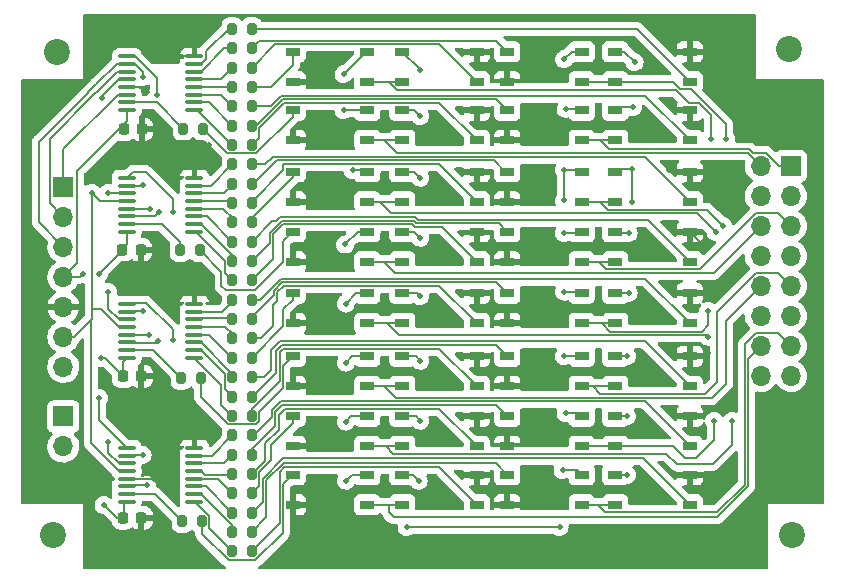
<source format=gtl>
G04 #@! TF.GenerationSoftware,KiCad,Pcbnew,(6.0.8)*
G04 #@! TF.CreationDate,2022-11-26T10:26:50-06:00*
G04 #@! TF.ProjectId,photo_switching,70686f74-6f5f-4737-9769-746368696e67,rev?*
G04 #@! TF.SameCoordinates,Original*
G04 #@! TF.FileFunction,Copper,L1,Top*
G04 #@! TF.FilePolarity,Positive*
%FSLAX46Y46*%
G04 Gerber Fmt 4.6, Leading zero omitted, Abs format (unit mm)*
G04 Created by KiCad (PCBNEW (6.0.8)) date 2022-11-26 10:26:50*
%MOMM*%
%LPD*%
G01*
G04 APERTURE LIST*
G04 Aperture macros list*
%AMRoundRect*
0 Rectangle with rounded corners*
0 $1 Rounding radius*
0 $2 $3 $4 $5 $6 $7 $8 $9 X,Y pos of 4 corners*
0 Add a 4 corners polygon primitive as box body*
4,1,4,$2,$3,$4,$5,$6,$7,$8,$9,$2,$3,0*
0 Add four circle primitives for the rounded corners*
1,1,$1+$1,$2,$3*
1,1,$1+$1,$4,$5*
1,1,$1+$1,$6,$7*
1,1,$1+$1,$8,$9*
0 Add four rect primitives between the rounded corners*
20,1,$1+$1,$2,$3,$4,$5,0*
20,1,$1+$1,$4,$5,$6,$7,0*
20,1,$1+$1,$6,$7,$8,$9,0*
20,1,$1+$1,$8,$9,$2,$3,0*%
G04 Aperture macros list end*
G04 #@! TA.AperFunction,SMDPad,CuDef*
%ADD10RoundRect,0.200000X-0.200000X-0.275000X0.200000X-0.275000X0.200000X0.275000X-0.200000X0.275000X0*%
G04 #@! TD*
G04 #@! TA.AperFunction,SMDPad,CuDef*
%ADD11RoundRect,0.225000X-0.225000X-0.250000X0.225000X-0.250000X0.225000X0.250000X-0.225000X0.250000X0*%
G04 #@! TD*
G04 #@! TA.AperFunction,SMDPad,CuDef*
%ADD12R,1.200000X0.800000*%
G04 #@! TD*
G04 #@! TA.AperFunction,ComponentPad*
%ADD13O,1.700000X1.700000*%
G04 #@! TD*
G04 #@! TA.AperFunction,ComponentPad*
%ADD14R,1.700000X1.700000*%
G04 #@! TD*
G04 #@! TA.AperFunction,ComponentPad*
%ADD15C,2.200000*%
G04 #@! TD*
G04 #@! TA.AperFunction,SMDPad,CuDef*
%ADD16RoundRect,0.100000X0.637500X0.100000X-0.637500X0.100000X-0.637500X-0.100000X0.637500X-0.100000X0*%
G04 #@! TD*
G04 #@! TA.AperFunction,ViaPad*
%ADD17C,0.500000*%
G04 #@! TD*
G04 #@! TA.AperFunction,Conductor*
%ADD18C,0.150000*%
G04 #@! TD*
G04 #@! TA.AperFunction,Conductor*
%ADD19C,0.200000*%
G04 #@! TD*
G04 APERTURE END LIST*
D10*
X104878000Y-86913888D03*
X103228000Y-86913888D03*
X104878000Y-88551880D03*
X103228000Y-88551880D03*
X104878000Y-98379832D03*
X103228000Y-98379832D03*
X104878000Y-100017824D03*
X103228000Y-100017824D03*
X104878000Y-90189872D03*
X103228000Y-90189872D03*
X104878000Y-91827864D03*
X103228000Y-91827864D03*
X104878000Y-101655816D03*
X103228000Y-101655816D03*
X104878000Y-103293808D03*
X103228000Y-103293808D03*
X104878000Y-93465856D03*
X103228000Y-93465856D03*
X104878000Y-95103848D03*
X103228000Y-95103848D03*
X104878000Y-104931800D03*
X103228000Y-104931800D03*
X104878000Y-106569792D03*
X103228000Y-106569792D03*
X104878000Y-96741840D03*
X103228000Y-96741840D03*
X104878000Y-108207790D03*
X103228000Y-108207790D03*
X100553000Y-93532000D03*
X98903000Y-93532000D03*
X99003000Y-105682000D03*
X100653000Y-105682000D03*
X104878000Y-75447944D03*
X103228000Y-75447944D03*
X104878000Y-77085936D03*
X103228000Y-77085936D03*
X104878000Y-78723928D03*
X103228000Y-78723928D03*
X104878000Y-80361920D03*
X103228000Y-80361920D03*
X104878000Y-81999912D03*
X103228000Y-81999912D03*
X104878000Y-83637904D03*
X103228000Y-83637904D03*
X104878000Y-85275896D03*
X103228000Y-85275896D03*
X100483000Y-82732000D03*
X98833000Y-82732000D03*
X104878000Y-63982000D03*
X103228000Y-63982000D03*
X103228000Y-65619992D03*
X104878000Y-65619992D03*
X104878000Y-67257984D03*
X103228000Y-67257984D03*
X103228000Y-68895976D03*
X104878000Y-68895976D03*
X103228000Y-70533968D03*
X104878000Y-70533968D03*
X103228000Y-72171960D03*
X104878000Y-72171960D03*
X103228000Y-73809952D03*
X104878000Y-73809952D03*
X99078000Y-72432000D03*
X100728000Y-72432000D03*
D11*
X95528000Y-105382000D03*
X93978000Y-105382000D03*
X95528000Y-93382000D03*
X93978000Y-93382000D03*
X95478000Y-82682000D03*
X93928000Y-82682000D03*
X95578000Y-72482000D03*
X94028000Y-72482000D03*
D12*
X123927000Y-99314000D03*
X123927000Y-96774000D03*
X117627000Y-96774000D03*
X117627000Y-99314000D03*
X108356000Y-86360000D03*
X108356000Y-88900000D03*
X114656000Y-88900000D03*
X114656000Y-86360000D03*
D13*
X88925000Y-92583000D03*
X88925000Y-90043000D03*
X88925000Y-87503000D03*
X88925000Y-84963000D03*
X88925000Y-82423000D03*
X88925000Y-79883000D03*
D14*
X88925000Y-77343000D03*
D12*
X126517000Y-70866000D03*
X126517000Y-73406000D03*
X132817000Y-73406000D03*
X132817000Y-70866000D03*
X141961000Y-88900000D03*
X141961000Y-86360000D03*
X135661000Y-86360000D03*
X135661000Y-88900000D03*
D15*
X150622000Y-106807000D03*
D12*
X123927000Y-104267000D03*
X123927000Y-101727000D03*
X117627000Y-101727000D03*
X117627000Y-104267000D03*
D16*
X94292500Y-104002000D03*
X94292500Y-103352000D03*
X94292500Y-102702000D03*
X94292500Y-102052000D03*
X94292500Y-101402000D03*
X94292500Y-100752000D03*
X94292500Y-100102000D03*
X94292500Y-99452000D03*
X100017500Y-99452000D03*
X100017500Y-100102000D03*
X100017500Y-100752000D03*
X100017500Y-101402000D03*
X100017500Y-102052000D03*
X100017500Y-102702000D03*
X100017500Y-103352000D03*
X100017500Y-104002000D03*
D12*
X141961000Y-68453000D03*
X141961000Y-65913000D03*
X135661000Y-65913000D03*
X135661000Y-68453000D03*
X123927000Y-88900000D03*
X123927000Y-86360000D03*
X117627000Y-86360000D03*
X117627000Y-88900000D03*
X123927000Y-94234000D03*
X123927000Y-91694000D03*
X117627000Y-91694000D03*
X117627000Y-94234000D03*
X123927000Y-73406000D03*
X123927000Y-70866000D03*
X117627000Y-70866000D03*
X117627000Y-73406000D03*
X123927000Y-68453000D03*
X123927000Y-65913000D03*
X117627000Y-65913000D03*
X117627000Y-68453000D03*
X141961000Y-73406000D03*
X141961000Y-70866000D03*
X135661000Y-70866000D03*
X135661000Y-73406000D03*
X126517000Y-76073000D03*
X126517000Y-78613000D03*
X132817000Y-78613000D03*
X132817000Y-76073000D03*
D14*
X150515000Y-75580000D03*
D13*
X147975000Y-75580000D03*
X150515000Y-78120000D03*
X147975000Y-78120000D03*
X150515000Y-80660000D03*
X147975000Y-80660000D03*
X150515000Y-83200000D03*
X147975000Y-83200000D03*
X150515000Y-85740000D03*
X147975000Y-85740000D03*
X150515000Y-88280000D03*
X147975000Y-88280000D03*
X150515000Y-90820000D03*
X147975000Y-90820000D03*
X150515000Y-93360000D03*
X147975000Y-93360000D03*
D12*
X126517000Y-101727000D03*
X126517000Y-104267000D03*
X132817000Y-104267000D03*
X132817000Y-101727000D03*
D15*
X150368000Y-65659000D03*
D12*
X108356000Y-91694000D03*
X108356000Y-94234000D03*
X114656000Y-94234000D03*
X114656000Y-91694000D03*
X141961000Y-94234000D03*
X141961000Y-91694000D03*
X135661000Y-91694000D03*
X135661000Y-94234000D03*
X141961000Y-78613000D03*
X141961000Y-76073000D03*
X135661000Y-76073000D03*
X135661000Y-78613000D03*
D15*
X88011000Y-106807000D03*
D12*
X141961000Y-99314000D03*
X141961000Y-96774000D03*
X135661000Y-96774000D03*
X135661000Y-99314000D03*
X123927000Y-83693000D03*
X123927000Y-81153000D03*
X117627000Y-81153000D03*
X117627000Y-83693000D03*
X141961000Y-83693000D03*
X141961000Y-81153000D03*
X135661000Y-81153000D03*
X135661000Y-83693000D03*
D16*
X94292500Y-91810000D03*
X94292500Y-91160000D03*
X94292500Y-90510000D03*
X94292500Y-89860000D03*
X94292500Y-89210000D03*
X94292500Y-88560000D03*
X94292500Y-87910000D03*
X94292500Y-87260000D03*
X100017500Y-87260000D03*
X100017500Y-87910000D03*
X100017500Y-88560000D03*
X100017500Y-89210000D03*
X100017500Y-89860000D03*
X100017500Y-90510000D03*
X100017500Y-91160000D03*
X100017500Y-91810000D03*
D12*
X126517000Y-65913000D03*
X126517000Y-68453000D03*
X132817000Y-68453000D03*
X132817000Y-65913000D03*
X117627000Y-78613000D03*
X117627000Y-76073000D03*
X123927000Y-76073000D03*
X123927000Y-78613000D03*
X108356000Y-81153000D03*
X108356000Y-83693000D03*
X114656000Y-83693000D03*
X114656000Y-81153000D03*
X126517000Y-96774000D03*
X126517000Y-99314000D03*
X132817000Y-99314000D03*
X132817000Y-96774000D03*
X126517000Y-86360000D03*
X126517000Y-88900000D03*
X132817000Y-88900000D03*
X132817000Y-86360000D03*
X141961000Y-104267000D03*
X141961000Y-101727000D03*
X135661000Y-101727000D03*
X135661000Y-104267000D03*
D15*
X88392000Y-65913000D03*
D12*
X108356000Y-65913000D03*
X108356000Y-68453000D03*
X114656000Y-68453000D03*
X114656000Y-65913000D03*
X126517000Y-91694000D03*
X126517000Y-94234000D03*
X132817000Y-94234000D03*
X132817000Y-91694000D03*
X108356000Y-76073000D03*
X108356000Y-78613000D03*
X114656000Y-78613000D03*
X114656000Y-76073000D03*
D13*
X88925000Y-99334000D03*
D14*
X88925000Y-96794000D03*
D12*
X108356000Y-101727000D03*
X108356000Y-104267000D03*
X114656000Y-104267000D03*
X114656000Y-101727000D03*
D16*
X100017500Y-81142000D03*
X100017500Y-80492000D03*
X100017500Y-79842000D03*
X100017500Y-79192000D03*
X100017500Y-78542000D03*
X100017500Y-77892000D03*
X100017500Y-77242000D03*
X100017500Y-76592000D03*
X94292500Y-76592000D03*
X94292500Y-77242000D03*
X94292500Y-77892000D03*
X94292500Y-78542000D03*
X94292500Y-79192000D03*
X94292500Y-79842000D03*
X94292500Y-80492000D03*
X94292500Y-81142000D03*
D12*
X108356000Y-96774000D03*
X108356000Y-99314000D03*
X114656000Y-99314000D03*
X114656000Y-96774000D03*
X126517000Y-81153000D03*
X126517000Y-83693000D03*
X132817000Y-83693000D03*
X132817000Y-81153000D03*
D16*
X94292500Y-70855000D03*
X94292500Y-70205000D03*
X94292500Y-69555000D03*
X94292500Y-68905000D03*
X94292500Y-68255000D03*
X94292500Y-67605000D03*
X94292500Y-66955000D03*
X94292500Y-66305000D03*
X100017500Y-66305000D03*
X100017500Y-66955000D03*
X100017500Y-67605000D03*
X100017500Y-68255000D03*
X100017500Y-68905000D03*
X100017500Y-69555000D03*
X100017500Y-70205000D03*
X100017500Y-70855000D03*
D12*
X108356000Y-70866000D03*
X108356000Y-73406000D03*
X114656000Y-73406000D03*
X114656000Y-70866000D03*
D17*
X116168000Y-102249000D03*
X116168000Y-97423000D03*
X116295000Y-92978000D03*
X116168000Y-87136000D03*
X116168000Y-81675000D03*
X116168000Y-77357000D03*
X116168000Y-72150000D03*
X125185000Y-67070000D03*
X125312000Y-72150000D03*
X125185000Y-77230000D03*
X125312000Y-82437000D03*
X125312000Y-87644000D03*
X125312000Y-92978000D03*
X125312000Y-97931000D03*
X125312000Y-103011000D03*
X134202000Y-103265000D03*
X134329000Y-98312000D03*
X134329000Y-93105000D03*
X134202000Y-87517000D03*
X134202000Y-72150000D03*
X134329000Y-67197000D03*
X100420000Y-108980000D03*
X91530000Y-108853000D03*
X86069000Y-94502000D03*
X92710000Y-77851000D03*
X92710000Y-86233000D03*
X92710000Y-98933000D03*
X95631000Y-77216000D03*
X95631000Y-68072000D03*
X95631000Y-100076000D03*
X95631000Y-87884000D03*
X92075000Y-91821000D03*
X90551000Y-84709000D03*
X91948000Y-84709000D03*
X92329000Y-104267000D03*
X138328000Y-97832000D03*
X98044000Y-66421000D03*
X129032000Y-78359000D03*
X143510000Y-66294000D03*
X129286000Y-97917000D03*
X142240000Y-98044000D03*
X138228000Y-87632000D03*
X111252000Y-98425000D03*
X96878000Y-84632000D03*
X111125000Y-73025000D03*
X144278000Y-107882000D03*
X96928000Y-96432000D03*
X111125000Y-78105000D03*
X145034000Y-101981000D03*
X98078000Y-74182000D03*
X111252000Y-83185000D03*
X129286000Y-92964000D03*
X111252000Y-103251000D03*
X101278000Y-73832000D03*
X120528000Y-92982000D03*
X111252000Y-93472000D03*
X138528000Y-82282000D03*
X129286000Y-87630000D03*
X129032000Y-72898000D03*
X100278000Y-85032000D03*
X129032000Y-75946000D03*
X92678000Y-64832000D03*
X111252000Y-88265000D03*
X96139000Y-89916000D03*
X129286000Y-82423000D03*
X129032000Y-67945000D03*
X142875000Y-72136000D03*
X96878000Y-82682000D03*
X120528000Y-87682000D03*
X149928000Y-99532000D03*
X124128000Y-108432000D03*
X97028000Y-102616000D03*
X120478000Y-82132000D03*
X110998000Y-68072000D03*
X143637000Y-86106000D03*
X87078000Y-69732000D03*
X147447000Y-104394000D03*
X140462000Y-96393000D03*
X96266000Y-79248000D03*
X143637000Y-82296000D03*
X96012000Y-69342000D03*
X120478000Y-97832000D03*
X143510000Y-91440000D03*
X97028000Y-105029000D03*
X140208000Y-75946000D03*
X96531000Y-93382000D03*
X120728000Y-72082000D03*
X148528000Y-68682000D03*
X138278000Y-72332000D03*
X110678000Y-108632000D03*
X146478000Y-64782000D03*
X129286000Y-102870000D03*
X120178000Y-77832000D03*
X138078000Y-92982000D03*
X120728000Y-102682000D03*
X92197701Y-69845701D03*
X91313000Y-77851000D03*
X91948000Y-95250000D03*
X143764000Y-73279000D03*
X145034000Y-73279000D03*
X118999000Y-102232000D03*
X119126000Y-81661000D03*
X119126000Y-86614000D03*
X136779000Y-81280000D03*
X119126000Y-92075000D03*
X137033000Y-75819000D03*
X119126000Y-71374000D03*
X119126000Y-76581000D03*
X136652000Y-91694000D03*
X119126000Y-97155000D03*
X136779000Y-86360000D03*
X137160000Y-70612000D03*
X137033000Y-78613000D03*
X137287000Y-66802000D03*
X119126000Y-67437000D03*
X136652000Y-96774000D03*
X136652000Y-101727000D03*
X131318000Y-66548000D03*
X131318000Y-86233000D03*
X131318000Y-75946000D03*
X112828000Y-97232000D03*
X112649000Y-67818000D03*
X112828000Y-87232000D03*
X131191000Y-101346000D03*
X117983000Y-106172000D03*
X131445000Y-70739000D03*
X112828000Y-102232000D03*
X131318000Y-91694000D03*
X130937000Y-106172000D03*
X131318000Y-78486000D03*
X112649000Y-70866000D03*
X131445000Y-96520000D03*
X112776000Y-82232000D03*
X113411000Y-75946000D03*
X131318000Y-81280000D03*
X112828000Y-92232000D03*
X96828000Y-69554698D03*
X97028000Y-79502000D03*
X144145000Y-81153000D03*
X144780000Y-80645000D03*
X145542000Y-97155000D03*
X144018000Y-97155000D03*
X98171000Y-79502000D03*
X96901000Y-90424000D03*
X98171000Y-90297000D03*
X96012000Y-102616000D03*
X143510000Y-90043000D03*
X143510000Y-87884000D03*
D18*
X106468024Y-68895976D02*
X108356000Y-67008000D01*
X104878000Y-68895976D02*
X106468024Y-68895976D01*
X108356000Y-67008000D02*
X108356000Y-65913000D01*
X108356000Y-97386940D02*
X108356000Y-96774000D01*
X106516000Y-99226940D02*
X108356000Y-97386940D01*
X106516000Y-100441374D02*
X106516000Y-99226940D01*
X105503000Y-101454374D02*
X106516000Y-100441374D01*
X105503000Y-102668808D02*
X105503000Y-101454374D01*
X104878000Y-103293808D02*
X105503000Y-102668808D01*
X107151000Y-97931000D02*
X107151000Y-96661000D01*
X104878000Y-101655816D02*
X106008000Y-100525816D01*
X107663000Y-96149000D02*
X120762000Y-96149000D01*
X106008000Y-100525816D02*
X106008000Y-99074000D01*
X106008000Y-99074000D02*
X107151000Y-97931000D01*
X107151000Y-96661000D02*
X107663000Y-96149000D01*
X120762000Y-96149000D02*
X123927000Y-99314000D01*
X138165000Y-95518000D02*
X141961000Y-99314000D01*
X106551998Y-96280886D02*
X107314884Y-95518000D01*
X106551998Y-96879002D02*
X106551998Y-96280886D01*
X105051168Y-98379832D02*
X106551998Y-96879002D01*
X106851499Y-96404943D02*
X107406943Y-95849499D01*
X107314884Y-95518000D02*
X138165000Y-95518000D01*
X104878000Y-98379832D02*
X105051168Y-98379832D01*
X106851499Y-97595501D02*
X106851499Y-96404943D01*
X104878000Y-100017824D02*
X104878000Y-99569000D01*
X125592499Y-95849499D02*
X126517000Y-96774000D01*
X104878000Y-99569000D02*
X106851499Y-97595501D01*
X107406943Y-95849499D02*
X125592499Y-95849499D01*
X120762000Y-91069000D02*
X123927000Y-94234000D01*
X107531000Y-91069000D02*
X120762000Y-91069000D01*
X107231499Y-93826390D02*
X107231499Y-91368501D01*
X107231499Y-91368501D02*
X107531000Y-91069000D01*
X104878000Y-96179889D02*
X107231499Y-93826390D01*
X104878000Y-96741840D02*
X104878000Y-96179889D01*
X107531000Y-92519000D02*
X108356000Y-91694000D01*
X107531000Y-94376000D02*
X107531000Y-92519000D01*
X105503000Y-96404000D02*
X107531000Y-94376000D01*
X105503000Y-97192881D02*
X105503000Y-96404000D01*
X105254041Y-97441840D02*
X105503000Y-97192881D01*
X102851959Y-97441840D02*
X105254041Y-97441840D01*
X100553000Y-95142881D02*
X102851959Y-97441840D01*
X100553000Y-93532000D02*
X100553000Y-95142881D01*
X145034000Y-88681000D02*
X147975000Y-85740000D01*
X143838059Y-95218499D02*
X145034000Y-94022558D01*
X117062499Y-95218499D02*
X143838059Y-95218499D01*
X116078000Y-94234000D02*
X117062499Y-95218499D01*
X145034000Y-94022558D02*
X145034000Y-88681000D01*
X125515000Y-100725000D02*
X126517000Y-101727000D01*
X107574558Y-100725000D02*
X125515000Y-100725000D01*
X104878000Y-106569792D02*
X106102002Y-105345790D01*
X105802501Y-104007299D02*
X105802501Y-102073499D01*
X106102002Y-105345790D02*
X106102002Y-102197556D01*
X106102002Y-102197556D02*
X107574558Y-100725000D01*
X104878000Y-104931800D02*
X105802501Y-104007299D01*
X105802501Y-102073499D02*
X107532000Y-100344000D01*
X138038000Y-100344000D02*
X141961000Y-104267000D01*
X107532000Y-100344000D02*
X138038000Y-100344000D01*
X101505832Y-100102000D02*
X103228000Y-98379832D01*
X100017500Y-100102000D02*
X101505832Y-100102000D01*
X102493824Y-100752000D02*
X103228000Y-100017824D01*
X100017500Y-100752000D02*
X102493824Y-100752000D01*
X100903619Y-101741000D02*
X103142816Y-101741000D01*
X100564619Y-101402000D02*
X100903619Y-101741000D01*
X100017500Y-101402000D02*
X100564619Y-101402000D01*
X103142816Y-101741000D02*
X103228000Y-101655816D01*
X101986192Y-102052000D02*
X103228000Y-103293808D01*
X100017500Y-102052000D02*
X101986192Y-102052000D01*
X100998200Y-102702000D02*
X103228000Y-104931800D01*
X100017500Y-102702000D02*
X100998200Y-102702000D01*
X103228000Y-106015381D02*
X103228000Y-106569792D01*
X100564619Y-103352000D02*
X103228000Y-106015381D01*
X100017500Y-103352000D02*
X100564619Y-103352000D01*
X101278000Y-105230959D02*
X101278000Y-106257790D01*
X101278000Y-106257790D02*
X103228000Y-108207790D01*
X100017500Y-104002000D02*
X100049041Y-104002000D01*
X100049041Y-104002000D02*
X101278000Y-105230959D01*
X120762000Y-101102000D02*
X123927000Y-104267000D01*
X107621116Y-101102000D02*
X120762000Y-101102000D01*
X107231499Y-101491617D02*
X107621116Y-101102000D01*
X104878000Y-108207790D02*
X107231499Y-105854291D01*
X107231499Y-105854291D02*
X107231499Y-101491617D01*
X107531000Y-102552000D02*
X108356000Y-101727000D01*
X105181831Y-108980000D02*
X107531000Y-106630831D01*
X102924169Y-108980000D02*
X105181831Y-108980000D01*
X100653000Y-106708831D02*
X102924169Y-108980000D01*
X100653000Y-105682000D02*
X100653000Y-106708831D01*
X107531000Y-106630831D02*
X107531000Y-102552000D01*
X96673000Y-103352000D02*
X99003000Y-105682000D01*
X94292500Y-103352000D02*
X96673000Y-103352000D01*
X101260136Y-89860000D02*
X103228000Y-91827864D01*
X100017500Y-89860000D02*
X101260136Y-89860000D01*
X100564619Y-90510000D02*
X103228000Y-93173381D01*
X100017500Y-90510000D02*
X100564619Y-90510000D01*
X103228000Y-93173381D02*
X103228000Y-93465856D01*
X102603000Y-93198381D02*
X102603000Y-94478848D01*
X100564619Y-91160000D02*
X102603000Y-93198381D01*
X102603000Y-94478848D02*
X103228000Y-95103848D01*
X100017500Y-91160000D02*
X100564619Y-91160000D01*
X102303499Y-95817339D02*
X103228000Y-96741840D01*
X102303499Y-94095999D02*
X102303499Y-95817339D01*
X100017500Y-91810000D02*
X102303499Y-94095999D01*
X102603000Y-84650896D02*
X103228000Y-85275896D01*
X102603000Y-83604000D02*
X102603000Y-84650896D01*
X100141000Y-81142000D02*
X102603000Y-83604000D01*
X100017500Y-81142000D02*
X100141000Y-81142000D01*
X97263000Y-80492000D02*
X98833000Y-82062000D01*
X94292500Y-80492000D02*
X97263000Y-80492000D01*
X107531000Y-81978000D02*
X108356000Y-81153000D01*
X107531000Y-83698937D02*
X107531000Y-81978000D01*
X98833000Y-82062000D02*
X98833000Y-82732000D01*
X102706000Y-86120000D02*
X105109937Y-86120000D01*
X100483000Y-82732000D02*
X102303499Y-84552499D01*
X105109937Y-86120000D02*
X107531000Y-83698937D01*
X102303499Y-84552499D02*
X102303499Y-85717499D01*
X102303499Y-85717499D02*
X102706000Y-86120000D01*
X101070088Y-79842000D02*
X103228000Y-81999912D01*
X100017500Y-79842000D02*
X101070088Y-79842000D01*
X103228000Y-83155381D02*
X103228000Y-83637904D01*
X100017500Y-80492000D02*
X100564619Y-80492000D01*
X100564619Y-80492000D02*
X103228000Y-83155381D01*
X120762000Y-85735000D02*
X123927000Y-88900000D01*
X107580060Y-85735000D02*
X120762000Y-85735000D01*
X107024000Y-86291060D02*
X107580060Y-85735000D01*
X107024000Y-87009000D02*
X107024000Y-86291060D01*
X106643000Y-87390000D02*
X107024000Y-87009000D01*
X106643000Y-89168000D02*
X106643000Y-87390000D01*
X125592499Y-85435499D02*
X126517000Y-86360000D01*
X104878000Y-90189872D02*
X105621128Y-90189872D01*
X107456003Y-85435499D02*
X125592499Y-85435499D01*
X106724499Y-86167003D02*
X107456003Y-85435499D01*
X104878000Y-88393000D02*
X106724499Y-86546501D01*
X106724499Y-86546501D02*
X106724499Y-86167003D01*
X104878000Y-88551880D02*
X104878000Y-88393000D01*
X105621128Y-90189872D02*
X106643000Y-89168000D01*
X138196998Y-85135998D02*
X141961000Y-88900000D01*
X107331946Y-85135998D02*
X138196998Y-85135998D01*
X105554056Y-86913888D02*
X107331946Y-85135998D01*
X104878000Y-86913888D02*
X105554056Y-86913888D01*
X107531000Y-87735000D02*
X108356000Y-86910000D01*
X107531000Y-89174864D02*
X107531000Y-87735000D01*
X108356000Y-86910000D02*
X108356000Y-86360000D01*
X104878000Y-91827864D02*
X107531000Y-89174864D01*
X138165000Y-90438000D02*
X141961000Y-94234000D01*
X106516000Y-92851000D02*
X106516000Y-91200000D01*
X105901144Y-93465856D02*
X106516000Y-92851000D01*
X104878000Y-93465856D02*
X105901144Y-93465856D01*
X106516000Y-91200000D02*
X107278000Y-90438000D01*
X107278000Y-90438000D02*
X138165000Y-90438000D01*
X125592499Y-90769499D02*
X126517000Y-91694000D01*
X107406943Y-90769499D02*
X125592499Y-90769499D01*
X106897000Y-91279442D02*
X107406943Y-90769499D01*
X106897000Y-93084848D02*
X106897000Y-91279442D01*
X104878000Y-95103848D02*
X106897000Y-93084848D01*
X94292500Y-91160000D02*
X96531000Y-91160000D01*
X96531000Y-91160000D02*
X98903000Y-93532000D01*
X138165000Y-74817000D02*
X141961000Y-78613000D01*
X106643000Y-74817000D02*
X138165000Y-74817000D01*
X106012056Y-75447944D02*
X106643000Y-74817000D01*
X104878000Y-75447944D02*
X106012056Y-75447944D01*
X125360501Y-75116501D02*
X126317000Y-76073000D01*
X106977661Y-75116501D02*
X125360501Y-75116501D01*
X104903000Y-77191162D02*
X106977661Y-75116501D01*
X126317000Y-76073000D02*
X126517000Y-76073000D01*
X101433944Y-77242000D02*
X103228000Y-75447944D01*
X100017500Y-77242000D02*
X101433944Y-77242000D01*
X142589499Y-79597499D02*
X144145000Y-81153000D01*
X115697000Y-78613000D02*
X116681499Y-79597499D01*
X143432998Y-79297998D02*
X144780000Y-80645000D01*
X135050998Y-79297998D02*
X143432998Y-79297998D01*
X134366000Y-78613000D02*
X135050998Y-79297998D01*
X116681499Y-79597499D02*
X142589499Y-79597499D01*
X118922323Y-80150501D02*
X138418501Y-80150501D01*
X107282679Y-79928499D02*
X118700321Y-79928499D01*
X106933178Y-80278000D02*
X107282679Y-79928499D01*
X106599912Y-80278000D02*
X106933178Y-80278000D01*
X118797560Y-80450002D02*
X125814002Y-80450002D01*
X118576057Y-80228499D02*
X118797560Y-80450002D01*
X106389000Y-81245736D02*
X107406237Y-80228499D01*
X104878000Y-81999912D02*
X106599912Y-80278000D01*
X104878000Y-83637904D02*
X106389000Y-82126904D01*
X138418501Y-80150501D02*
X141961000Y-83693000D01*
X107406237Y-80228499D02*
X118576057Y-80228499D01*
X106389000Y-82126904D02*
X106389000Y-81245736D01*
X120984002Y-80750002D02*
X123927000Y-83693000D01*
X118674002Y-80750002D02*
X120984002Y-80750002D01*
X118452000Y-80528000D02*
X118674002Y-80750002D01*
X107531000Y-80528000D02*
X118452000Y-80528000D01*
X106688501Y-81370499D02*
X107531000Y-80528000D01*
X104878000Y-85275896D02*
X106688501Y-83465395D01*
X125814002Y-80450002D02*
X126517000Y-81153000D01*
X118700321Y-79928499D02*
X118922323Y-80150501D01*
X106688501Y-83465395D02*
X106688501Y-81370499D01*
X102549627Y-65619992D02*
X103228000Y-65619992D01*
X100564619Y-67605000D02*
X102549627Y-65619992D01*
X100017500Y-67605000D02*
X100564619Y-67605000D01*
X102230984Y-68255000D02*
X103228000Y-67257984D01*
X100017500Y-68255000D02*
X102230984Y-68255000D01*
X103218976Y-68905000D02*
X103228000Y-68895976D01*
X100017500Y-68905000D02*
X103218976Y-68905000D01*
X102249032Y-69555000D02*
X103228000Y-70533968D01*
X100017500Y-69555000D02*
X102249032Y-69555000D01*
X101261040Y-70205000D02*
X103228000Y-72171960D01*
X100017500Y-70205000D02*
X101261040Y-70205000D01*
X100273048Y-70855000D02*
X103228000Y-73809952D01*
X100017500Y-70855000D02*
X100273048Y-70855000D01*
X137490000Y-63982000D02*
X141961000Y-68453000D01*
X104878000Y-63982000D02*
X137490000Y-63982000D01*
X125592499Y-64988499D02*
X126517000Y-65913000D01*
X104878000Y-65619992D02*
X105509493Y-64988499D01*
X105509493Y-64988499D02*
X125592499Y-64988499D01*
X120762000Y-65288000D02*
X123927000Y-68453000D01*
X106847984Y-65288000D02*
X120762000Y-65288000D01*
X104878000Y-67257984D02*
X106847984Y-65288000D01*
X138187000Y-69632000D02*
X141961000Y-73406000D01*
X107380178Y-69632000D02*
X138187000Y-69632000D01*
X106478210Y-70533968D02*
X107380178Y-69632000D01*
X104878000Y-70533968D02*
X106478210Y-70533968D01*
X125592499Y-69941499D02*
X126517000Y-70866000D01*
X105263776Y-72171960D02*
X107494237Y-69941499D01*
X104878000Y-72171960D02*
X105263776Y-72171960D01*
X107494237Y-69941499D02*
X125592499Y-69941499D01*
X105503000Y-72357000D02*
X107619000Y-70241000D01*
X120762000Y-70241000D02*
X123927000Y-73406000D01*
X105503000Y-73184952D02*
X105503000Y-72357000D01*
X104878000Y-73809952D02*
X105503000Y-73184952D01*
X107619000Y-70241000D02*
X120762000Y-70241000D01*
X108356000Y-71407993D02*
X108356000Y-70866000D01*
X105254041Y-74509952D02*
X108356000Y-71407993D01*
X102805952Y-74509952D02*
X105254041Y-74509952D01*
X100728000Y-72432000D02*
X102805952Y-74509952D01*
X94292500Y-70205000D02*
X96851000Y-70205000D01*
X96851000Y-70205000D02*
X99078000Y-72432000D01*
X93953500Y-92149000D02*
X93953500Y-93357500D01*
X93953500Y-93357500D02*
X93978000Y-93382000D01*
X92417000Y-91821000D02*
X93978000Y-93382000D01*
X92075000Y-91821000D02*
X92417000Y-91821000D01*
X93953500Y-92149000D02*
X94292500Y-91810000D01*
X103078000Y-63782000D02*
X103253000Y-63782000D01*
X100980000Y-66539619D02*
X100980000Y-65880000D01*
X100980000Y-65880000D02*
X103078000Y-63782000D01*
X100017500Y-66955000D02*
X100564619Y-66955000D01*
X100564619Y-66955000D02*
X100980000Y-66539619D01*
X102362288Y-87910000D02*
X103253000Y-87019288D01*
X100017500Y-87910000D02*
X102362288Y-87910000D01*
X100154194Y-88423306D02*
X103253000Y-88423306D01*
X100017500Y-88560000D02*
X100154194Y-88423306D01*
X102635676Y-89210000D02*
X103253000Y-89827324D01*
X100017500Y-89210000D02*
X102635676Y-89210000D01*
X120746000Y-75432000D02*
X123927000Y-78613000D01*
X107531000Y-75967180D02*
X107531000Y-75452558D01*
X107551558Y-75432000D02*
X120746000Y-75432000D01*
X107531000Y-75452558D02*
X107551558Y-75432000D01*
X104903000Y-78595180D02*
X107531000Y-75967180D01*
X149515000Y-75580000D02*
X150515000Y-75580000D01*
X148438499Y-74503499D02*
X149515000Y-75580000D01*
X147322057Y-74503499D02*
X148438499Y-74503499D01*
X135142998Y-74182998D02*
X147001556Y-74182998D01*
X134366000Y-73406000D02*
X135142998Y-74182998D01*
X117154499Y-74482499D02*
X146877499Y-74482499D01*
X116078000Y-73406000D02*
X117154499Y-74482499D01*
X147001556Y-74182998D02*
X147322057Y-74503499D01*
X146877499Y-74482499D02*
X147975000Y-75580000D01*
X108356000Y-76546198D02*
X108356000Y-76073000D01*
X104903000Y-79999198D02*
X108356000Y-76546198D01*
X102552162Y-77892000D02*
X103253000Y-77191162D01*
X100017500Y-77892000D02*
X102552162Y-77892000D01*
X100017500Y-78542000D02*
X103199820Y-78542000D01*
X102445802Y-79192000D02*
X103253000Y-79999198D01*
X100017500Y-79192000D02*
X102445802Y-79192000D01*
X140766941Y-69132499D02*
X141875442Y-70241000D01*
X116459000Y-68453000D02*
X117138499Y-69132499D01*
X117138499Y-69132499D02*
X140766941Y-69132499D01*
X141875442Y-70241000D02*
X142715442Y-70241000D01*
X142715442Y-70241000D02*
X143764000Y-71289558D01*
X143764000Y-71289558D02*
X143764000Y-73279000D01*
X94080500Y-105382000D02*
X93444000Y-105382000D01*
X94080500Y-104214000D02*
X94080500Y-105382000D01*
X93444000Y-105382000D02*
X92329000Y-104267000D01*
X94292500Y-104002000D02*
X94080500Y-104214000D01*
X96675000Y-105382000D02*
X95248500Y-105382000D01*
X97028000Y-105029000D02*
X96675000Y-105382000D01*
X95408500Y-82682000D02*
X96878000Y-82682000D01*
X93513000Y-69555000D02*
X94292500Y-69555000D01*
X88925000Y-77343000D02*
X88925000Y-74143000D01*
X88925000Y-74143000D02*
X93513000Y-69555000D01*
X93603959Y-88560000D02*
X92710000Y-87666041D01*
X94251500Y-77851000D02*
X94292500Y-77892000D01*
X93603959Y-100752000D02*
X94292500Y-100752000D01*
X94292500Y-88560000D02*
X93603959Y-88560000D01*
X92710000Y-99858041D02*
X93603959Y-100752000D01*
X93422402Y-67605000D02*
X94292500Y-67605000D01*
X88925000Y-79883000D02*
X87750000Y-78708000D01*
X92710000Y-87666041D02*
X92710000Y-86233000D01*
X91473201Y-69554201D02*
X91473201Y-69545603D01*
X87750000Y-78708000D02*
X87750000Y-73277402D01*
X92710000Y-98933000D02*
X92710000Y-99858041D01*
X92710000Y-77851000D02*
X94251500Y-77851000D01*
X91473201Y-69545603D02*
X91897603Y-69121201D01*
X91906201Y-69121201D02*
X93422402Y-67605000D01*
X91897603Y-69121201D02*
X91906201Y-69121201D01*
X87750000Y-73277402D02*
X91473201Y-69554201D01*
X95631000Y-67604959D02*
X95631000Y-68072000D01*
X94981041Y-66955000D02*
X95631000Y-67604959D01*
X94318500Y-87884000D02*
X94292500Y-87910000D01*
X94292500Y-77242000D02*
X95605000Y-77242000D01*
X91023700Y-69368012D02*
X91023700Y-69359414D01*
X94292500Y-66955000D02*
X94981041Y-66955000D01*
X86868000Y-80366000D02*
X86868000Y-73523712D01*
X91023700Y-69359414D02*
X91711414Y-68671700D01*
X88925000Y-82423000D02*
X86868000Y-80366000D01*
X93436712Y-66955000D02*
X94292500Y-66955000D01*
X86868000Y-73523712D02*
X91023700Y-69368012D01*
X91711414Y-68671700D02*
X91720012Y-68671700D01*
X94318500Y-100076000D02*
X94292500Y-100102000D01*
X95631000Y-100076000D02*
X94318500Y-100076000D01*
X95631000Y-87884000D02*
X94318500Y-87884000D01*
X91720012Y-68671700D02*
X93436712Y-66955000D01*
X95605000Y-77242000D02*
X95631000Y-77216000D01*
X94292500Y-81142000D02*
X94292500Y-82211000D01*
X88925000Y-84963000D02*
X90102472Y-83785528D01*
X90102472Y-75987028D02*
X94292500Y-71797000D01*
X88925000Y-84963000D02*
X90297000Y-84963000D01*
X94292500Y-82211000D02*
X94207500Y-82296000D01*
X90297000Y-84963000D02*
X90551000Y-84709000D01*
X94292500Y-70855000D02*
X94292500Y-71797000D01*
X90102472Y-83785528D02*
X90102472Y-75987028D01*
X91948000Y-84709000D02*
X94207500Y-82449500D01*
X94207500Y-82449500D02*
X94207500Y-82296000D01*
X141961000Y-81153000D02*
X143104000Y-82296000D01*
X96210000Y-79192000D02*
X96266000Y-79248000D01*
X95575000Y-68905000D02*
X96012000Y-69342000D01*
X140335000Y-76073000D02*
X141961000Y-76073000D01*
X94292500Y-89860000D02*
X96083000Y-89860000D01*
X143104000Y-82296000D02*
X143637000Y-82296000D01*
X96464000Y-102052000D02*
X97028000Y-102616000D01*
X99176000Y-66305000D02*
X100017500Y-66305000D01*
X140208000Y-75946000D02*
X140335000Y-76073000D01*
X94292500Y-102052000D02*
X96464000Y-102052000D01*
X142113000Y-72136000D02*
X141961000Y-71984000D01*
X96083000Y-89860000D02*
X96139000Y-89916000D01*
X141961000Y-91694000D02*
X143256000Y-91694000D01*
X142875000Y-72136000D02*
X142113000Y-72136000D01*
X143637000Y-86106000D02*
X143383000Y-86360000D01*
X99060000Y-66421000D02*
X99176000Y-66305000D01*
X141961000Y-65913000D02*
X143129000Y-65913000D01*
X94292500Y-79192000D02*
X96210000Y-79192000D01*
X94292500Y-68905000D02*
X95575000Y-68905000D01*
X98044000Y-66421000D02*
X99060000Y-66421000D01*
X141961000Y-71984000D02*
X141961000Y-70866000D01*
X143383000Y-86360000D02*
X141961000Y-86360000D01*
X143129000Y-65913000D02*
X143510000Y-66294000D01*
X143256000Y-91694000D02*
X143510000Y-91440000D01*
X92197701Y-69661258D02*
X92197701Y-69845701D01*
X91313000Y-77851000D02*
X91313000Y-87630000D01*
X91313000Y-88519000D02*
X89789000Y-90043000D01*
X93603959Y-68255000D02*
X92197701Y-69661258D01*
X89789000Y-90043000D02*
X88925000Y-90043000D01*
X93603959Y-89210000D02*
X94292500Y-89210000D01*
X91313000Y-88519000D02*
X91253000Y-88579000D01*
X94259000Y-78575500D02*
X92037500Y-78575500D01*
X92075000Y-87681041D02*
X93603959Y-89210000D01*
X94292500Y-68255000D02*
X93603959Y-68255000D01*
X93603959Y-101402000D02*
X94292500Y-101402000D01*
X91364041Y-87681041D02*
X91313000Y-87630000D01*
X91313000Y-87630000D02*
X91313000Y-88519000D01*
X94292500Y-78542000D02*
X94259000Y-78575500D01*
X92037500Y-78575500D02*
X91313000Y-77851000D01*
X91253000Y-99051041D02*
X93603959Y-101402000D01*
X91253000Y-88579000D02*
X91253000Y-99051041D01*
X92075000Y-87681041D02*
X91364041Y-87681041D01*
X91948000Y-97107500D02*
X91948000Y-95250000D01*
X94292500Y-99452000D02*
X91948000Y-97107500D01*
X116078000Y-73406000D02*
X117627000Y-73406000D01*
X114656000Y-73406000D02*
X116078000Y-73406000D01*
X132817000Y-73406000D02*
X134366000Y-73406000D01*
X134366000Y-73406000D02*
X135661000Y-73406000D01*
X114656000Y-68453000D02*
X116459000Y-68453000D01*
X116459000Y-68453000D02*
X117627000Y-68453000D01*
X134112000Y-68453000D02*
X135661000Y-68453000D01*
X134112000Y-68453000D02*
X140511000Y-68453000D01*
X141136000Y-69078000D02*
X142046558Y-69078000D01*
X140511000Y-68453000D02*
X141136000Y-69078000D01*
X142046558Y-69078000D02*
X145034000Y-72065442D01*
X132817000Y-68453000D02*
X134112000Y-68453000D01*
X145034000Y-72065442D02*
X145034000Y-73279000D01*
D19*
X136398000Y-65913000D02*
X137287000Y-66802000D01*
X117627000Y-76073000D02*
X118618000Y-76073000D01*
X117627000Y-91694000D02*
X118745000Y-91694000D01*
X135661000Y-65913000D02*
X136398000Y-65913000D01*
X136652000Y-96774000D02*
X135661000Y-96774000D01*
X117627000Y-70866000D02*
X118618000Y-70866000D01*
X118745000Y-91694000D02*
X119126000Y-92075000D01*
X137033000Y-75819000D02*
X137033000Y-78613000D01*
X117627000Y-65913000D02*
X119126000Y-67412000D01*
X118618000Y-70866000D02*
X119126000Y-71374000D01*
X135788000Y-81280000D02*
X135661000Y-81153000D01*
X136779000Y-86360000D02*
X135661000Y-86360000D01*
X135915000Y-70612000D02*
X135661000Y-70866000D01*
X118872000Y-86360000D02*
X119126000Y-86614000D01*
X117627000Y-101727000D02*
X118494000Y-101727000D01*
X135915000Y-75819000D02*
X135661000Y-76073000D01*
X136652000Y-101727000D02*
X135661000Y-101727000D01*
X119126000Y-67412000D02*
X119126000Y-67437000D01*
X137033000Y-75819000D02*
X135915000Y-75819000D01*
X136779000Y-81280000D02*
X135788000Y-81280000D01*
X117627000Y-96774000D02*
X118745000Y-96774000D01*
X136652000Y-91694000D02*
X135661000Y-91694000D01*
X117627000Y-86360000D02*
X118872000Y-86360000D01*
X118618000Y-81153000D02*
X119126000Y-81661000D01*
X118618000Y-76073000D02*
X119126000Y-76581000D01*
X118745000Y-96774000D02*
X119126000Y-97155000D01*
X117627000Y-81153000D02*
X118618000Y-81153000D01*
X137160000Y-70612000D02*
X135915000Y-70612000D01*
X118494000Y-101727000D02*
X118999000Y-102232000D01*
X117983000Y-106172000D02*
X130937000Y-106172000D01*
X132690000Y-70739000D02*
X132817000Y-70866000D01*
X114554000Y-65913000D02*
X112649000Y-67818000D01*
X131318000Y-81280000D02*
X132690000Y-81280000D01*
D18*
X114529000Y-75946000D02*
X114656000Y-76073000D01*
D19*
X112649000Y-70866000D02*
X114656000Y-70866000D01*
X131191000Y-101346000D02*
X132436000Y-101346000D01*
X131445000Y-96520000D02*
X132563000Y-96520000D01*
X132690000Y-81280000D02*
X132817000Y-81153000D01*
D18*
X114656000Y-81153000D02*
X113855000Y-81153000D01*
D19*
X132817000Y-65913000D02*
X131953000Y-65913000D01*
X131445000Y-70739000D02*
X132690000Y-70739000D01*
X132563000Y-96520000D02*
X132817000Y-96774000D01*
D18*
X113286000Y-96774000D02*
X112828000Y-97232000D01*
D19*
X131318000Y-75946000D02*
X132690000Y-75946000D01*
D18*
X113333000Y-101727000D02*
X112828000Y-102232000D01*
D19*
X131318000Y-75946000D02*
X131318000Y-78486000D01*
X131318000Y-86233000D02*
X132690000Y-86233000D01*
D18*
X113855000Y-81153000D02*
X112776000Y-82232000D01*
X114656000Y-91694000D02*
X113366000Y-91694000D01*
X113411000Y-75946000D02*
X114529000Y-75946000D01*
D19*
X131953000Y-65913000D02*
X131318000Y-66548000D01*
X132436000Y-101346000D02*
X132817000Y-101727000D01*
X132690000Y-86233000D02*
X132817000Y-86360000D01*
D18*
X114656000Y-96774000D02*
X113286000Y-96774000D01*
D19*
X132690000Y-75946000D02*
X132817000Y-76073000D01*
X114656000Y-65913000D02*
X114554000Y-65913000D01*
D18*
X113700000Y-86360000D02*
X112828000Y-87232000D01*
X114656000Y-101727000D02*
X113333000Y-101727000D01*
D19*
X131318000Y-91694000D02*
X132817000Y-91694000D01*
D18*
X114656000Y-86360000D02*
X113700000Y-86360000D01*
X113366000Y-91694000D02*
X112828000Y-92232000D01*
X94981041Y-66305000D02*
X96828000Y-68151959D01*
X96688000Y-79842000D02*
X97028000Y-79502000D01*
X96828000Y-68151959D02*
X96828000Y-69554698D01*
X94292500Y-66305000D02*
X94981041Y-66305000D01*
X94292500Y-79842000D02*
X96688000Y-79842000D01*
X114656000Y-83693000D02*
X116078000Y-83693000D01*
X117002501Y-84617501D02*
X144017499Y-84617501D01*
X116078000Y-83693000D02*
X117627000Y-83693000D01*
X116078000Y-83693000D02*
X117002501Y-84617501D01*
X144017499Y-84617501D02*
X147975000Y-80660000D01*
X134239000Y-83693000D02*
X132817000Y-83693000D01*
X134864000Y-84318000D02*
X142796720Y-84318000D01*
X134239000Y-83693000D02*
X134864000Y-84318000D01*
X149440000Y-79585000D02*
X150515000Y-80660000D01*
X142796720Y-84318000D02*
X147529720Y-79585000D01*
X147529720Y-79585000D02*
X149440000Y-79585000D01*
X135661000Y-83693000D02*
X134239000Y-83693000D01*
X114656000Y-78613000D02*
X115697000Y-78613000D01*
X115697000Y-78613000D02*
X117627000Y-78613000D01*
X134366000Y-78613000D02*
X135661000Y-78613000D01*
X132817000Y-78613000D02*
X134366000Y-78613000D01*
X116459000Y-104267000D02*
X116459000Y-104902000D01*
X146900000Y-102697558D02*
X146900000Y-91895000D01*
X116459000Y-104267000D02*
X117627000Y-104267000D01*
X144269057Y-105328501D02*
X146900000Y-102697558D01*
X114656000Y-104267000D02*
X116459000Y-104267000D01*
X146900000Y-91895000D02*
X147975000Y-90820000D01*
X116885501Y-105328501D02*
X144269057Y-105328501D01*
X116459000Y-104902000D02*
X116885501Y-105328501D01*
X146600499Y-102573501D02*
X146600499Y-90674221D01*
X147529720Y-89745000D02*
X149440000Y-89745000D01*
X134239000Y-104267000D02*
X135661000Y-104267000D01*
X134747000Y-104902000D02*
X144272000Y-104902000D01*
X144272000Y-104902000D02*
X146600499Y-102573501D01*
X146600499Y-90674221D02*
X147529720Y-89745000D01*
X134239000Y-104394000D02*
X134747000Y-104902000D01*
X134239000Y-104267000D02*
X134239000Y-104394000D01*
X132817000Y-104267000D02*
X134239000Y-104267000D01*
X149440000Y-89745000D02*
X150515000Y-90820000D01*
X143891000Y-100838000D02*
X145542000Y-99187000D01*
X114656000Y-99314000D02*
X116205000Y-99314000D01*
X116205000Y-99314000D02*
X116830000Y-99939000D01*
X116830000Y-99939000D02*
X139944000Y-99939000D01*
X139944000Y-99939000D02*
X140843000Y-100838000D01*
X145542000Y-99187000D02*
X145542000Y-97155000D01*
X116205000Y-99314000D02*
X117627000Y-99314000D01*
X140843000Y-100838000D02*
X143891000Y-100838000D01*
X141527000Y-100330000D02*
X142494000Y-100330000D01*
X142494000Y-100330000D02*
X144018000Y-98806000D01*
X144018000Y-98806000D02*
X144018000Y-97155000D01*
X132817000Y-99314000D02*
X140511000Y-99314000D01*
X140511000Y-99314000D02*
X141527000Y-100330000D01*
X96774000Y-90551000D02*
X96901000Y-90424000D01*
X94292500Y-90510000D02*
X94333500Y-90551000D01*
X95885000Y-76073000D02*
X98171000Y-78359000D01*
X98171000Y-78359000D02*
X98171000Y-79502000D01*
X94292500Y-76592000D02*
X94811500Y-76073000D01*
X94333500Y-90551000D02*
X96774000Y-90551000D01*
X94811500Y-76073000D02*
X95885000Y-76073000D01*
X94393000Y-87159500D02*
X95931098Y-87159500D01*
X94292500Y-87260000D02*
X94393000Y-87159500D01*
X94378500Y-102616000D02*
X94292500Y-102702000D01*
X98171000Y-89399402D02*
X98171000Y-90297000D01*
X96012000Y-102616000D02*
X94378500Y-102616000D01*
X95931098Y-87159500D02*
X98171000Y-89399402D01*
X114656000Y-94234000D02*
X116078000Y-94234000D01*
X116078000Y-94234000D02*
X117627000Y-94234000D01*
X133731000Y-94234000D02*
X134356000Y-94859000D01*
X143266000Y-94859000D02*
X144272000Y-93853000D01*
X133731000Y-94234000D02*
X135661000Y-94234000D01*
X134356000Y-94859000D02*
X143266000Y-94859000D01*
X144272000Y-93853000D02*
X144272000Y-87922720D01*
X144272000Y-87922720D02*
X147529720Y-84665000D01*
X149440000Y-84665000D02*
X150515000Y-85740000D01*
X147529720Y-84665000D02*
X149440000Y-84665000D01*
X132817000Y-94234000D02*
X133731000Y-94234000D01*
X143383000Y-89916000D02*
X143510000Y-90043000D01*
X116332000Y-88900000D02*
X117627000Y-88900000D01*
X117348000Y-89916000D02*
X143383000Y-89916000D01*
X116332000Y-88900000D02*
X117348000Y-89916000D01*
X114656000Y-88900000D02*
X116332000Y-88900000D01*
X134493000Y-88900000D02*
X135209499Y-89616499D01*
X142961000Y-89616499D02*
X143510000Y-89067499D01*
X134493000Y-88900000D02*
X135661000Y-88900000D01*
X132817000Y-88900000D02*
X134493000Y-88900000D01*
X135209499Y-89616499D02*
X142961000Y-89616499D01*
X143510000Y-89067499D02*
X143510000Y-87884000D01*
G04 #@! TA.AperFunction,Conductor*
G36*
X147520121Y-62760502D02*
G01*
X147566614Y-62814158D01*
X147578000Y-62866500D01*
X147578000Y-68232000D01*
X153193500Y-68232000D01*
X153261621Y-68252002D01*
X153308114Y-68305658D01*
X153319500Y-68358000D01*
X153319500Y-104106000D01*
X153299498Y-104174121D01*
X153245842Y-104220614D01*
X153193500Y-104232000D01*
X148578000Y-104232000D01*
X148578000Y-109597500D01*
X148557998Y-109665621D01*
X148504342Y-109712114D01*
X148452000Y-109723500D01*
X105539203Y-109723500D01*
X105471082Y-109703498D01*
X105424589Y-109649842D01*
X105414485Y-109579568D01*
X105443979Y-109514988D01*
X105473136Y-109490913D01*
X105476098Y-109489686D01*
X105597988Y-109396157D01*
X105616450Y-109372097D01*
X105627317Y-109359707D01*
X107910711Y-107076314D01*
X107923102Y-107065446D01*
X107940611Y-107052011D01*
X107940612Y-107052010D01*
X107947157Y-107046988D01*
X107970637Y-107016388D01*
X107970640Y-107016385D01*
X108040686Y-106925098D01*
X108099481Y-106783155D01*
X108119535Y-106630831D01*
X108115578Y-106600773D01*
X108114500Y-106584328D01*
X108114500Y-105156884D01*
X108610000Y-105156884D01*
X108614475Y-105172123D01*
X108615865Y-105173328D01*
X108623548Y-105174999D01*
X109000669Y-105174999D01*
X109007490Y-105174629D01*
X109058352Y-105169105D01*
X109073604Y-105165479D01*
X109194054Y-105120324D01*
X109209649Y-105111786D01*
X109311724Y-105035285D01*
X109324285Y-105022724D01*
X109400786Y-104920649D01*
X109409324Y-104905054D01*
X109454478Y-104784606D01*
X109458105Y-104769351D01*
X109463631Y-104718486D01*
X109464000Y-104711672D01*
X109464000Y-104539115D01*
X109459525Y-104523876D01*
X109458135Y-104522671D01*
X109450452Y-104521000D01*
X108628115Y-104521000D01*
X108612876Y-104525475D01*
X108611671Y-104526865D01*
X108610000Y-104534548D01*
X108610000Y-105156884D01*
X108114500Y-105156884D01*
X108114500Y-103994885D01*
X108610000Y-103994885D01*
X108614475Y-104010124D01*
X108615865Y-104011329D01*
X108623548Y-104013000D01*
X109445884Y-104013000D01*
X109461123Y-104008525D01*
X109462328Y-104007135D01*
X109463999Y-103999452D01*
X109463999Y-103822331D01*
X109463629Y-103815510D01*
X109458105Y-103764648D01*
X109454479Y-103749396D01*
X109409324Y-103628946D01*
X109400786Y-103613351D01*
X109324285Y-103511276D01*
X109311724Y-103498715D01*
X109209649Y-103422214D01*
X109194054Y-103413676D01*
X109073606Y-103368522D01*
X109058351Y-103364895D01*
X109007486Y-103359369D01*
X109000672Y-103359000D01*
X108628115Y-103359000D01*
X108612876Y-103363475D01*
X108611671Y-103364865D01*
X108610000Y-103372548D01*
X108610000Y-103994885D01*
X108114500Y-103994885D01*
X108114500Y-102845883D01*
X108134502Y-102777762D01*
X108151405Y-102756788D01*
X108235788Y-102672405D01*
X108298100Y-102638379D01*
X108324883Y-102635500D01*
X109004134Y-102635500D01*
X109066316Y-102628745D01*
X109202705Y-102577615D01*
X109319261Y-102490261D01*
X109406615Y-102373705D01*
X109457745Y-102237316D01*
X109464500Y-102175134D01*
X109464500Y-101811500D01*
X109484502Y-101743379D01*
X109538158Y-101696886D01*
X109590500Y-101685500D01*
X112046677Y-101685500D01*
X112114798Y-101705502D01*
X112161291Y-101759158D01*
X112171395Y-101829432D01*
X112152588Y-101879756D01*
X112144304Y-101892610D01*
X112111086Y-101983876D01*
X112093016Y-102033524D01*
X112086103Y-102052516D01*
X112064775Y-102221343D01*
X112081381Y-102390699D01*
X112083605Y-102397384D01*
X112083605Y-102397385D01*
X112093927Y-102428414D01*
X112135094Y-102552167D01*
X112138741Y-102558189D01*
X112138742Y-102558191D01*
X112216217Y-102686116D01*
X112223246Y-102697723D01*
X112341455Y-102820132D01*
X112483846Y-102913310D01*
X112490450Y-102915766D01*
X112490452Y-102915767D01*
X112562037Y-102942389D01*
X112643341Y-102972626D01*
X112812015Y-102995132D01*
X112819026Y-102994494D01*
X112819030Y-102994494D01*
X112974462Y-102980348D01*
X112981483Y-102979709D01*
X112988185Y-102977531D01*
X112988187Y-102977531D01*
X113136623Y-102929301D01*
X113136626Y-102929300D01*
X113143322Y-102927124D01*
X113289490Y-102839990D01*
X113294584Y-102835139D01*
X113294588Y-102835136D01*
X113398898Y-102735802D01*
X113412721Y-102722639D01*
X113425910Y-102702789D01*
X113468703Y-102638379D01*
X113506891Y-102580902D01*
X113515446Y-102558380D01*
X113558333Y-102501803D01*
X113625002Y-102477393D01*
X113694284Y-102492902D01*
X113708799Y-102502298D01*
X113788613Y-102562115D01*
X113809295Y-102577615D01*
X113945684Y-102628745D01*
X114007866Y-102635500D01*
X115304134Y-102635500D01*
X115366316Y-102628745D01*
X115502705Y-102577615D01*
X115619261Y-102490261D01*
X115706615Y-102373705D01*
X115757745Y-102237316D01*
X115764500Y-102175134D01*
X115764500Y-101811500D01*
X115784502Y-101743379D01*
X115838158Y-101696886D01*
X115890500Y-101685500D01*
X116392500Y-101685500D01*
X116460621Y-101705502D01*
X116507114Y-101759158D01*
X116518500Y-101811500D01*
X116518500Y-102175134D01*
X116525255Y-102237316D01*
X116576385Y-102373705D01*
X116663739Y-102490261D01*
X116780295Y-102577615D01*
X116916684Y-102628745D01*
X116978866Y-102635500D01*
X118275134Y-102635500D01*
X118278436Y-102635141D01*
X118347521Y-102651426D01*
X118384558Y-102687456D01*
X118386298Y-102686116D01*
X118390598Y-102691700D01*
X118394246Y-102697723D01*
X118399136Y-102702787D01*
X118399138Y-102702789D01*
X118451284Y-102756788D01*
X118512455Y-102820132D01*
X118654846Y-102913310D01*
X118661450Y-102915766D01*
X118661452Y-102915767D01*
X118733037Y-102942389D01*
X118814341Y-102972626D01*
X118983015Y-102995132D01*
X118990026Y-102994494D01*
X118990030Y-102994494D01*
X119145462Y-102980348D01*
X119152483Y-102979709D01*
X119159185Y-102977531D01*
X119159187Y-102977531D01*
X119307623Y-102929301D01*
X119307626Y-102929300D01*
X119314322Y-102927124D01*
X119460490Y-102839990D01*
X119465584Y-102835139D01*
X119465588Y-102835136D01*
X119569898Y-102735802D01*
X119583721Y-102722639D01*
X119596910Y-102702789D01*
X119639703Y-102638379D01*
X119677891Y-102580902D01*
X119738319Y-102421825D01*
X119762001Y-102253313D01*
X119762299Y-102232000D01*
X119743331Y-102062892D01*
X119734495Y-102037517D01*
X119692260Y-101916237D01*
X119687368Y-101902189D01*
X119672421Y-101878269D01*
X119653286Y-101809900D01*
X119674152Y-101742039D01*
X119728394Y-101696231D01*
X119779276Y-101685500D01*
X120468117Y-101685500D01*
X120536238Y-101705502D01*
X120557212Y-101722405D01*
X122781595Y-103946788D01*
X122815621Y-104009100D01*
X122818500Y-104035883D01*
X122818500Y-104619001D01*
X122798498Y-104687122D01*
X122744842Y-104733615D01*
X122692500Y-104745001D01*
X118861500Y-104745001D01*
X118793379Y-104724999D01*
X118746886Y-104671343D01*
X118735500Y-104619001D01*
X118735500Y-103818866D01*
X118728745Y-103756684D01*
X118677615Y-103620295D01*
X118590261Y-103503739D01*
X118473705Y-103416385D01*
X118337316Y-103365255D01*
X118275134Y-103358500D01*
X116978866Y-103358500D01*
X116916684Y-103365255D01*
X116780295Y-103416385D01*
X116663739Y-103503739D01*
X116658358Y-103510919D01*
X116581767Y-103613113D01*
X116581765Y-103613116D01*
X116576385Y-103620295D01*
X116575592Y-103619701D01*
X116530996Y-103664198D01*
X116470734Y-103679543D01*
X116467188Y-103679543D01*
X116459000Y-103678465D01*
X116450812Y-103679543D01*
X116428944Y-103682422D01*
X116412497Y-103683500D01*
X115814433Y-103683500D01*
X115746312Y-103663498D01*
X115707000Y-103621322D01*
X115706615Y-103620295D01*
X115619261Y-103503739D01*
X115502705Y-103416385D01*
X115366316Y-103365255D01*
X115304134Y-103358500D01*
X114007866Y-103358500D01*
X113945684Y-103365255D01*
X113809295Y-103416385D01*
X113692739Y-103503739D01*
X113605385Y-103620295D01*
X113554255Y-103756684D01*
X113547500Y-103818866D01*
X113547500Y-104715134D01*
X113554255Y-104777316D01*
X113605385Y-104913705D01*
X113692739Y-105030261D01*
X113809295Y-105117615D01*
X113945684Y-105168745D01*
X114007866Y-105175500D01*
X115304134Y-105175500D01*
X115366316Y-105168745D01*
X115502705Y-105117615D01*
X115619261Y-105030261D01*
X115661897Y-104973372D01*
X115718757Y-104930857D01*
X115789576Y-104925833D01*
X115851869Y-104959893D01*
X115885859Y-105022224D01*
X115887645Y-105032494D01*
X115889440Y-105046133D01*
X115889441Y-105046138D01*
X115890519Y-105054324D01*
X115949314Y-105196267D01*
X116042843Y-105318157D01*
X116049389Y-105323180D01*
X116066898Y-105336615D01*
X116079290Y-105347483D01*
X116440026Y-105708220D01*
X116450892Y-105720611D01*
X116464315Y-105738105D01*
X116464318Y-105738108D01*
X116469344Y-105744658D01*
X116499944Y-105768138D01*
X116499946Y-105768140D01*
X116591233Y-105838187D01*
X116630112Y-105854291D01*
X116733177Y-105896982D01*
X116847257Y-105912001D01*
X116877312Y-105915958D01*
X116877313Y-105915958D01*
X116885501Y-105917036D01*
X116893689Y-105915958D01*
X116915557Y-105913079D01*
X116932004Y-105912001D01*
X117108356Y-105912001D01*
X117176477Y-105932003D01*
X117222970Y-105985659D01*
X117233362Y-106053792D01*
X117219775Y-106161343D01*
X117236381Y-106330699D01*
X117238605Y-106337384D01*
X117238605Y-106337385D01*
X117247679Y-106364663D01*
X117290094Y-106492167D01*
X117293741Y-106498189D01*
X117293742Y-106498191D01*
X117345909Y-106584328D01*
X117378246Y-106637723D01*
X117496455Y-106760132D01*
X117638846Y-106853310D01*
X117645450Y-106855766D01*
X117645452Y-106855767D01*
X117680454Y-106868784D01*
X117798341Y-106912626D01*
X117967015Y-106935132D01*
X117974026Y-106934494D01*
X117974030Y-106934494D01*
X118129462Y-106920348D01*
X118136483Y-106919709D01*
X118143185Y-106917531D01*
X118143187Y-106917531D01*
X118291623Y-106869301D01*
X118291626Y-106869300D01*
X118298322Y-106867124D01*
X118413823Y-106798271D01*
X118478341Y-106780500D01*
X130444019Y-106780500D01*
X130513012Y-106801068D01*
X130592846Y-106853310D01*
X130599450Y-106855766D01*
X130599452Y-106855767D01*
X130634454Y-106868784D01*
X130752341Y-106912626D01*
X130921015Y-106935132D01*
X130928026Y-106934494D01*
X130928030Y-106934494D01*
X131083462Y-106920348D01*
X131090483Y-106919709D01*
X131097185Y-106917531D01*
X131097187Y-106917531D01*
X131245623Y-106869301D01*
X131245626Y-106869300D01*
X131252322Y-106867124D01*
X131398490Y-106779990D01*
X131403584Y-106775139D01*
X131403588Y-106775136D01*
X131504776Y-106678775D01*
X131521721Y-106662639D01*
X131525633Y-106656752D01*
X131611990Y-106526773D01*
X131615891Y-106520902D01*
X131676319Y-106361825D01*
X131677562Y-106352984D01*
X131684576Y-106303073D01*
X131700001Y-106193313D01*
X131700299Y-106172000D01*
X131686844Y-106052045D01*
X131699128Y-105982120D01*
X131747267Y-105929936D01*
X131812059Y-105912001D01*
X144222554Y-105912001D01*
X144239001Y-105913079D01*
X144269057Y-105917036D01*
X144277245Y-105915958D01*
X144307301Y-105912001D01*
X144421381Y-105896982D01*
X144563324Y-105838187D01*
X144685214Y-105744658D01*
X144703676Y-105720598D01*
X144714543Y-105708208D01*
X147279707Y-103143044D01*
X147292098Y-103132176D01*
X147309611Y-103118738D01*
X147316157Y-103113715D01*
X147363069Y-103052578D01*
X147409686Y-102991826D01*
X147432740Y-102936167D01*
X147468481Y-102849882D01*
X147469784Y-102839990D01*
X147483500Y-102735802D01*
X147483500Y-102735800D01*
X147487457Y-102705746D01*
X147488535Y-102697558D01*
X147484578Y-102667502D01*
X147483500Y-102651055D01*
X147483500Y-94800624D01*
X147503502Y-94732503D01*
X147557158Y-94686010D01*
X147627432Y-94675906D01*
X147634604Y-94677150D01*
X147813597Y-94713567D01*
X147818772Y-94713757D01*
X147818774Y-94713757D01*
X148031673Y-94721564D01*
X148031677Y-94721564D01*
X148036837Y-94721753D01*
X148041957Y-94721097D01*
X148041959Y-94721097D01*
X148253288Y-94694025D01*
X148253289Y-94694025D01*
X148258416Y-94693368D01*
X148263366Y-94691883D01*
X148467429Y-94630661D01*
X148467434Y-94630659D01*
X148472384Y-94629174D01*
X148672994Y-94530896D01*
X148854860Y-94401173D01*
X148867611Y-94388467D01*
X148947160Y-94309195D01*
X149013096Y-94243489D01*
X149033851Y-94214606D01*
X149143453Y-94062077D01*
X149144776Y-94063028D01*
X149191645Y-94019857D01*
X149261580Y-94007625D01*
X149327026Y-94035144D01*
X149354875Y-94066994D01*
X149414987Y-94165088D01*
X149561250Y-94333938D01*
X149733126Y-94476632D01*
X149926000Y-94589338D01*
X150134692Y-94669030D01*
X150139760Y-94670061D01*
X150139763Y-94670062D01*
X150247017Y-94691883D01*
X150353597Y-94713567D01*
X150358772Y-94713757D01*
X150358774Y-94713757D01*
X150571673Y-94721564D01*
X150571677Y-94721564D01*
X150576837Y-94721753D01*
X150581957Y-94721097D01*
X150581959Y-94721097D01*
X150793288Y-94694025D01*
X150793289Y-94694025D01*
X150798416Y-94693368D01*
X150803366Y-94691883D01*
X151007429Y-94630661D01*
X151007434Y-94630659D01*
X151012384Y-94629174D01*
X151212994Y-94530896D01*
X151394860Y-94401173D01*
X151407611Y-94388467D01*
X151487160Y-94309195D01*
X151553096Y-94243489D01*
X151573851Y-94214606D01*
X151680435Y-94066277D01*
X151683453Y-94062077D01*
X151689800Y-94049236D01*
X151780136Y-93866453D01*
X151780137Y-93866451D01*
X151782430Y-93861811D01*
X151821977Y-93731648D01*
X151845865Y-93653023D01*
X151845865Y-93653021D01*
X151847370Y-93648069D01*
X151876529Y-93426590D01*
X151876891Y-93411789D01*
X151878074Y-93363365D01*
X151878074Y-93363361D01*
X151878156Y-93360000D01*
X151859852Y-93137361D01*
X151805431Y-92920702D01*
X151716354Y-92715840D01*
X151641626Y-92600328D01*
X151597822Y-92532617D01*
X151597820Y-92532614D01*
X151595014Y-92528277D01*
X151444670Y-92363051D01*
X151440619Y-92359852D01*
X151440615Y-92359848D01*
X151273414Y-92227800D01*
X151273410Y-92227798D01*
X151269359Y-92224598D01*
X151228053Y-92201796D01*
X151178084Y-92151364D01*
X151163312Y-92081921D01*
X151188428Y-92015516D01*
X151215780Y-91988909D01*
X151279315Y-91943590D01*
X151394860Y-91861173D01*
X151409329Y-91846755D01*
X151492873Y-91763502D01*
X151553096Y-91703489D01*
X151559915Y-91694000D01*
X151680435Y-91526277D01*
X151683453Y-91522077D01*
X151691507Y-91505782D01*
X151780136Y-91326453D01*
X151780137Y-91326451D01*
X151782430Y-91321811D01*
X151832708Y-91156327D01*
X151845865Y-91113023D01*
X151845865Y-91113021D01*
X151847370Y-91108069D01*
X151876529Y-90886590D01*
X151877243Y-90857370D01*
X151878074Y-90823365D01*
X151878074Y-90823361D01*
X151878156Y-90820000D01*
X151859852Y-90597361D01*
X151805431Y-90380702D01*
X151716354Y-90175840D01*
X151636608Y-90052572D01*
X151597822Y-89992617D01*
X151597820Y-89992614D01*
X151595014Y-89988277D01*
X151444670Y-89823051D01*
X151440619Y-89819852D01*
X151440615Y-89819848D01*
X151273414Y-89687800D01*
X151273410Y-89687798D01*
X151269359Y-89684598D01*
X151228053Y-89661796D01*
X151178084Y-89611364D01*
X151163312Y-89541921D01*
X151188428Y-89475516D01*
X151215780Y-89448909D01*
X151320273Y-89374375D01*
X151394860Y-89321173D01*
X151403314Y-89312749D01*
X151549435Y-89167137D01*
X151553096Y-89163489D01*
X151559915Y-89154000D01*
X151680435Y-88986277D01*
X151683453Y-88982077D01*
X151686892Y-88975120D01*
X151780136Y-88786453D01*
X151780137Y-88786451D01*
X151782430Y-88781811D01*
X151824200Y-88644329D01*
X151845865Y-88573023D01*
X151845865Y-88573021D01*
X151847370Y-88568069D01*
X151876529Y-88346590D01*
X151876611Y-88343240D01*
X151878074Y-88283365D01*
X151878074Y-88283361D01*
X151878156Y-88280000D01*
X151859852Y-88057361D01*
X151805431Y-87840702D01*
X151716354Y-87635840D01*
X151666121Y-87558191D01*
X151597822Y-87452617D01*
X151597820Y-87452614D01*
X151595014Y-87448277D01*
X151444670Y-87283051D01*
X151440619Y-87279852D01*
X151440615Y-87279848D01*
X151273414Y-87147800D01*
X151273410Y-87147798D01*
X151269359Y-87144598D01*
X151228053Y-87121796D01*
X151178084Y-87071364D01*
X151163312Y-87001921D01*
X151188428Y-86935516D01*
X151215780Y-86908909D01*
X151282936Y-86861007D01*
X151394860Y-86781173D01*
X151402111Y-86773948D01*
X151541102Y-86635441D01*
X151553096Y-86623489D01*
X151559915Y-86614000D01*
X151680435Y-86446277D01*
X151683453Y-86442077D01*
X151690353Y-86428117D01*
X151780136Y-86246453D01*
X151780137Y-86246451D01*
X151782430Y-86241811D01*
X151824200Y-86104329D01*
X151845865Y-86033023D01*
X151845865Y-86033021D01*
X151847370Y-86028069D01*
X151876529Y-85806590D01*
X151876857Y-85793156D01*
X151878074Y-85743365D01*
X151878074Y-85743361D01*
X151878156Y-85740000D01*
X151859852Y-85517361D01*
X151805431Y-85300702D01*
X151716354Y-85095840D01*
X151652546Y-84997208D01*
X151597822Y-84912617D01*
X151597820Y-84912614D01*
X151595014Y-84908277D01*
X151444670Y-84743051D01*
X151440619Y-84739852D01*
X151440615Y-84739848D01*
X151273414Y-84607800D01*
X151273410Y-84607798D01*
X151269359Y-84604598D01*
X151228053Y-84581796D01*
X151178084Y-84531364D01*
X151163312Y-84461921D01*
X151188428Y-84395516D01*
X151215780Y-84368909D01*
X151268851Y-84331054D01*
X151394860Y-84241173D01*
X151403300Y-84232763D01*
X151549435Y-84087137D01*
X151553096Y-84083489D01*
X151612594Y-84000689D01*
X151680435Y-83906277D01*
X151683453Y-83902077D01*
X151722154Y-83823772D01*
X151780136Y-83706453D01*
X151780137Y-83706451D01*
X151782430Y-83701811D01*
X151839188Y-83514998D01*
X151845865Y-83493023D01*
X151845865Y-83493021D01*
X151847370Y-83488069D01*
X151876529Y-83266590D01*
X151876611Y-83263240D01*
X151878074Y-83203365D01*
X151878074Y-83203361D01*
X151878156Y-83200000D01*
X151859852Y-82977361D01*
X151805431Y-82760702D01*
X151716354Y-82555840D01*
X151671094Y-82485879D01*
X151597822Y-82372617D01*
X151597820Y-82372614D01*
X151595014Y-82368277D01*
X151444670Y-82203051D01*
X151440619Y-82199852D01*
X151440615Y-82199848D01*
X151273414Y-82067800D01*
X151273410Y-82067798D01*
X151269359Y-82064598D01*
X151228053Y-82041796D01*
X151178084Y-81991364D01*
X151163312Y-81921921D01*
X151188428Y-81855516D01*
X151215780Y-81828909D01*
X151284732Y-81779726D01*
X151394860Y-81701173D01*
X151409863Y-81686223D01*
X151483643Y-81612700D01*
X151553096Y-81543489D01*
X151594042Y-81486507D01*
X151680435Y-81366277D01*
X151683453Y-81362077D01*
X151697374Y-81333911D01*
X151780136Y-81166453D01*
X151780137Y-81166451D01*
X151782430Y-81161811D01*
X151847370Y-80948069D01*
X151876529Y-80726590D01*
X151877142Y-80701514D01*
X151878074Y-80663365D01*
X151878074Y-80663361D01*
X151878156Y-80660000D01*
X151859852Y-80437361D01*
X151805431Y-80220702D01*
X151716354Y-80015840D01*
X151616729Y-79861843D01*
X151597822Y-79832617D01*
X151597820Y-79832614D01*
X151595014Y-79828277D01*
X151444670Y-79663051D01*
X151440619Y-79659852D01*
X151440615Y-79659848D01*
X151273414Y-79527800D01*
X151273410Y-79527798D01*
X151269359Y-79524598D01*
X151228053Y-79501796D01*
X151178084Y-79451364D01*
X151163312Y-79381921D01*
X151188428Y-79315516D01*
X151215780Y-79288909D01*
X151294641Y-79232658D01*
X151394860Y-79161173D01*
X151403300Y-79152763D01*
X151521327Y-79035147D01*
X151553096Y-79003489D01*
X151590294Y-78951723D01*
X151680435Y-78826277D01*
X151683453Y-78822077D01*
X151688341Y-78812188D01*
X151780136Y-78626453D01*
X151780137Y-78626451D01*
X151782430Y-78621811D01*
X151826931Y-78475343D01*
X151845865Y-78413023D01*
X151845865Y-78413021D01*
X151847370Y-78408069D01*
X151876529Y-78186590D01*
X151878156Y-78120000D01*
X151859852Y-77897361D01*
X151805431Y-77680702D01*
X151716354Y-77475840D01*
X151631148Y-77344132D01*
X151597822Y-77292617D01*
X151597820Y-77292614D01*
X151595014Y-77288277D01*
X151583956Y-77276124D01*
X151447798Y-77126488D01*
X151416746Y-77062642D01*
X151425141Y-76992143D01*
X151470317Y-76937375D01*
X151496761Y-76923706D01*
X151603297Y-76883767D01*
X151611705Y-76880615D01*
X151728261Y-76793261D01*
X151815615Y-76676705D01*
X151866745Y-76540316D01*
X151873500Y-76478134D01*
X151873500Y-74681866D01*
X151866745Y-74619684D01*
X151815615Y-74483295D01*
X151728261Y-74366739D01*
X151611705Y-74279385D01*
X151475316Y-74228255D01*
X151413134Y-74221500D01*
X149616866Y-74221500D01*
X149554684Y-74228255D01*
X149418295Y-74279385D01*
X149301739Y-74366739D01*
X149300949Y-74367793D01*
X149242018Y-74399973D01*
X149171203Y-74394908D01*
X149126140Y-74365947D01*
X148883981Y-74123788D01*
X148873113Y-74111396D01*
X148859684Y-74093895D01*
X148854656Y-74087342D01*
X148732766Y-73993813D01*
X148590823Y-73935018D01*
X148525758Y-73926452D01*
X148438499Y-73914964D01*
X148430311Y-73916042D01*
X148408443Y-73918921D01*
X148391996Y-73919999D01*
X147615940Y-73919999D01*
X147547819Y-73899997D01*
X147526845Y-73883094D01*
X147447038Y-73803287D01*
X147436170Y-73790895D01*
X147422741Y-73773394D01*
X147417713Y-73766841D01*
X147295823Y-73673312D01*
X147153880Y-73614517D01*
X147039800Y-73599498D01*
X147001556Y-73594463D01*
X146993368Y-73595541D01*
X146971500Y-73598420D01*
X146955053Y-73599498D01*
X145899901Y-73599498D01*
X145831780Y-73579496D01*
X145785287Y-73525840D01*
X145775127Y-73455963D01*
X145794992Y-73314606D01*
X145797001Y-73300313D01*
X145797299Y-73279000D01*
X145778331Y-73109892D01*
X145722368Y-72949189D01*
X145716383Y-72939610D01*
X145661824Y-72852300D01*
X145636646Y-72812007D01*
X145617500Y-72745237D01*
X145617500Y-72111945D01*
X145618578Y-72095498D01*
X145621457Y-72073630D01*
X145622535Y-72065442D01*
X145602481Y-71913118D01*
X145543686Y-71771175D01*
X145491581Y-71703270D01*
X145450157Y-71649285D01*
X145426097Y-71630823D01*
X145413707Y-71619956D01*
X143035648Y-69241897D01*
X143001622Y-69179585D01*
X143006687Y-69108770D01*
X143009608Y-69102382D01*
X143011615Y-69099705D01*
X143014876Y-69091008D01*
X143059971Y-68970715D01*
X143062745Y-68963316D01*
X143069500Y-68901134D01*
X143069500Y-68004866D01*
X143062745Y-67942684D01*
X143011615Y-67806295D01*
X142924261Y-67689739D01*
X142807705Y-67602385D01*
X142671316Y-67551255D01*
X142609134Y-67544500D01*
X141929885Y-67544500D01*
X141861764Y-67524498D01*
X141840790Y-67507596D01*
X141369288Y-67036094D01*
X141335264Y-66973783D01*
X141340328Y-66902968D01*
X141382875Y-66846132D01*
X141449395Y-66821321D01*
X141458384Y-66821000D01*
X141688885Y-66821000D01*
X141704124Y-66816525D01*
X141705329Y-66815135D01*
X141707000Y-66807452D01*
X141707000Y-66802884D01*
X142215000Y-66802884D01*
X142219475Y-66818123D01*
X142220865Y-66819328D01*
X142228548Y-66820999D01*
X142605669Y-66820999D01*
X142612490Y-66820629D01*
X142663352Y-66815105D01*
X142678604Y-66811479D01*
X142799054Y-66766324D01*
X142814649Y-66757786D01*
X142916724Y-66681285D01*
X142929285Y-66668724D01*
X143005786Y-66566649D01*
X143014324Y-66551054D01*
X143059478Y-66430606D01*
X143063105Y-66415351D01*
X143068631Y-66364486D01*
X143069000Y-66357672D01*
X143069000Y-66185115D01*
X143064525Y-66169876D01*
X143063135Y-66168671D01*
X143055452Y-66167000D01*
X142233115Y-66167000D01*
X142217876Y-66171475D01*
X142216671Y-66172865D01*
X142215000Y-66180548D01*
X142215000Y-66802884D01*
X141707000Y-66802884D01*
X141707000Y-66185115D01*
X141702525Y-66169876D01*
X141701135Y-66168671D01*
X141693452Y-66167000D01*
X140871116Y-66167000D01*
X140855877Y-66171475D01*
X140854672Y-66172865D01*
X140853001Y-66180548D01*
X140853001Y-66215618D01*
X140832999Y-66283739D01*
X140779343Y-66330232D01*
X140709069Y-66340336D01*
X140644489Y-66310842D01*
X140637916Y-66304722D01*
X139974079Y-65640885D01*
X140853000Y-65640885D01*
X140857475Y-65656124D01*
X140858865Y-65657329D01*
X140866548Y-65659000D01*
X141688885Y-65659000D01*
X141704124Y-65654525D01*
X141705329Y-65653135D01*
X141707000Y-65645452D01*
X141707000Y-65640885D01*
X142215000Y-65640885D01*
X142219475Y-65656124D01*
X142220865Y-65657329D01*
X142228548Y-65659000D01*
X143050884Y-65659000D01*
X143066123Y-65654525D01*
X143067328Y-65653135D01*
X143068999Y-65645452D01*
X143068999Y-65468331D01*
X143068629Y-65461510D01*
X143063105Y-65410648D01*
X143059479Y-65395396D01*
X143014324Y-65274946D01*
X143005786Y-65259351D01*
X142929285Y-65157276D01*
X142916724Y-65144715D01*
X142814649Y-65068214D01*
X142799054Y-65059676D01*
X142678606Y-65014522D01*
X142663351Y-65010895D01*
X142612486Y-65005369D01*
X142605672Y-65005000D01*
X142233115Y-65005000D01*
X142217876Y-65009475D01*
X142216671Y-65010865D01*
X142215000Y-65018548D01*
X142215000Y-65640885D01*
X141707000Y-65640885D01*
X141707000Y-65023116D01*
X141702525Y-65007877D01*
X141701135Y-65006672D01*
X141693452Y-65005001D01*
X141316331Y-65005001D01*
X141309510Y-65005371D01*
X141258648Y-65010895D01*
X141243396Y-65014521D01*
X141122946Y-65059676D01*
X141107351Y-65068214D01*
X141005276Y-65144715D01*
X140992715Y-65157276D01*
X140916214Y-65259351D01*
X140907676Y-65274946D01*
X140862522Y-65395394D01*
X140858895Y-65410649D01*
X140853369Y-65461514D01*
X140853000Y-65468328D01*
X140853000Y-65640885D01*
X139974079Y-65640885D01*
X137935486Y-63602293D01*
X137924618Y-63589902D01*
X137911180Y-63572389D01*
X137906157Y-63565843D01*
X137784267Y-63472314D01*
X137642324Y-63413519D01*
X137528244Y-63398500D01*
X137490000Y-63393465D01*
X137481812Y-63394543D01*
X137459944Y-63397422D01*
X137443497Y-63398500D01*
X105790506Y-63398500D01*
X105722385Y-63378498D01*
X105682730Y-63337771D01*
X105643576Y-63273120D01*
X105639639Y-63266619D01*
X105518381Y-63145361D01*
X105371699Y-63056528D01*
X105364452Y-63054257D01*
X105364450Y-63054256D01*
X105298164Y-63033483D01*
X105208062Y-63005247D01*
X105134635Y-62998500D01*
X105131737Y-62998500D01*
X104877335Y-62998501D01*
X104621366Y-62998501D01*
X104618508Y-62998764D01*
X104618499Y-62998764D01*
X104582996Y-63002026D01*
X104547938Y-63005247D01*
X104541560Y-63007246D01*
X104541559Y-63007246D01*
X104391550Y-63054256D01*
X104391548Y-63054257D01*
X104384301Y-63056528D01*
X104237619Y-63145361D01*
X104142095Y-63240885D01*
X104079783Y-63274911D01*
X104008968Y-63269846D01*
X103963905Y-63240885D01*
X103868381Y-63145361D01*
X103721699Y-63056528D01*
X103714452Y-63054257D01*
X103714450Y-63054256D01*
X103648164Y-63033483D01*
X103558062Y-63005247D01*
X103484635Y-62998500D01*
X103481737Y-62998500D01*
X103227335Y-62998501D01*
X102971366Y-62998501D01*
X102968508Y-62998764D01*
X102968499Y-62998764D01*
X102932996Y-63002026D01*
X102897938Y-63005247D01*
X102891560Y-63007246D01*
X102891559Y-63007246D01*
X102741550Y-63054256D01*
X102741548Y-63054257D01*
X102734301Y-63056528D01*
X102587619Y-63145361D01*
X102466361Y-63266619D01*
X102377528Y-63413301D01*
X102326247Y-63576938D01*
X102319500Y-63650365D01*
X102319500Y-63663117D01*
X102299498Y-63731238D01*
X102282595Y-63752212D01*
X100600293Y-65434514D01*
X100587902Y-65445382D01*
X100572489Y-65457209D01*
X100563843Y-65463843D01*
X100537492Y-65498185D01*
X100499493Y-65547706D01*
X100442158Y-65589571D01*
X100399533Y-65597000D01*
X100235615Y-65597000D01*
X100220376Y-65601475D01*
X100219171Y-65602865D01*
X100217500Y-65610548D01*
X100217500Y-66120500D01*
X100197498Y-66188621D01*
X100143842Y-66235114D01*
X100091500Y-66246500D01*
X99940128Y-66246500D01*
X99872007Y-66226498D01*
X99825514Y-66172842D01*
X99815410Y-66102568D01*
X99817008Y-66093715D01*
X99817500Y-66091453D01*
X99817500Y-65615116D01*
X99813025Y-65599877D01*
X99811635Y-65598672D01*
X99803952Y-65597001D01*
X99344277Y-65597001D01*
X99336065Y-65597539D01*
X99229467Y-65611572D01*
X99213652Y-65615810D01*
X99081007Y-65670753D01*
X99066824Y-65678941D01*
X98952920Y-65766344D01*
X98941344Y-65777920D01*
X98853941Y-65891824D01*
X98845753Y-65906007D01*
X98790811Y-66038649D01*
X98786572Y-66054469D01*
X98782284Y-66087040D01*
X98784495Y-66101222D01*
X98797652Y-66105000D01*
X98986663Y-66105000D01*
X99054784Y-66125002D01*
X99101277Y-66178658D01*
X99111381Y-66248932D01*
X99081887Y-66313512D01*
X99063368Y-66330962D01*
X98953250Y-66415460D01*
X98946013Y-66421013D01*
X98940987Y-66427563D01*
X98919393Y-66455705D01*
X98862054Y-66497572D01*
X98819431Y-66505000D01*
X98798035Y-66505000D01*
X98784264Y-66509044D01*
X98782235Y-66522583D01*
X98786572Y-66555533D01*
X98790810Y-66571348D01*
X98794860Y-66581126D01*
X98802450Y-66651715D01*
X98794861Y-66677564D01*
X98787162Y-66696150D01*
X98771500Y-66815115D01*
X98771500Y-66815142D01*
X98747408Y-66880914D01*
X98690823Y-66923795D01*
X98646097Y-66932000D01*
X96578000Y-66932000D01*
X96579037Y-66937014D01*
X96548395Y-66946012D01*
X96543299Y-66949286D01*
X96472303Y-66949280D01*
X96418718Y-66917484D01*
X95523203Y-66021969D01*
X95495891Y-65981094D01*
X95474470Y-65929379D01*
X95461524Y-65898124D01*
X95369287Y-65777920D01*
X95369014Y-65777564D01*
X95369013Y-65777563D01*
X95363987Y-65771013D01*
X95357436Y-65765986D01*
X95357434Y-65765984D01*
X95300431Y-65722245D01*
X95236875Y-65673476D01*
X95088850Y-65612162D01*
X95080662Y-65611084D01*
X94973972Y-65597038D01*
X94973971Y-65597038D01*
X94969885Y-65596500D01*
X94292583Y-65596500D01*
X93615116Y-65596501D01*
X93611031Y-65597039D01*
X93611027Y-65597039D01*
X93504337Y-65611084D01*
X93504335Y-65611084D01*
X93496150Y-65612162D01*
X93441987Y-65634597D01*
X93355752Y-65670316D01*
X93355750Y-65670317D01*
X93348124Y-65673476D01*
X93341574Y-65678502D01*
X93281262Y-65724782D01*
X93221013Y-65771013D01*
X93215987Y-65777563D01*
X93215984Y-65777566D01*
X93195104Y-65804778D01*
X93123476Y-65898125D01*
X93062162Y-66046150D01*
X93061084Y-66054338D01*
X93047491Y-66157591D01*
X93046500Y-66165115D01*
X93046501Y-66444884D01*
X93047039Y-66448969D01*
X93047298Y-66452924D01*
X93031794Y-66522207D01*
X93019736Y-66538214D01*
X93020555Y-66538843D01*
X93002100Y-66562894D01*
X92991233Y-66575285D01*
X91368661Y-68197858D01*
X91356271Y-68208725D01*
X91331055Y-68228074D01*
X91295257Y-68255543D01*
X91276795Y-68279603D01*
X91265932Y-68291989D01*
X90643989Y-68913932D01*
X90631598Y-68924799D01*
X90607543Y-68943257D01*
X90602517Y-68949807D01*
X90602516Y-68949808D01*
X90560728Y-69004268D01*
X90549860Y-69016659D01*
X86488293Y-73078226D01*
X86475903Y-73089093D01*
X86451843Y-73107555D01*
X86392455Y-73184952D01*
X86358314Y-73229445D01*
X86299519Y-73371388D01*
X86279465Y-73523712D01*
X86280543Y-73531900D01*
X86283422Y-73553768D01*
X86284500Y-73570215D01*
X86284500Y-80319497D01*
X86283422Y-80335944D01*
X86279465Y-80366000D01*
X86287961Y-80430535D01*
X86299519Y-80518324D01*
X86358314Y-80660267D01*
X86363341Y-80666818D01*
X86441579Y-80768780D01*
X86451843Y-80782157D01*
X86458389Y-80787180D01*
X86475902Y-80800618D01*
X86488293Y-80811486D01*
X87590130Y-81913323D01*
X87624156Y-81975635D01*
X87622452Y-82036090D01*
X87585989Y-82167570D01*
X87562251Y-82389695D01*
X87562548Y-82394848D01*
X87562548Y-82394851D01*
X87572896Y-82574314D01*
X87575110Y-82612715D01*
X87576247Y-82617761D01*
X87576248Y-82617767D01*
X87592910Y-82691700D01*
X87624222Y-82830639D01*
X87708266Y-83037616D01*
X87751656Y-83108422D01*
X87821539Y-83222461D01*
X87824987Y-83228088D01*
X87971250Y-83396938D01*
X88143126Y-83539632D01*
X88183566Y-83563263D01*
X88216445Y-83582476D01*
X88265169Y-83634114D01*
X88278240Y-83703897D01*
X88251509Y-83769669D01*
X88211055Y-83803027D01*
X88208124Y-83804553D01*
X88198607Y-83809507D01*
X88194474Y-83812610D01*
X88194471Y-83812612D01*
X88027667Y-83937852D01*
X88019965Y-83943635D01*
X87999438Y-83965115D01*
X87893030Y-84076465D01*
X87865629Y-84105138D01*
X87862715Y-84109410D01*
X87862714Y-84109411D01*
X87793684Y-84210606D01*
X87739743Y-84289680D01*
X87710219Y-84353285D01*
X87648234Y-84486821D01*
X87645688Y-84492305D01*
X87585989Y-84707570D01*
X87562251Y-84929695D01*
X87562548Y-84934848D01*
X87562548Y-84934851D01*
X87573348Y-85122158D01*
X87575110Y-85152715D01*
X87576247Y-85157761D01*
X87576248Y-85157767D01*
X87591656Y-85226133D01*
X87624222Y-85370639D01*
X87708266Y-85577616D01*
X87710965Y-85582020D01*
X87819344Y-85758879D01*
X87824987Y-85768088D01*
X87971250Y-85936938D01*
X88143126Y-86079632D01*
X88165065Y-86092452D01*
X88216955Y-86122774D01*
X88265679Y-86174412D01*
X88278750Y-86244195D01*
X88252019Y-86309967D01*
X88211562Y-86343327D01*
X88203457Y-86347546D01*
X88194738Y-86353036D01*
X88024433Y-86480905D01*
X88016726Y-86487748D01*
X87869590Y-86641717D01*
X87863104Y-86649727D01*
X87743098Y-86825649D01*
X87738000Y-86834623D01*
X87648338Y-87027783D01*
X87644775Y-87037470D01*
X87589389Y-87237183D01*
X87590912Y-87245607D01*
X87603292Y-87249000D01*
X90243344Y-87249000D01*
X90256875Y-87245027D01*
X90258180Y-87235947D01*
X90216214Y-87068875D01*
X90212894Y-87059124D01*
X90127972Y-86863814D01*
X90123105Y-86854739D01*
X90007426Y-86675926D01*
X90001136Y-86667757D01*
X89857806Y-86510240D01*
X89850273Y-86503215D01*
X89683139Y-86371222D01*
X89674556Y-86365520D01*
X89637602Y-86345120D01*
X89587631Y-86294687D01*
X89572859Y-86225245D01*
X89597975Y-86158839D01*
X89625327Y-86132232D01*
X89680809Y-86092657D01*
X89804860Y-86004173D01*
X89963096Y-85846489D01*
X89994174Y-85803240D01*
X90090435Y-85669277D01*
X90093453Y-85665077D01*
X90095746Y-85660438D01*
X90117376Y-85616673D01*
X90165490Y-85564466D01*
X90230333Y-85546500D01*
X90250497Y-85546500D01*
X90266944Y-85547578D01*
X90297000Y-85551535D01*
X90305188Y-85550457D01*
X90335244Y-85546500D01*
X90349782Y-85544586D01*
X90449324Y-85531481D01*
X90488596Y-85515214D01*
X90555282Y-85487592D01*
X90625872Y-85480003D01*
X90689359Y-85511782D01*
X90725586Y-85572841D01*
X90729500Y-85604001D01*
X90729500Y-87583497D01*
X90728422Y-87599944D01*
X90724465Y-87630000D01*
X90725543Y-87638188D01*
X90728422Y-87660056D01*
X90729500Y-87676503D01*
X90729500Y-88225116D01*
X90709498Y-88293237D01*
X90692595Y-88314211D01*
X89993186Y-89013620D01*
X89930874Y-89047646D01*
X89860059Y-89042581D01*
X89825999Y-89023407D01*
X89683414Y-88910800D01*
X89683410Y-88910798D01*
X89679359Y-88907598D01*
X89637569Y-88884529D01*
X89587598Y-88834097D01*
X89572826Y-88764654D01*
X89597942Y-88698248D01*
X89625294Y-88671641D01*
X89800328Y-88546792D01*
X89808200Y-88540139D01*
X89959052Y-88389812D01*
X89965730Y-88381965D01*
X90090003Y-88209020D01*
X90095313Y-88200183D01*
X90189670Y-88009267D01*
X90193469Y-87999672D01*
X90255377Y-87795910D01*
X90257555Y-87785837D01*
X90258986Y-87774962D01*
X90256775Y-87760778D01*
X90243617Y-87757000D01*
X87608225Y-87757000D01*
X87594694Y-87760973D01*
X87593257Y-87770966D01*
X87623565Y-87905446D01*
X87626645Y-87915275D01*
X87706770Y-88112603D01*
X87711413Y-88121794D01*
X87822694Y-88303388D01*
X87828777Y-88311699D01*
X87968213Y-88472667D01*
X87975580Y-88479883D01*
X88139434Y-88615916D01*
X88147881Y-88621831D01*
X88216969Y-88662203D01*
X88265693Y-88713842D01*
X88278764Y-88783625D01*
X88252033Y-88849396D01*
X88211584Y-88882752D01*
X88198607Y-88889507D01*
X88194474Y-88892610D01*
X88194471Y-88892612D01*
X88033004Y-89013845D01*
X88019965Y-89023635D01*
X87965443Y-89080689D01*
X87887130Y-89162639D01*
X87865629Y-89185138D01*
X87862715Y-89189410D01*
X87862714Y-89189411D01*
X87809608Y-89267261D01*
X87739743Y-89369680D01*
X87720874Y-89410330D01*
X87651206Y-89560418D01*
X87645688Y-89572305D01*
X87585989Y-89787570D01*
X87562251Y-90009695D01*
X87562548Y-90014848D01*
X87562548Y-90014851D01*
X87573384Y-90202788D01*
X87575110Y-90232715D01*
X87576247Y-90237761D01*
X87576248Y-90237767D01*
X87582298Y-90264610D01*
X87624222Y-90450639D01*
X87662461Y-90544811D01*
X87706101Y-90652283D01*
X87708266Y-90657616D01*
X87710965Y-90662020D01*
X87816967Y-90835000D01*
X87824987Y-90848088D01*
X87971250Y-91016938D01*
X88143126Y-91159632D01*
X88172244Y-91176647D01*
X88216445Y-91202476D01*
X88265169Y-91254114D01*
X88278240Y-91323897D01*
X88251509Y-91389669D01*
X88211055Y-91423027D01*
X88204426Y-91426478D01*
X88198607Y-91429507D01*
X88194474Y-91432610D01*
X88194471Y-91432612D01*
X88036593Y-91551150D01*
X88019965Y-91563635D01*
X88016393Y-91567373D01*
X87871282Y-91719223D01*
X87865629Y-91725138D01*
X87862715Y-91729410D01*
X87862714Y-91729411D01*
X87816444Y-91797240D01*
X87739743Y-91909680D01*
X87719183Y-91953973D01*
X87649842Y-92103357D01*
X87645688Y-92112305D01*
X87585989Y-92327570D01*
X87562251Y-92549695D01*
X87562548Y-92554848D01*
X87562548Y-92554851D01*
X87572223Y-92722639D01*
X87575110Y-92772715D01*
X87576247Y-92777761D01*
X87576248Y-92777767D01*
X87591389Y-92844951D01*
X87624222Y-92990639D01*
X87708266Y-93197616D01*
X87710965Y-93202020D01*
X87807775Y-93360000D01*
X87824987Y-93388088D01*
X87971250Y-93556938D01*
X88143126Y-93699632D01*
X88336000Y-93812338D01*
X88544692Y-93892030D01*
X88549760Y-93893061D01*
X88549763Y-93893062D01*
X88651635Y-93913788D01*
X88763597Y-93936567D01*
X88768772Y-93936757D01*
X88768774Y-93936757D01*
X88981673Y-93944564D01*
X88981677Y-93944564D01*
X88986837Y-93944753D01*
X88991957Y-93944097D01*
X88991959Y-93944097D01*
X89203288Y-93917025D01*
X89203289Y-93917025D01*
X89208416Y-93916368D01*
X89217016Y-93913788D01*
X89417429Y-93853661D01*
X89417434Y-93853659D01*
X89422384Y-93852174D01*
X89622994Y-93753896D01*
X89804860Y-93624173D01*
X89848836Y-93580351D01*
X89886209Y-93543107D01*
X89963096Y-93466489D01*
X89994174Y-93423240D01*
X90090435Y-93289277D01*
X90093453Y-93285077D01*
X90129675Y-93211788D01*
X90190136Y-93089453D01*
X90190137Y-93089451D01*
X90192430Y-93084811D01*
X90257370Y-92871069D01*
X90286529Y-92649590D01*
X90287836Y-92596105D01*
X90288074Y-92586365D01*
X90288074Y-92586361D01*
X90288156Y-92583000D01*
X90269852Y-92360361D01*
X90215431Y-92143702D01*
X90126354Y-91938840D01*
X90049433Y-91819938D01*
X90007822Y-91755617D01*
X90007820Y-91755614D01*
X90005014Y-91751277D01*
X89854670Y-91586051D01*
X89850619Y-91582852D01*
X89850615Y-91582848D01*
X89683414Y-91450800D01*
X89683410Y-91450798D01*
X89679359Y-91447598D01*
X89638053Y-91424796D01*
X89588084Y-91374364D01*
X89573312Y-91304921D01*
X89598428Y-91238516D01*
X89625780Y-91211909D01*
X89690938Y-91165432D01*
X89804860Y-91084173D01*
X89813557Y-91075507D01*
X89959435Y-90930137D01*
X89963096Y-90926489D01*
X89986787Y-90893520D01*
X90090435Y-90749277D01*
X90093453Y-90745077D01*
X90102503Y-90726767D01*
X90190136Y-90549453D01*
X90190137Y-90549451D01*
X90192430Y-90544811D01*
X90218199Y-90459997D01*
X90249662Y-90407531D01*
X90454405Y-90202788D01*
X90516717Y-90168762D01*
X90587532Y-90173827D01*
X90644368Y-90216374D01*
X90669179Y-90282894D01*
X90669500Y-90291883D01*
X90669500Y-99004538D01*
X90668422Y-99020985D01*
X90664465Y-99051041D01*
X90679683Y-99166635D01*
X90684519Y-99203365D01*
X90743314Y-99345308D01*
X90836843Y-99467198D01*
X90843389Y-99472221D01*
X90860902Y-99485659D01*
X90873293Y-99496527D01*
X93034786Y-101658020D01*
X93068812Y-101720332D01*
X93067398Y-101779727D01*
X93061572Y-101801471D01*
X93057284Y-101834040D01*
X93059495Y-101848222D01*
X93072652Y-101852000D01*
X93094431Y-101852000D01*
X93162552Y-101872002D01*
X93194391Y-101901294D01*
X93221013Y-101935987D01*
X93227562Y-101941012D01*
X93241932Y-101952039D01*
X93283798Y-102009378D01*
X93288018Y-102080249D01*
X93253253Y-102142152D01*
X93241930Y-102151962D01*
X93227567Y-102162983D01*
X93227563Y-102162987D01*
X93221013Y-102168013D01*
X93199559Y-102195973D01*
X93194393Y-102202705D01*
X93137054Y-102244572D01*
X93094431Y-102252000D01*
X93073035Y-102252000D01*
X93059264Y-102256044D01*
X93057235Y-102269583D01*
X93061572Y-102302533D01*
X93065810Y-102318348D01*
X93069860Y-102328126D01*
X93077450Y-102398715D01*
X93069861Y-102424564D01*
X93062162Y-102443150D01*
X93061084Y-102451338D01*
X93048690Y-102545484D01*
X93046500Y-102562115D01*
X93046501Y-102841884D01*
X93047039Y-102845969D01*
X93047039Y-102845973D01*
X93061084Y-102952663D01*
X93062162Y-102960850D01*
X93069589Y-102978780D01*
X93077179Y-103049370D01*
X93069590Y-103075218D01*
X93062162Y-103093150D01*
X93046500Y-103212115D01*
X93046501Y-103491884D01*
X93047039Y-103495968D01*
X93047039Y-103495974D01*
X93061689Y-103607259D01*
X93050749Y-103677408D01*
X93003620Y-103730506D01*
X92935266Y-103749695D01*
X92867388Y-103728883D01*
X92847361Y-103712488D01*
X92812248Y-103677129D01*
X92807286Y-103672132D01*
X92801023Y-103668157D01*
X92722741Y-103618478D01*
X92663608Y-103580951D01*
X92503300Y-103523868D01*
X92334329Y-103503720D01*
X92327326Y-103504456D01*
X92327325Y-103504456D01*
X92172101Y-103520770D01*
X92172097Y-103520771D01*
X92165093Y-103521507D01*
X92158422Y-103523778D01*
X92010673Y-103574075D01*
X92010670Y-103574076D01*
X92004003Y-103576346D01*
X91998005Y-103580036D01*
X91998003Y-103580037D01*
X91865065Y-103661821D01*
X91865063Y-103661823D01*
X91859066Y-103665512D01*
X91824492Y-103699370D01*
X91757832Y-103764649D01*
X91737486Y-103784573D01*
X91733675Y-103790487D01*
X91733673Y-103790489D01*
X91660154Y-103904567D01*
X91645304Y-103927610D01*
X91624891Y-103983694D01*
X91605896Y-104035884D01*
X91587103Y-104087516D01*
X91565775Y-104256343D01*
X91582381Y-104425699D01*
X91636094Y-104587167D01*
X91639741Y-104593189D01*
X91639742Y-104593191D01*
X91715624Y-104718486D01*
X91724246Y-104732723D01*
X91842455Y-104855132D01*
X91848351Y-104858990D01*
X91950498Y-104925833D01*
X91984846Y-104948310D01*
X91991450Y-104950766D01*
X91991452Y-104950767D01*
X92137731Y-105005168D01*
X92137733Y-105005169D01*
X92144341Y-105007626D01*
X92151326Y-105008558D01*
X92151330Y-105008559D01*
X92192368Y-105014034D01*
X92217572Y-105017397D01*
X92282448Y-105046232D01*
X92290002Y-105053195D01*
X92998514Y-105761707D01*
X93009382Y-105774098D01*
X93027843Y-105798157D01*
X93025686Y-105799812D01*
X93047473Y-105835054D01*
X93067080Y-105893821D01*
X93084244Y-105945268D01*
X93088096Y-105951492D01*
X93088096Y-105951493D01*
X93119903Y-106002892D01*
X93174248Y-106090713D01*
X93295298Y-106211552D01*
X93301528Y-106215392D01*
X93301529Y-106215393D01*
X93433020Y-106296445D01*
X93440899Y-106301302D01*
X93603243Y-106355149D01*
X93610080Y-106355849D01*
X93610082Y-106355850D01*
X93651401Y-106360083D01*
X93704268Y-106365500D01*
X94251732Y-106365500D01*
X94254978Y-106365163D01*
X94254982Y-106365163D01*
X94289083Y-106361625D01*
X94354019Y-106354887D01*
X94388737Y-106343304D01*
X94509324Y-106303073D01*
X94509326Y-106303072D01*
X94516268Y-106300756D01*
X94661713Y-106210752D01*
X94666886Y-106205570D01*
X94672623Y-106201023D01*
X94674055Y-106202830D01*
X94726575Y-106174098D01*
X94797395Y-106179108D01*
X94833853Y-106202499D01*
X94834683Y-106201448D01*
X94851840Y-106214998D01*
X94984880Y-106297004D01*
X94998061Y-106303151D01*
X95146814Y-106352491D01*
X95160190Y-106355358D01*
X95251097Y-106364672D01*
X95256126Y-106364929D01*
X95271124Y-106360525D01*
X95272329Y-106359135D01*
X95274000Y-106351452D01*
X95274000Y-106346885D01*
X95782000Y-106346885D01*
X95786475Y-106362124D01*
X95787865Y-106363329D01*
X95795548Y-106365000D01*
X95798438Y-106365000D01*
X95804953Y-106364663D01*
X95897057Y-106355106D01*
X95910456Y-106352212D01*
X96059107Y-106302619D01*
X96072286Y-106296445D01*
X96205173Y-106214212D01*
X96216574Y-106205176D01*
X96326986Y-106094571D01*
X96335998Y-106083160D01*
X96418004Y-105950120D01*
X96424151Y-105936939D01*
X96473491Y-105788186D01*
X96476358Y-105774810D01*
X96485672Y-105683903D01*
X96486000Y-105677487D01*
X96486000Y-105654115D01*
X96481525Y-105638876D01*
X96480135Y-105637671D01*
X96472452Y-105636000D01*
X95800115Y-105636000D01*
X95784876Y-105640475D01*
X95783671Y-105641865D01*
X95782000Y-105649548D01*
X95782000Y-106346885D01*
X95274000Y-106346885D01*
X95274000Y-105254000D01*
X95294002Y-105185879D01*
X95347658Y-105139386D01*
X95400000Y-105128000D01*
X96467885Y-105128000D01*
X96483124Y-105123525D01*
X96484329Y-105122135D01*
X96486000Y-105114452D01*
X96486000Y-105086562D01*
X96485663Y-105080047D01*
X96476106Y-104987943D01*
X96473212Y-104974544D01*
X96423619Y-104825893D01*
X96417445Y-104812714D01*
X96335212Y-104679827D01*
X96326176Y-104668426D01*
X96215571Y-104558014D01*
X96204160Y-104549002D01*
X96071120Y-104466996D01*
X96057939Y-104460849D01*
X95909186Y-104411509D01*
X95895810Y-104408642D01*
X95804903Y-104399328D01*
X95798486Y-104399000D01*
X95648326Y-104399000D01*
X95580205Y-104378998D01*
X95533712Y-104325342D01*
X95523404Y-104256554D01*
X95537962Y-104145973D01*
X95537962Y-104145970D01*
X95538500Y-104141885D01*
X95538500Y-104061500D01*
X95558502Y-103993379D01*
X95612158Y-103946886D01*
X95664500Y-103935500D01*
X96379117Y-103935500D01*
X96447238Y-103955502D01*
X96468212Y-103972405D01*
X98057595Y-105561789D01*
X98091621Y-105624101D01*
X98094500Y-105650884D01*
X98094501Y-106013634D01*
X98101247Y-106087062D01*
X98103246Y-106093440D01*
X98103246Y-106093441D01*
X98148598Y-106238157D01*
X98152528Y-106250699D01*
X98241361Y-106397381D01*
X98362619Y-106518639D01*
X98509301Y-106607472D01*
X98516548Y-106609743D01*
X98516550Y-106609744D01*
X98582836Y-106630517D01*
X98672938Y-106658753D01*
X98746365Y-106665500D01*
X98749263Y-106665500D01*
X99003665Y-106665499D01*
X99259634Y-106665499D01*
X99262492Y-106665236D01*
X99262501Y-106665236D01*
X99298004Y-106661974D01*
X99333062Y-106658753D01*
X99339447Y-106656752D01*
X99489450Y-106609744D01*
X99489452Y-106609743D01*
X99496699Y-106607472D01*
X99643381Y-106518639D01*
X99738905Y-106423115D01*
X99801217Y-106389089D01*
X99872032Y-106394154D01*
X99917095Y-106423115D01*
X100012619Y-106518639D01*
X100019118Y-106522575D01*
X100021249Y-106524246D01*
X100062512Y-106582020D01*
X100069500Y-106623398D01*
X100069500Y-106662328D01*
X100068422Y-106678775D01*
X100064465Y-106708831D01*
X100074250Y-106783155D01*
X100084519Y-106861155D01*
X100143314Y-107003098D01*
X100236843Y-107124988D01*
X100243389Y-107130011D01*
X100260902Y-107143449D01*
X100273293Y-107154317D01*
X102478683Y-109359707D01*
X102489550Y-109372097D01*
X102508012Y-109396157D01*
X102626050Y-109486730D01*
X102629902Y-109489686D01*
X102631790Y-109490468D01*
X102678794Y-109539768D01*
X102692227Y-109609482D01*
X102665838Y-109675392D01*
X102608004Y-109716572D01*
X102566798Y-109723500D01*
X90704000Y-109723500D01*
X90635879Y-109703498D01*
X90589386Y-109649842D01*
X90578000Y-109597500D01*
X90578000Y-104232000D01*
X85462500Y-104232000D01*
X85394379Y-104211998D01*
X85347886Y-104158342D01*
X85336500Y-104106000D01*
X85336500Y-99300695D01*
X87562251Y-99300695D01*
X87562548Y-99305848D01*
X87562548Y-99305851D01*
X87568011Y-99400590D01*
X87575110Y-99523715D01*
X87576247Y-99528761D01*
X87576248Y-99528767D01*
X87592725Y-99601879D01*
X87624222Y-99741639D01*
X87708266Y-99948616D01*
X87710965Y-99953020D01*
X87796969Y-100093366D01*
X87824987Y-100139088D01*
X87971250Y-100307938D01*
X88143126Y-100450632D01*
X88336000Y-100563338D01*
X88544692Y-100643030D01*
X88549760Y-100644061D01*
X88549763Y-100644062D01*
X88657017Y-100665883D01*
X88763597Y-100687567D01*
X88768772Y-100687757D01*
X88768774Y-100687757D01*
X88981673Y-100695564D01*
X88981677Y-100695564D01*
X88986837Y-100695753D01*
X88991957Y-100695097D01*
X88991959Y-100695097D01*
X89203288Y-100668025D01*
X89203289Y-100668025D01*
X89208416Y-100667368D01*
X89213366Y-100665883D01*
X89417429Y-100604661D01*
X89417434Y-100604659D01*
X89422384Y-100603174D01*
X89622994Y-100504896D01*
X89804860Y-100375173D01*
X89811579Y-100368478D01*
X89934512Y-100245973D01*
X89963096Y-100217489D01*
X90022594Y-100134689D01*
X90090435Y-100040277D01*
X90093453Y-100036077D01*
X90160589Y-99900238D01*
X90190136Y-99840453D01*
X90190137Y-99840451D01*
X90192430Y-99835811D01*
X90257370Y-99622069D01*
X90286529Y-99400590D01*
X90286847Y-99387586D01*
X90288074Y-99337365D01*
X90288074Y-99337361D01*
X90288156Y-99334000D01*
X90269852Y-99111361D01*
X90215431Y-98894702D01*
X90126354Y-98689840D01*
X90051865Y-98574697D01*
X90007822Y-98506617D01*
X90007820Y-98506614D01*
X90005014Y-98502277D01*
X89998721Y-98495361D01*
X89857798Y-98340488D01*
X89826746Y-98276642D01*
X89835141Y-98206143D01*
X89880317Y-98151375D01*
X89906761Y-98137706D01*
X90013297Y-98097767D01*
X90021705Y-98094615D01*
X90138261Y-98007261D01*
X90225615Y-97890705D01*
X90276745Y-97754316D01*
X90283500Y-97692134D01*
X90283500Y-95895866D01*
X90276745Y-95833684D01*
X90225615Y-95697295D01*
X90138261Y-95580739D01*
X90021705Y-95493385D01*
X89885316Y-95442255D01*
X89823134Y-95435500D01*
X88026866Y-95435500D01*
X87964684Y-95442255D01*
X87828295Y-95493385D01*
X87711739Y-95580739D01*
X87624385Y-95697295D01*
X87573255Y-95833684D01*
X87566500Y-95895866D01*
X87566500Y-97692134D01*
X87573255Y-97754316D01*
X87624385Y-97890705D01*
X87711739Y-98007261D01*
X87828295Y-98094615D01*
X87836704Y-98097767D01*
X87836705Y-98097768D01*
X87945451Y-98138535D01*
X88002216Y-98181176D01*
X88026916Y-98247738D01*
X88011709Y-98317087D01*
X87992316Y-98343568D01*
X87881035Y-98460017D01*
X87865629Y-98476138D01*
X87862715Y-98480410D01*
X87862714Y-98480411D01*
X87794617Y-98580237D01*
X87739743Y-98660680D01*
X87714456Y-98715157D01*
X87654536Y-98844244D01*
X87645688Y-98863305D01*
X87585989Y-99078570D01*
X87562251Y-99300695D01*
X85336500Y-99300695D01*
X85336500Y-68358000D01*
X85356502Y-68289879D01*
X85410158Y-68243386D01*
X85462500Y-68232000D01*
X90578000Y-68232000D01*
X90578000Y-62866500D01*
X90598002Y-62798379D01*
X90651658Y-62751886D01*
X90704000Y-62740500D01*
X147452000Y-62740500D01*
X147520121Y-62760502D01*
G37*
G04 #@! TD.AperFunction*
G04 #@! TA.AperFunction,Conductor*
G36*
X130424272Y-100947502D02*
G01*
X130470765Y-101001158D01*
X130480869Y-101071432D01*
X130474552Y-101096594D01*
X130454627Y-101151338D01*
X130449103Y-101166516D01*
X130427775Y-101335343D01*
X130444381Y-101504699D01*
X130498094Y-101666167D01*
X130501741Y-101672189D01*
X130501742Y-101672191D01*
X130580035Y-101801467D01*
X130586246Y-101811723D01*
X130704455Y-101934132D01*
X130710351Y-101937990D01*
X130827289Y-102014512D01*
X130846846Y-102027310D01*
X130853450Y-102029766D01*
X130853452Y-102029767D01*
X130924631Y-102056238D01*
X131006341Y-102086626D01*
X131175015Y-102109132D01*
X131182026Y-102108494D01*
X131182030Y-102108494D01*
X131337462Y-102094348D01*
X131344483Y-102093709D01*
X131351185Y-102091531D01*
X131351187Y-102091531D01*
X131499623Y-102043301D01*
X131499626Y-102043300D01*
X131506322Y-102041124D01*
X131517980Y-102034174D01*
X131586736Y-102016473D01*
X131654145Y-102038754D01*
X131698808Y-102093942D01*
X131708500Y-102142402D01*
X131708500Y-102175134D01*
X131715255Y-102237316D01*
X131766385Y-102373705D01*
X131853739Y-102490261D01*
X131970295Y-102577615D01*
X132106684Y-102628745D01*
X132168866Y-102635500D01*
X133465134Y-102635500D01*
X133527316Y-102628745D01*
X133663705Y-102577615D01*
X133780261Y-102490261D01*
X133867615Y-102373705D01*
X133918745Y-102237316D01*
X133925500Y-102175134D01*
X133925500Y-101278866D01*
X133918745Y-101216684D01*
X133874151Y-101097730D01*
X133868968Y-101026922D01*
X133902889Y-100964553D01*
X133965144Y-100930424D01*
X133992133Y-100927500D01*
X134485867Y-100927500D01*
X134553988Y-100947502D01*
X134600481Y-101001158D01*
X134610585Y-101071432D01*
X134603849Y-101097729D01*
X134559255Y-101216684D01*
X134552500Y-101278866D01*
X134552500Y-102175134D01*
X134559255Y-102237316D01*
X134610385Y-102373705D01*
X134697739Y-102490261D01*
X134814295Y-102577615D01*
X134950684Y-102628745D01*
X135012866Y-102635500D01*
X136309134Y-102635500D01*
X136371316Y-102628745D01*
X136507705Y-102577615D01*
X136594254Y-102512750D01*
X136658399Y-102488095D01*
X136798462Y-102475348D01*
X136805483Y-102474709D01*
X136812185Y-102472531D01*
X136812187Y-102472531D01*
X136960623Y-102424301D01*
X136960626Y-102424300D01*
X136967322Y-102422124D01*
X137113490Y-102334990D01*
X137118584Y-102330139D01*
X137118588Y-102330136D01*
X137185833Y-102266099D01*
X137236721Y-102217639D01*
X137267262Y-102171672D01*
X137309432Y-102108200D01*
X137330891Y-102075902D01*
X137391319Y-101916825D01*
X137415001Y-101748313D01*
X137415299Y-101727000D01*
X137396331Y-101557892D01*
X137392181Y-101545973D01*
X137342686Y-101403846D01*
X137340368Y-101397189D01*
X137330976Y-101382158D01*
X137284948Y-101308500D01*
X137250192Y-101252879D01*
X137140367Y-101142283D01*
X137106560Y-101079853D01*
X137111872Y-101009055D01*
X137154617Y-100952369D01*
X137221223Y-100927790D01*
X137229773Y-100927500D01*
X137744117Y-100927500D01*
X137812238Y-100947502D01*
X137833212Y-100964405D01*
X140815595Y-103946789D01*
X140849621Y-104009101D01*
X140852500Y-104035884D01*
X140852500Y-104192500D01*
X140832498Y-104260621D01*
X140778842Y-104307114D01*
X140726500Y-104318500D01*
X136895500Y-104318500D01*
X136827379Y-104298498D01*
X136780886Y-104244842D01*
X136769500Y-104192500D01*
X136769500Y-103818866D01*
X136762745Y-103756684D01*
X136711615Y-103620295D01*
X136624261Y-103503739D01*
X136507705Y-103416385D01*
X136371316Y-103365255D01*
X136309134Y-103358500D01*
X135012866Y-103358500D01*
X134950684Y-103365255D01*
X134814295Y-103416385D01*
X134697739Y-103503739D01*
X134610385Y-103620295D01*
X134610139Y-103620951D01*
X134562825Y-103668157D01*
X134502567Y-103683500D01*
X134285503Y-103683500D01*
X134269056Y-103682422D01*
X134247188Y-103679543D01*
X134239000Y-103678465D01*
X134230812Y-103679543D01*
X134208944Y-103682422D01*
X134192497Y-103683500D01*
X133975433Y-103683500D01*
X133907312Y-103663498D01*
X133868000Y-103621322D01*
X133867615Y-103620295D01*
X133780261Y-103503739D01*
X133663705Y-103416385D01*
X133527316Y-103365255D01*
X133465134Y-103358500D01*
X132168866Y-103358500D01*
X132106684Y-103365255D01*
X131970295Y-103416385D01*
X131853739Y-103503739D01*
X131766385Y-103620295D01*
X131715255Y-103756684D01*
X131708500Y-103818866D01*
X131708500Y-104619001D01*
X131688498Y-104687122D01*
X131634842Y-104733615D01*
X131582500Y-104745001D01*
X127751000Y-104745001D01*
X127682879Y-104724999D01*
X127636386Y-104671343D01*
X127625000Y-104619001D01*
X127625000Y-104539115D01*
X127620525Y-104523876D01*
X127619135Y-104522671D01*
X127611452Y-104521000D01*
X125427116Y-104521000D01*
X125411877Y-104525475D01*
X125410672Y-104526865D01*
X125409001Y-104534548D01*
X125409001Y-104619001D01*
X125388999Y-104687122D01*
X125335343Y-104733615D01*
X125283001Y-104745001D01*
X125161500Y-104745001D01*
X125093379Y-104724999D01*
X125046886Y-104671343D01*
X125035500Y-104619001D01*
X125035500Y-103994885D01*
X125409000Y-103994885D01*
X125413475Y-104010124D01*
X125414865Y-104011329D01*
X125422548Y-104013000D01*
X126244885Y-104013000D01*
X126260124Y-104008525D01*
X126261329Y-104007135D01*
X126263000Y-103999452D01*
X126263000Y-103994885D01*
X126771000Y-103994885D01*
X126775475Y-104010124D01*
X126776865Y-104011329D01*
X126784548Y-104013000D01*
X127606884Y-104013000D01*
X127622123Y-104008525D01*
X127623328Y-104007135D01*
X127624999Y-103999452D01*
X127624999Y-103822331D01*
X127624629Y-103815510D01*
X127619105Y-103764648D01*
X127615479Y-103749396D01*
X127570324Y-103628946D01*
X127561786Y-103613351D01*
X127485285Y-103511276D01*
X127472724Y-103498715D01*
X127370649Y-103422214D01*
X127355054Y-103413676D01*
X127234606Y-103368522D01*
X127219351Y-103364895D01*
X127168486Y-103359369D01*
X127161672Y-103359000D01*
X126789115Y-103359000D01*
X126773876Y-103363475D01*
X126772671Y-103364865D01*
X126771000Y-103372548D01*
X126771000Y-103994885D01*
X126263000Y-103994885D01*
X126263000Y-103377116D01*
X126258525Y-103361877D01*
X126257135Y-103360672D01*
X126249452Y-103359001D01*
X125872331Y-103359001D01*
X125865510Y-103359371D01*
X125814648Y-103364895D01*
X125799396Y-103368521D01*
X125678946Y-103413676D01*
X125663351Y-103422214D01*
X125561276Y-103498715D01*
X125548715Y-103511276D01*
X125472214Y-103613351D01*
X125463676Y-103628946D01*
X125418522Y-103749394D01*
X125414895Y-103764649D01*
X125409369Y-103815514D01*
X125409000Y-103822328D01*
X125409000Y-103994885D01*
X125035500Y-103994885D01*
X125035500Y-103818866D01*
X125028745Y-103756684D01*
X124977615Y-103620295D01*
X124890261Y-103503739D01*
X124773705Y-103416385D01*
X124637316Y-103365255D01*
X124575134Y-103358500D01*
X123895883Y-103358500D01*
X123827762Y-103338498D01*
X123806788Y-103321595D01*
X123335288Y-102850095D01*
X123301262Y-102787783D01*
X123306327Y-102716968D01*
X123348874Y-102660132D01*
X123415394Y-102635321D01*
X123424383Y-102635000D01*
X123654885Y-102635000D01*
X123670124Y-102630525D01*
X123671329Y-102629135D01*
X123673000Y-102621452D01*
X123673000Y-102616884D01*
X124181000Y-102616884D01*
X124185475Y-102632123D01*
X124186865Y-102633328D01*
X124194548Y-102634999D01*
X124571669Y-102634999D01*
X124578490Y-102634629D01*
X124629352Y-102629105D01*
X124644604Y-102625479D01*
X124765054Y-102580324D01*
X124780649Y-102571786D01*
X124882724Y-102495285D01*
X124895285Y-102482724D01*
X124971786Y-102380649D01*
X124980324Y-102365054D01*
X125025478Y-102244606D01*
X125029105Y-102229351D01*
X125034631Y-102178486D01*
X125035000Y-102171672D01*
X125035000Y-101999115D01*
X125030525Y-101983876D01*
X125029135Y-101982671D01*
X125021452Y-101981000D01*
X124199115Y-101981000D01*
X124183876Y-101985475D01*
X124182671Y-101986865D01*
X124181000Y-101994548D01*
X124181000Y-102616884D01*
X123673000Y-102616884D01*
X123673000Y-101999115D01*
X123668525Y-101983876D01*
X123667135Y-101982671D01*
X123659452Y-101981000D01*
X122837116Y-101981000D01*
X122821877Y-101985475D01*
X122820672Y-101986865D01*
X122819001Y-101994548D01*
X122819001Y-102029618D01*
X122798999Y-102097739D01*
X122745343Y-102144232D01*
X122675069Y-102154336D01*
X122610489Y-102124842D01*
X122603906Y-102118713D01*
X122008788Y-101523595D01*
X121974762Y-101461283D01*
X121979827Y-101390468D01*
X122022374Y-101333632D01*
X122088894Y-101308821D01*
X122097883Y-101308500D01*
X122693000Y-101308500D01*
X122761121Y-101328502D01*
X122807614Y-101382158D01*
X122819000Y-101434500D01*
X122819000Y-101454885D01*
X122823475Y-101470124D01*
X122824865Y-101471329D01*
X122832548Y-101473000D01*
X125016884Y-101473000D01*
X125032123Y-101468525D01*
X125033328Y-101467135D01*
X125034999Y-101459452D01*
X125034999Y-101434500D01*
X125055001Y-101366379D01*
X125108657Y-101319886D01*
X125160999Y-101308500D01*
X125221117Y-101308500D01*
X125289238Y-101328502D01*
X125310212Y-101345405D01*
X125371595Y-101406788D01*
X125405621Y-101469100D01*
X125408500Y-101495883D01*
X125408500Y-102175134D01*
X125415255Y-102237316D01*
X125466385Y-102373705D01*
X125553739Y-102490261D01*
X125670295Y-102577615D01*
X125806684Y-102628745D01*
X125868866Y-102635500D01*
X127165134Y-102635500D01*
X127227316Y-102628745D01*
X127363705Y-102577615D01*
X127480261Y-102490261D01*
X127567615Y-102373705D01*
X127618745Y-102237316D01*
X127625500Y-102175134D01*
X127625500Y-101278866D01*
X127618745Y-101216684D01*
X127574151Y-101097730D01*
X127568968Y-101026922D01*
X127602889Y-100964553D01*
X127665144Y-100930424D01*
X127692133Y-100927500D01*
X130356151Y-100927500D01*
X130424272Y-100947502D01*
G37*
G04 #@! TD.AperFunction*
G04 #@! TA.AperFunction,Conductor*
G36*
X96305238Y-91763502D02*
G01*
X96326212Y-91780405D01*
X97957595Y-93411789D01*
X97991621Y-93474101D01*
X97994500Y-93500884D01*
X97994501Y-93683903D01*
X97994501Y-93863634D01*
X98001247Y-93937062D01*
X98003246Y-93943440D01*
X98003246Y-93943441D01*
X98049399Y-94090713D01*
X98052528Y-94100699D01*
X98141361Y-94247381D01*
X98262619Y-94368639D01*
X98409301Y-94457472D01*
X98416548Y-94459743D01*
X98416550Y-94459744D01*
X98470440Y-94476632D01*
X98572938Y-94508753D01*
X98646365Y-94515500D01*
X98649263Y-94515500D01*
X98903665Y-94515499D01*
X99159634Y-94515499D01*
X99162492Y-94515236D01*
X99162501Y-94515236D01*
X99198004Y-94511974D01*
X99233062Y-94508753D01*
X99241480Y-94506115D01*
X99389450Y-94459744D01*
X99389452Y-94459743D01*
X99396699Y-94457472D01*
X99543381Y-94368639D01*
X99638905Y-94273115D01*
X99701217Y-94239089D01*
X99772032Y-94244154D01*
X99817095Y-94273115D01*
X99912619Y-94368639D01*
X99919118Y-94372575D01*
X99921249Y-94374246D01*
X99962512Y-94432020D01*
X99969500Y-94473398D01*
X99969500Y-95096378D01*
X99968422Y-95112825D01*
X99964465Y-95142881D01*
X99969500Y-95181125D01*
X99984519Y-95295205D01*
X100043314Y-95437148D01*
X100136843Y-95559038D01*
X100143389Y-95564061D01*
X100160902Y-95577499D01*
X100173293Y-95588367D01*
X102327991Y-97743065D01*
X102362017Y-97805377D01*
X102359130Y-97869839D01*
X102344288Y-97917200D01*
X102326247Y-97974770D01*
X102319500Y-98048197D01*
X102319501Y-98250974D01*
X102319501Y-98410948D01*
X102299499Y-98479068D01*
X102282596Y-98500043D01*
X101467805Y-99314834D01*
X101405493Y-99348860D01*
X101334678Y-99343795D01*
X101277842Y-99301248D01*
X101253788Y-99242184D01*
X101248428Y-99201468D01*
X101244190Y-99185652D01*
X101189247Y-99053007D01*
X101181059Y-99038824D01*
X101093656Y-98924920D01*
X101082080Y-98913344D01*
X100968176Y-98825941D01*
X100953993Y-98817753D01*
X100821350Y-98762810D01*
X100805532Y-98758572D01*
X100698934Y-98744538D01*
X100690725Y-98744000D01*
X100235615Y-98744000D01*
X100220376Y-98748475D01*
X100219171Y-98749865D01*
X100217500Y-98757548D01*
X100217500Y-99267500D01*
X100197498Y-99335621D01*
X100143842Y-99382114D01*
X100091500Y-99393500D01*
X99940128Y-99393500D01*
X99872007Y-99373498D01*
X99825514Y-99319842D01*
X99815410Y-99249568D01*
X99817008Y-99240715D01*
X99817500Y-99238453D01*
X99817500Y-98762116D01*
X99813025Y-98746877D01*
X99811635Y-98745672D01*
X99803952Y-98744001D01*
X99344277Y-98744001D01*
X99336065Y-98744539D01*
X99229467Y-98758572D01*
X99213652Y-98762810D01*
X99081007Y-98817753D01*
X99066824Y-98825941D01*
X98952920Y-98913344D01*
X98941344Y-98924920D01*
X98853941Y-99038824D01*
X98845753Y-99053007D01*
X98790811Y-99185649D01*
X98786572Y-99201469D01*
X98782284Y-99234040D01*
X98784495Y-99248222D01*
X98797652Y-99252000D01*
X98986663Y-99252000D01*
X99054784Y-99272002D01*
X99101277Y-99325658D01*
X99111381Y-99395932D01*
X99081887Y-99460512D01*
X99063368Y-99477962D01*
X98972097Y-99547998D01*
X98946013Y-99568013D01*
X98923863Y-99596880D01*
X98919393Y-99602705D01*
X98862054Y-99644572D01*
X98819431Y-99652000D01*
X98798035Y-99652000D01*
X98784264Y-99656044D01*
X98782235Y-99669583D01*
X98786572Y-99702533D01*
X98790810Y-99718348D01*
X98794860Y-99728126D01*
X98802450Y-99798715D01*
X98794861Y-99824564D01*
X98787162Y-99843150D01*
X98771500Y-99962115D01*
X98771501Y-100241884D01*
X98772039Y-100245969D01*
X98772039Y-100245973D01*
X98780631Y-100311240D01*
X98787162Y-100360850D01*
X98793095Y-100375173D01*
X98794589Y-100378780D01*
X98802179Y-100449370D01*
X98794590Y-100475218D01*
X98787162Y-100493150D01*
X98771500Y-100612115D01*
X98771501Y-100891884D01*
X98772039Y-100895969D01*
X98772039Y-100895973D01*
X98780960Y-100963739D01*
X98787162Y-101010850D01*
X98793819Y-101026922D01*
X98794589Y-101028780D01*
X98802179Y-101099370D01*
X98794589Y-101125220D01*
X98790322Y-101135520D01*
X98790321Y-101135523D01*
X98787162Y-101143150D01*
X98771500Y-101262115D01*
X98771501Y-101541884D01*
X98772039Y-101545969D01*
X98772039Y-101545973D01*
X98786084Y-101652662D01*
X98787162Y-101660850D01*
X98790322Y-101668478D01*
X98794589Y-101678780D01*
X98802179Y-101749370D01*
X98794590Y-101775218D01*
X98787162Y-101793150D01*
X98786084Y-101801338D01*
X98786067Y-101801471D01*
X98771500Y-101912115D01*
X98771501Y-102191884D01*
X98772039Y-102195969D01*
X98772039Y-102195973D01*
X98784792Y-102292846D01*
X98787162Y-102310850D01*
X98790322Y-102318478D01*
X98794589Y-102328780D01*
X98802179Y-102399370D01*
X98794590Y-102425218D01*
X98787162Y-102443150D01*
X98786084Y-102451338D01*
X98773690Y-102545484D01*
X98771500Y-102562115D01*
X98771501Y-102841884D01*
X98772039Y-102845969D01*
X98772039Y-102845973D01*
X98786084Y-102952663D01*
X98787162Y-102960850D01*
X98794589Y-102978780D01*
X98802179Y-103049370D01*
X98794590Y-103075218D01*
X98787162Y-103093150D01*
X98771500Y-103212115D01*
X98771501Y-103491884D01*
X98772039Y-103495969D01*
X98772039Y-103495973D01*
X98783226Y-103580951D01*
X98787162Y-103610850D01*
X98794557Y-103628703D01*
X98794589Y-103628780D01*
X98802179Y-103699370D01*
X98794590Y-103725218D01*
X98787162Y-103743150D01*
X98771500Y-103862115D01*
X98771501Y-104141884D01*
X98772039Y-104145969D01*
X98772039Y-104145973D01*
X98785648Y-104249349D01*
X98787162Y-104260850D01*
X98812094Y-104321041D01*
X98813538Y-104324527D01*
X98821127Y-104395116D01*
X98789348Y-104458604D01*
X98728290Y-104494831D01*
X98657338Y-104492297D01*
X98608034Y-104461840D01*
X97118486Y-102972293D01*
X97107618Y-102959902D01*
X97094180Y-102942389D01*
X97089157Y-102935843D01*
X96967267Y-102842314D01*
X96848484Y-102793112D01*
X96793204Y-102748565D01*
X96770783Y-102681201D01*
X96771929Y-102659175D01*
X96775001Y-102637313D01*
X96775160Y-102625971D01*
X96775244Y-102619961D01*
X96775244Y-102619955D01*
X96775299Y-102616000D01*
X96756331Y-102446892D01*
X96700368Y-102286189D01*
X96674363Y-102244572D01*
X96668982Y-102235961D01*
X96610192Y-102141879D01*
X96490286Y-102021132D01*
X96448397Y-101994548D01*
X96359275Y-101937990D01*
X96346608Y-101929951D01*
X96186300Y-101872868D01*
X96017329Y-101852720D01*
X96010326Y-101853456D01*
X96010325Y-101853456D01*
X95855101Y-101869770D01*
X95855097Y-101869771D01*
X95848093Y-101870507D01*
X95841422Y-101872778D01*
X95691523Y-101923807D01*
X95620591Y-101926825D01*
X95559287Y-101891014D01*
X95525996Y-101820975D01*
X95523428Y-101801467D01*
X95519190Y-101785652D01*
X95515140Y-101775874D01*
X95507550Y-101705285D01*
X95515140Y-101679434D01*
X95519678Y-101668479D01*
X95519678Y-101668478D01*
X95522838Y-101660850D01*
X95538500Y-101541885D01*
X95538499Y-101262116D01*
X95537452Y-101254157D01*
X95523916Y-101151337D01*
X95523916Y-101151335D01*
X95522838Y-101143150D01*
X95515411Y-101125219D01*
X95507821Y-101054630D01*
X95515411Y-101028780D01*
X95519678Y-101018480D01*
X95519679Y-101018477D01*
X95522838Y-101010850D01*
X95531449Y-100945443D01*
X95560171Y-100880516D01*
X95619437Y-100841424D01*
X95644951Y-100836408D01*
X95760961Y-100825850D01*
X95784483Y-100823709D01*
X95791185Y-100821531D01*
X95791187Y-100821531D01*
X95939623Y-100773301D01*
X95939626Y-100773300D01*
X95946322Y-100771124D01*
X96092490Y-100683990D01*
X96097584Y-100679139D01*
X96097588Y-100679136D01*
X96175794Y-100604661D01*
X96215721Y-100566639D01*
X96219647Y-100560731D01*
X96305990Y-100430773D01*
X96309891Y-100424902D01*
X96370319Y-100265825D01*
X96394001Y-100097313D01*
X96394299Y-100076000D01*
X96375331Y-99906892D01*
X96319368Y-99746189D01*
X96229192Y-99601879D01*
X96109286Y-99481132D01*
X95965608Y-99389951D01*
X95805300Y-99332868D01*
X95636329Y-99312720D01*
X95636645Y-99310070D01*
X95580351Y-99293123D01*
X95534225Y-99239152D01*
X95524271Y-99204035D01*
X95523916Y-99201338D01*
X95523916Y-99201337D01*
X95522838Y-99193150D01*
X95484365Y-99100268D01*
X95464684Y-99052752D01*
X95464683Y-99052750D01*
X95461524Y-99045124D01*
X95400773Y-98965953D01*
X95369014Y-98924564D01*
X95369013Y-98924563D01*
X95363987Y-98918013D01*
X95357437Y-98912987D01*
X95357434Y-98912984D01*
X95296028Y-98865866D01*
X95236875Y-98820476D01*
X95088850Y-98759162D01*
X95080662Y-98758084D01*
X94973972Y-98744038D01*
X94973971Y-98744038D01*
X94969885Y-98743500D01*
X94461384Y-98743500D01*
X94393263Y-98723498D01*
X94372289Y-98706595D01*
X92568405Y-96902712D01*
X92534380Y-96840400D01*
X92531500Y-96813617D01*
X92531500Y-95780518D01*
X92552552Y-95710791D01*
X92622990Y-95604773D01*
X92626891Y-95598902D01*
X92687319Y-95439825D01*
X92711001Y-95271313D01*
X92711299Y-95250000D01*
X92692331Y-95080892D01*
X92636368Y-94920189D01*
X92546192Y-94775879D01*
X92426286Y-94655132D01*
X92282608Y-94563951D01*
X92122300Y-94506868D01*
X91953329Y-94486720D01*
X91953520Y-94485122D01*
X91893643Y-94467087D01*
X91847525Y-94413109D01*
X91836500Y-94361566D01*
X91836500Y-92698371D01*
X91856502Y-92630250D01*
X91910158Y-92583757D01*
X91979164Y-92573478D01*
X92017286Y-92578564D01*
X92059015Y-92584132D01*
X92066026Y-92583494D01*
X92066030Y-92583494D01*
X92221464Y-92569348D01*
X92221466Y-92569348D01*
X92228483Y-92568709D01*
X92235183Y-92566532D01*
X92238858Y-92565338D01*
X92241345Y-92565267D01*
X92242086Y-92565115D01*
X92242113Y-92565245D01*
X92309826Y-92563314D01*
X92366885Y-92596078D01*
X92982595Y-93211788D01*
X93016621Y-93274100D01*
X93019500Y-93300883D01*
X93019500Y-93680732D01*
X93030113Y-93783019D01*
X93032295Y-93789559D01*
X93074107Y-93914883D01*
X93084244Y-93945268D01*
X93088096Y-93951492D01*
X93088096Y-93951493D01*
X93157116Y-94063028D01*
X93174248Y-94090713D01*
X93295298Y-94211552D01*
X93301528Y-94215392D01*
X93301529Y-94215393D01*
X93433020Y-94296445D01*
X93440899Y-94301302D01*
X93603243Y-94355149D01*
X93610080Y-94355849D01*
X93610082Y-94355850D01*
X93651401Y-94360083D01*
X93704268Y-94365500D01*
X94251732Y-94365500D01*
X94254978Y-94365163D01*
X94254982Y-94365163D01*
X94289647Y-94361566D01*
X94354019Y-94354887D01*
X94388737Y-94343304D01*
X94509324Y-94303073D01*
X94509326Y-94303072D01*
X94516268Y-94300756D01*
X94560936Y-94273115D01*
X94655485Y-94214606D01*
X94661713Y-94210752D01*
X94666886Y-94205570D01*
X94672623Y-94201023D01*
X94674055Y-94202830D01*
X94726575Y-94174098D01*
X94797395Y-94179108D01*
X94833853Y-94202499D01*
X94834683Y-94201448D01*
X94851840Y-94214998D01*
X94984880Y-94297004D01*
X94998061Y-94303151D01*
X95146814Y-94352491D01*
X95160190Y-94355358D01*
X95251097Y-94364672D01*
X95256126Y-94364929D01*
X95271124Y-94360525D01*
X95272329Y-94359135D01*
X95274000Y-94351452D01*
X95274000Y-94346885D01*
X95782000Y-94346885D01*
X95786475Y-94362124D01*
X95787865Y-94363329D01*
X95795548Y-94365000D01*
X95798438Y-94365000D01*
X95804953Y-94364663D01*
X95897057Y-94355106D01*
X95910456Y-94352212D01*
X96059107Y-94302619D01*
X96072286Y-94296445D01*
X96205173Y-94214212D01*
X96216574Y-94205176D01*
X96326986Y-94094571D01*
X96335998Y-94083160D01*
X96418004Y-93950120D01*
X96424151Y-93936939D01*
X96473491Y-93788186D01*
X96476358Y-93774810D01*
X96485672Y-93683903D01*
X96486000Y-93677487D01*
X96486000Y-93654115D01*
X96481525Y-93638876D01*
X96480135Y-93637671D01*
X96472452Y-93636000D01*
X95800115Y-93636000D01*
X95784876Y-93640475D01*
X95783671Y-93641865D01*
X95782000Y-93649548D01*
X95782000Y-94346885D01*
X95274000Y-94346885D01*
X95274000Y-93109885D01*
X95782000Y-93109885D01*
X95786475Y-93125124D01*
X95787865Y-93126329D01*
X95795548Y-93128000D01*
X96467885Y-93128000D01*
X96483124Y-93123525D01*
X96484329Y-93122135D01*
X96486000Y-93114452D01*
X96486000Y-93086562D01*
X96485663Y-93080047D01*
X96476106Y-92987943D01*
X96473212Y-92974544D01*
X96423619Y-92825893D01*
X96417445Y-92812714D01*
X96335212Y-92679827D01*
X96326176Y-92668426D01*
X96215571Y-92558014D01*
X96204160Y-92549002D01*
X96071120Y-92466996D01*
X96057939Y-92460849D01*
X95909186Y-92411509D01*
X95895810Y-92408642D01*
X95804903Y-92399328D01*
X95799874Y-92399071D01*
X95784876Y-92403475D01*
X95783671Y-92404865D01*
X95782000Y-92412548D01*
X95782000Y-93109885D01*
X95274000Y-93109885D01*
X95274000Y-92475173D01*
X95294002Y-92407052D01*
X95323293Y-92375213D01*
X95363987Y-92343987D01*
X95461524Y-92216875D01*
X95522838Y-92068850D01*
X95530917Y-92007484D01*
X95537962Y-91953972D01*
X95537962Y-91953971D01*
X95538500Y-91949885D01*
X95538500Y-91869500D01*
X95558502Y-91801379D01*
X95612158Y-91754886D01*
X95664500Y-91743500D01*
X96237117Y-91743500D01*
X96305238Y-91763502D01*
G37*
G04 #@! TD.AperFunction*
G04 #@! TA.AperFunction,Conductor*
G36*
X145935032Y-99723329D02*
G01*
X145991867Y-99765876D01*
X146016678Y-99832396D01*
X146016999Y-99841385D01*
X146016999Y-102279618D01*
X145996997Y-102347739D01*
X145980094Y-102368713D01*
X144067212Y-104281595D01*
X144004900Y-104315621D01*
X143978117Y-104318500D01*
X143195500Y-104318500D01*
X143127379Y-104298498D01*
X143080886Y-104244842D01*
X143069500Y-104192500D01*
X143069500Y-103818866D01*
X143062745Y-103756684D01*
X143011615Y-103620295D01*
X142924261Y-103503739D01*
X142807705Y-103416385D01*
X142671316Y-103365255D01*
X142609134Y-103358500D01*
X141929884Y-103358500D01*
X141861763Y-103338498D01*
X141840789Y-103321595D01*
X141369289Y-102850095D01*
X141335263Y-102787783D01*
X141340328Y-102716968D01*
X141382875Y-102660132D01*
X141449395Y-102635321D01*
X141458384Y-102635000D01*
X141688885Y-102635000D01*
X141704124Y-102630525D01*
X141705329Y-102629135D01*
X141707000Y-102621452D01*
X141707000Y-102616884D01*
X142215000Y-102616884D01*
X142219475Y-102632123D01*
X142220865Y-102633328D01*
X142228548Y-102634999D01*
X142605669Y-102634999D01*
X142612490Y-102634629D01*
X142663352Y-102629105D01*
X142678604Y-102625479D01*
X142799054Y-102580324D01*
X142814649Y-102571786D01*
X142916724Y-102495285D01*
X142929285Y-102482724D01*
X143005786Y-102380649D01*
X143014324Y-102365054D01*
X143059478Y-102244606D01*
X143063105Y-102229351D01*
X143068631Y-102178486D01*
X143069000Y-102171672D01*
X143069000Y-101999115D01*
X143064525Y-101983876D01*
X143063135Y-101982671D01*
X143055452Y-101981000D01*
X142233115Y-101981000D01*
X142217876Y-101985475D01*
X142216671Y-101986865D01*
X142215000Y-101994548D01*
X142215000Y-102616884D01*
X141707000Y-102616884D01*
X141707000Y-101999115D01*
X141702525Y-101983876D01*
X141701135Y-101982671D01*
X141693452Y-101981000D01*
X140871116Y-101981000D01*
X140855877Y-101985475D01*
X140854672Y-101986865D01*
X140853001Y-101994548D01*
X140853001Y-102029617D01*
X140832999Y-102097738D01*
X140779343Y-102144231D01*
X140709069Y-102154335D01*
X140644489Y-102124841D01*
X140637906Y-102118712D01*
X139256788Y-100737595D01*
X139222763Y-100675283D01*
X139227827Y-100604468D01*
X139270374Y-100547632D01*
X139336894Y-100522821D01*
X139345883Y-100522500D01*
X139650117Y-100522500D01*
X139718238Y-100542502D01*
X139739212Y-100559405D01*
X140397514Y-101217707D01*
X140408381Y-101230097D01*
X140426843Y-101254157D01*
X140442586Y-101266237D01*
X140489259Y-101302050D01*
X140541786Y-101342355D01*
X140548733Y-101347686D01*
X140690676Y-101406481D01*
X140763407Y-101416056D01*
X140828333Y-101444778D01*
X140829255Y-101446194D01*
X140829514Y-101445896D01*
X140858865Y-101471329D01*
X140866548Y-101473000D01*
X143050884Y-101473000D01*
X143066123Y-101468525D01*
X143069188Y-101464988D01*
X143128914Y-101426604D01*
X143164413Y-101421500D01*
X143844497Y-101421500D01*
X143860944Y-101422578D01*
X143891000Y-101426535D01*
X143899188Y-101425457D01*
X143929244Y-101421500D01*
X143970595Y-101416056D01*
X144043324Y-101406481D01*
X144185267Y-101347686D01*
X144307157Y-101254157D01*
X144325619Y-101230097D01*
X144336486Y-101217707D01*
X145801904Y-99752290D01*
X145864216Y-99718264D01*
X145935032Y-99723329D01*
G37*
G04 #@! TD.AperFunction*
G04 #@! TA.AperFunction,Conductor*
G36*
X112090754Y-96752502D02*
G01*
X112137247Y-96806158D01*
X112147351Y-96876432D01*
X112141035Y-96901593D01*
X112086103Y-97052516D01*
X112064775Y-97221343D01*
X112081381Y-97390699D01*
X112083605Y-97397384D01*
X112083605Y-97397385D01*
X112107469Y-97469124D01*
X112135094Y-97552167D01*
X112138741Y-97558189D01*
X112138742Y-97558191D01*
X112218526Y-97689929D01*
X112223246Y-97697723D01*
X112341455Y-97820132D01*
X112412651Y-97866721D01*
X112464318Y-97900531D01*
X112483846Y-97913310D01*
X112490450Y-97915766D01*
X112490452Y-97915767D01*
X112526844Y-97929301D01*
X112643341Y-97972626D01*
X112812015Y-97995132D01*
X112819026Y-97994494D01*
X112819030Y-97994494D01*
X112974462Y-97980348D01*
X112981483Y-97979709D01*
X112988185Y-97977531D01*
X112988187Y-97977531D01*
X113136623Y-97929301D01*
X113136626Y-97929300D01*
X113143322Y-97927124D01*
X113289490Y-97839990D01*
X113294584Y-97835139D01*
X113294588Y-97835136D01*
X113391201Y-97743132D01*
X113412721Y-97722639D01*
X113439635Y-97682131D01*
X113480434Y-97620723D01*
X113506891Y-97580902D01*
X113507423Y-97579501D01*
X113554839Y-97529648D01*
X113623813Y-97512823D01*
X113693541Y-97537862D01*
X113809295Y-97624615D01*
X113945684Y-97675745D01*
X114007866Y-97682500D01*
X115304134Y-97682500D01*
X115366316Y-97675745D01*
X115502705Y-97624615D01*
X115619261Y-97537261D01*
X115706615Y-97420705D01*
X115757745Y-97284316D01*
X115764500Y-97222134D01*
X115764500Y-96858500D01*
X115784502Y-96790379D01*
X115838158Y-96743886D01*
X115890500Y-96732500D01*
X116392500Y-96732500D01*
X116460621Y-96752502D01*
X116507114Y-96806158D01*
X116518500Y-96858500D01*
X116518500Y-97222134D01*
X116525255Y-97284316D01*
X116576385Y-97420705D01*
X116663739Y-97537261D01*
X116780295Y-97624615D01*
X116916684Y-97675745D01*
X116978866Y-97682500D01*
X118275134Y-97682500D01*
X118337316Y-97675745D01*
X118433944Y-97639521D01*
X118504749Y-97634338D01*
X118568809Y-97669976D01*
X118580547Y-97682131D01*
X118639455Y-97743132D01*
X118645351Y-97746990D01*
X118775911Y-97832426D01*
X118781846Y-97836310D01*
X118788450Y-97838766D01*
X118788452Y-97838767D01*
X118824844Y-97852301D01*
X118941341Y-97895626D01*
X119110015Y-97918132D01*
X119117026Y-97917494D01*
X119117030Y-97917494D01*
X119272462Y-97903348D01*
X119279483Y-97902709D01*
X119286185Y-97900531D01*
X119286187Y-97900531D01*
X119434623Y-97852301D01*
X119434626Y-97852300D01*
X119441322Y-97850124D01*
X119587490Y-97762990D01*
X119592584Y-97758139D01*
X119592588Y-97758136D01*
X119664213Y-97689928D01*
X119710721Y-97645639D01*
X119718230Y-97634338D01*
X119784166Y-97535095D01*
X119804891Y-97503902D01*
X119865319Y-97344825D01*
X119889001Y-97176313D01*
X119889299Y-97155000D01*
X119870331Y-96985892D01*
X119840398Y-96899936D01*
X119836884Y-96829028D01*
X119872265Y-96767476D01*
X119935307Y-96734823D01*
X119959389Y-96732500D01*
X120468117Y-96732500D01*
X120536238Y-96752502D01*
X120557212Y-96769405D01*
X122781595Y-98993788D01*
X122815621Y-99056100D01*
X122818500Y-99082883D01*
X122818500Y-99229500D01*
X122798498Y-99297621D01*
X122744842Y-99344114D01*
X122692500Y-99355500D01*
X118861500Y-99355500D01*
X118793379Y-99335498D01*
X118746886Y-99281842D01*
X118735500Y-99229500D01*
X118735500Y-98865866D01*
X118728745Y-98803684D01*
X118677615Y-98667295D01*
X118590261Y-98550739D01*
X118473705Y-98463385D01*
X118337316Y-98412255D01*
X118275134Y-98405500D01*
X116978866Y-98405500D01*
X116916684Y-98412255D01*
X116780295Y-98463385D01*
X116663739Y-98550739D01*
X116576385Y-98667295D01*
X116576139Y-98667951D01*
X116528825Y-98715157D01*
X116468567Y-98730500D01*
X116251503Y-98730500D01*
X116235056Y-98729422D01*
X116213188Y-98726543D01*
X116205000Y-98725465D01*
X116196812Y-98726543D01*
X116174944Y-98729422D01*
X116158497Y-98730500D01*
X115814433Y-98730500D01*
X115746312Y-98710498D01*
X115707000Y-98668322D01*
X115706615Y-98667295D01*
X115619261Y-98550739D01*
X115502705Y-98463385D01*
X115366316Y-98412255D01*
X115304134Y-98405500D01*
X114007866Y-98405500D01*
X113945684Y-98412255D01*
X113809295Y-98463385D01*
X113692739Y-98550739D01*
X113605385Y-98667295D01*
X113554255Y-98803684D01*
X113547500Y-98865866D01*
X113547500Y-99634500D01*
X113527498Y-99702621D01*
X113473842Y-99749114D01*
X113421500Y-99760500D01*
X109590000Y-99760500D01*
X109521879Y-99740498D01*
X109475386Y-99686842D01*
X109464000Y-99634500D01*
X109464000Y-99586115D01*
X109459525Y-99570876D01*
X109458135Y-99569671D01*
X109450452Y-99568000D01*
X108228000Y-99568000D01*
X108159879Y-99547998D01*
X108113386Y-99494342D01*
X108102000Y-99442000D01*
X108102000Y-99186000D01*
X108122002Y-99117879D01*
X108175658Y-99071386D01*
X108228000Y-99060000D01*
X109445884Y-99060000D01*
X109461123Y-99055525D01*
X109462328Y-99054135D01*
X109463999Y-99046452D01*
X109463999Y-98869331D01*
X109463629Y-98862510D01*
X109458105Y-98811648D01*
X109454479Y-98796396D01*
X109409324Y-98675946D01*
X109400786Y-98660351D01*
X109324285Y-98558276D01*
X109311724Y-98545715D01*
X109209649Y-98469214D01*
X109194054Y-98460676D01*
X109073606Y-98415522D01*
X109058351Y-98411895D01*
X109007486Y-98406369D01*
X109000673Y-98406000D01*
X108466322Y-98406001D01*
X108398201Y-98385999D01*
X108351708Y-98332344D01*
X108341604Y-98262070D01*
X108371097Y-98197489D01*
X108377227Y-98190906D01*
X108735707Y-97832426D01*
X108748098Y-97821558D01*
X108749957Y-97820132D01*
X108772157Y-97803097D01*
X108826868Y-97731796D01*
X108884206Y-97689929D01*
X108926831Y-97682500D01*
X109004134Y-97682500D01*
X109066316Y-97675745D01*
X109202705Y-97624615D01*
X109319261Y-97537261D01*
X109406615Y-97420705D01*
X109457745Y-97284316D01*
X109464500Y-97222134D01*
X109464500Y-96858500D01*
X109484502Y-96790379D01*
X109538158Y-96743886D01*
X109590500Y-96732500D01*
X112022633Y-96732500D01*
X112090754Y-96752502D01*
G37*
G04 #@! TD.AperFunction*
G04 #@! TA.AperFunction,Conductor*
G36*
X130678272Y-96121502D02*
G01*
X130724765Y-96175158D01*
X130734869Y-96245432D01*
X130728552Y-96270594D01*
X130709655Y-96322514D01*
X130703103Y-96340516D01*
X130681775Y-96509343D01*
X130698381Y-96678699D01*
X130752094Y-96840167D01*
X130755741Y-96846189D01*
X130755742Y-96846191D01*
X130833356Y-96974346D01*
X130840246Y-96985723D01*
X130958455Y-97108132D01*
X130981026Y-97122902D01*
X131085444Y-97191231D01*
X131100846Y-97201310D01*
X131107450Y-97203766D01*
X131107452Y-97203767D01*
X131154713Y-97221343D01*
X131260341Y-97260626D01*
X131429015Y-97283132D01*
X131436026Y-97282494D01*
X131436030Y-97282494D01*
X131591463Y-97268348D01*
X131591464Y-97268348D01*
X131597880Y-97267764D01*
X131597881Y-97267764D01*
X131598483Y-97267709D01*
X131598493Y-97267815D01*
X131666091Y-97273447D01*
X131722424Y-97316657D01*
X131738660Y-97346749D01*
X131766385Y-97420705D01*
X131853739Y-97537261D01*
X131970295Y-97624615D01*
X132106684Y-97675745D01*
X132168866Y-97682500D01*
X133465134Y-97682500D01*
X133527316Y-97675745D01*
X133663705Y-97624615D01*
X133780261Y-97537261D01*
X133867615Y-97420705D01*
X133918745Y-97284316D01*
X133925500Y-97222134D01*
X133925500Y-96325866D01*
X133918745Y-96263684D01*
X133916064Y-96256532D01*
X133919759Y-96185747D01*
X133961204Y-96128103D01*
X134027235Y-96102017D01*
X134038640Y-96101500D01*
X134439360Y-96101500D01*
X134507481Y-96121502D01*
X134553974Y-96175158D01*
X134564078Y-96245432D01*
X134561993Y-96256382D01*
X134559255Y-96263684D01*
X134552500Y-96325866D01*
X134552500Y-97222134D01*
X134559255Y-97284316D01*
X134610385Y-97420705D01*
X134697739Y-97537261D01*
X134814295Y-97624615D01*
X134950684Y-97675745D01*
X135012866Y-97682500D01*
X136309134Y-97682500D01*
X136371316Y-97675745D01*
X136507705Y-97624615D01*
X136594254Y-97559750D01*
X136658399Y-97535095D01*
X136798462Y-97522348D01*
X136805483Y-97521709D01*
X136812185Y-97519531D01*
X136812187Y-97519531D01*
X136960623Y-97471301D01*
X136960626Y-97471300D01*
X136967322Y-97469124D01*
X137113490Y-97381990D01*
X137118584Y-97377139D01*
X137118588Y-97377136D01*
X137221254Y-97279368D01*
X137236721Y-97264639D01*
X137267262Y-97218672D01*
X137309565Y-97155000D01*
X137330891Y-97122902D01*
X137391319Y-96963825D01*
X137415001Y-96795313D01*
X137415299Y-96774000D01*
X137396331Y-96604892D01*
X137378439Y-96553512D01*
X137362050Y-96506452D01*
X137340368Y-96444189D01*
X137320172Y-96411868D01*
X137253927Y-96305856D01*
X137253926Y-96305855D01*
X137250192Y-96299879D01*
X137251215Y-96299240D01*
X137227218Y-96239960D01*
X137240385Y-96170195D01*
X137289181Y-96118624D01*
X137352600Y-96101500D01*
X137871117Y-96101500D01*
X137939238Y-96121502D01*
X137960212Y-96138405D01*
X140337212Y-98515405D01*
X140371238Y-98577717D01*
X140366173Y-98648532D01*
X140323626Y-98705368D01*
X140257106Y-98730179D01*
X140248117Y-98730500D01*
X136819433Y-98730500D01*
X136751312Y-98710498D01*
X136712000Y-98668322D01*
X136711615Y-98667295D01*
X136624261Y-98550739D01*
X136507705Y-98463385D01*
X136371316Y-98412255D01*
X136309134Y-98405500D01*
X135012866Y-98405500D01*
X134950684Y-98412255D01*
X134814295Y-98463385D01*
X134697739Y-98550739D01*
X134610385Y-98667295D01*
X134610139Y-98667951D01*
X134562825Y-98715157D01*
X134502567Y-98730500D01*
X133975433Y-98730500D01*
X133907312Y-98710498D01*
X133868000Y-98668322D01*
X133867615Y-98667295D01*
X133780261Y-98550739D01*
X133663705Y-98463385D01*
X133527316Y-98412255D01*
X133465134Y-98405500D01*
X132168866Y-98405500D01*
X132106684Y-98412255D01*
X131970295Y-98463385D01*
X131853739Y-98550739D01*
X131766385Y-98667295D01*
X131715255Y-98803684D01*
X131708500Y-98865866D01*
X131708500Y-99229500D01*
X131688498Y-99297621D01*
X131634842Y-99344114D01*
X131582500Y-99355500D01*
X125161500Y-99355500D01*
X125093379Y-99335498D01*
X125046886Y-99281842D01*
X125035500Y-99229500D01*
X125035500Y-99041885D01*
X125409000Y-99041885D01*
X125413475Y-99057124D01*
X125414865Y-99058329D01*
X125422548Y-99060000D01*
X126244885Y-99060000D01*
X126260124Y-99055525D01*
X126261329Y-99054135D01*
X126263000Y-99046452D01*
X126263000Y-99041885D01*
X126771000Y-99041885D01*
X126775475Y-99057124D01*
X126776865Y-99058329D01*
X126784548Y-99060000D01*
X127606884Y-99060000D01*
X127622123Y-99055525D01*
X127623328Y-99054135D01*
X127624999Y-99046452D01*
X127624999Y-98869331D01*
X127624629Y-98862510D01*
X127619105Y-98811648D01*
X127615479Y-98796396D01*
X127570324Y-98675946D01*
X127561786Y-98660351D01*
X127485285Y-98558276D01*
X127472724Y-98545715D01*
X127370649Y-98469214D01*
X127355054Y-98460676D01*
X127234606Y-98415522D01*
X127219351Y-98411895D01*
X127168486Y-98406369D01*
X127161672Y-98406000D01*
X126789115Y-98406000D01*
X126773876Y-98410475D01*
X126772671Y-98411865D01*
X126771000Y-98419548D01*
X126771000Y-99041885D01*
X126263000Y-99041885D01*
X126263000Y-98424116D01*
X126258525Y-98408877D01*
X126257135Y-98407672D01*
X126249452Y-98406001D01*
X125872331Y-98406001D01*
X125865510Y-98406371D01*
X125814648Y-98411895D01*
X125799396Y-98415521D01*
X125678946Y-98460676D01*
X125663351Y-98469214D01*
X125561276Y-98545715D01*
X125548715Y-98558276D01*
X125472214Y-98660351D01*
X125463676Y-98675946D01*
X125418522Y-98796394D01*
X125414895Y-98811649D01*
X125409369Y-98862514D01*
X125409000Y-98869328D01*
X125409000Y-99041885D01*
X125035500Y-99041885D01*
X125035500Y-98865866D01*
X125028745Y-98803684D01*
X124977615Y-98667295D01*
X124890261Y-98550739D01*
X124773705Y-98463385D01*
X124637316Y-98412255D01*
X124575134Y-98405500D01*
X123895883Y-98405500D01*
X123827762Y-98385498D01*
X123806788Y-98368595D01*
X123335288Y-97897095D01*
X123301262Y-97834783D01*
X123306327Y-97763968D01*
X123348874Y-97707132D01*
X123415394Y-97682321D01*
X123424383Y-97682000D01*
X123654885Y-97682000D01*
X123670124Y-97677525D01*
X123671329Y-97676135D01*
X123673000Y-97668452D01*
X123673000Y-97663884D01*
X124181000Y-97663884D01*
X124185475Y-97679123D01*
X124186865Y-97680328D01*
X124194548Y-97681999D01*
X124571669Y-97681999D01*
X124578490Y-97681629D01*
X124629352Y-97676105D01*
X124644604Y-97672479D01*
X124765054Y-97627324D01*
X124780649Y-97618786D01*
X124882724Y-97542285D01*
X124895285Y-97529724D01*
X124971786Y-97427649D01*
X124980324Y-97412054D01*
X125025478Y-97291606D01*
X125029105Y-97276351D01*
X125034631Y-97225486D01*
X125035000Y-97218672D01*
X125035000Y-97046115D01*
X125030525Y-97030876D01*
X125029135Y-97029671D01*
X125021452Y-97028000D01*
X124199115Y-97028000D01*
X124183876Y-97032475D01*
X124182672Y-97033864D01*
X124181000Y-97041548D01*
X124181000Y-97663884D01*
X123673000Y-97663884D01*
X123673000Y-97046115D01*
X123668525Y-97030876D01*
X123667135Y-97029671D01*
X123659452Y-97028000D01*
X122837116Y-97028000D01*
X122821877Y-97032475D01*
X122820673Y-97033864D01*
X122819001Y-97041548D01*
X122819001Y-97076618D01*
X122798999Y-97144739D01*
X122745343Y-97191232D01*
X122675069Y-97201336D01*
X122610489Y-97171842D01*
X122603906Y-97165713D01*
X122086287Y-96648094D01*
X122052261Y-96585782D01*
X122057326Y-96514967D01*
X122099873Y-96458131D01*
X122166393Y-96433320D01*
X122175382Y-96432999D01*
X122704451Y-96432999D01*
X122772572Y-96453001D01*
X122819065Y-96506657D01*
X122822727Y-96516476D01*
X122824865Y-96518329D01*
X122832548Y-96520000D01*
X125016884Y-96520000D01*
X125032123Y-96515525D01*
X125049391Y-96495597D01*
X125063423Y-96469901D01*
X125125736Y-96435878D01*
X125152516Y-96432999D01*
X125282500Y-96432999D01*
X125350621Y-96453001D01*
X125397114Y-96506657D01*
X125408500Y-96558999D01*
X125408500Y-97222134D01*
X125415255Y-97284316D01*
X125466385Y-97420705D01*
X125553739Y-97537261D01*
X125670295Y-97624615D01*
X125806684Y-97675745D01*
X125868866Y-97682500D01*
X127165134Y-97682500D01*
X127227316Y-97675745D01*
X127363705Y-97624615D01*
X127480261Y-97537261D01*
X127567615Y-97420705D01*
X127618745Y-97284316D01*
X127625500Y-97222134D01*
X127625500Y-96325866D01*
X127618745Y-96263684D01*
X127616064Y-96256532D01*
X127619759Y-96185747D01*
X127661204Y-96128103D01*
X127727235Y-96102017D01*
X127738640Y-96101500D01*
X130610151Y-96101500D01*
X130678272Y-96121502D01*
G37*
G04 #@! TD.AperFunction*
G04 #@! TA.AperFunction,Conductor*
G36*
X146531222Y-88113137D02*
G01*
X146588058Y-88155684D01*
X146612869Y-88222204D01*
X146612620Y-88236375D01*
X146612926Y-88236382D01*
X146612799Y-88241564D01*
X146612251Y-88246695D01*
X146612548Y-88251848D01*
X146612548Y-88251851D01*
X146620503Y-88389812D01*
X146625110Y-88469715D01*
X146626247Y-88474761D01*
X146626248Y-88474767D01*
X146632776Y-88503732D01*
X146674222Y-88687639D01*
X146727501Y-88818850D01*
X146751111Y-88876994D01*
X146758266Y-88894616D01*
X146767877Y-88910300D01*
X146872079Y-89080342D01*
X146874987Y-89085088D01*
X146878367Y-89088990D01*
X147015308Y-89247078D01*
X147021250Y-89253938D01*
X147020684Y-89254429D01*
X147053334Y-89312749D01*
X147049019Y-89383615D01*
X147019599Y-89429928D01*
X146220792Y-90228735D01*
X146208401Y-90239603D01*
X146193353Y-90251150D01*
X146184342Y-90258064D01*
X146103694Y-90363167D01*
X146090813Y-90379954D01*
X146032018Y-90521897D01*
X146011964Y-90674221D01*
X146013042Y-90682409D01*
X146015921Y-90704277D01*
X146016999Y-90720724D01*
X146016999Y-96340326D01*
X145996997Y-96408447D01*
X145943341Y-96454940D01*
X145873067Y-96465044D01*
X145848732Y-96459025D01*
X145716300Y-96411868D01*
X145547329Y-96391720D01*
X145540326Y-96392456D01*
X145540325Y-96392456D01*
X145385101Y-96408770D01*
X145385097Y-96408771D01*
X145378093Y-96409507D01*
X145371422Y-96411778D01*
X145223673Y-96462075D01*
X145223670Y-96462076D01*
X145217003Y-96464346D01*
X145211005Y-96468036D01*
X145211003Y-96468037D01*
X145078065Y-96549821D01*
X145078063Y-96549823D01*
X145072066Y-96553512D01*
X144950486Y-96672573D01*
X144946675Y-96678487D01*
X144946673Y-96678489D01*
X144885677Y-96773135D01*
X144831962Y-96819559D01*
X144761675Y-96829573D01*
X144697132Y-96799998D01*
X144672912Y-96771649D01*
X144670304Y-96767476D01*
X144616192Y-96680879D01*
X144496286Y-96560132D01*
X144480039Y-96549821D01*
X144427495Y-96516476D01*
X144352608Y-96468951D01*
X144192300Y-96411868D01*
X144023329Y-96391720D01*
X144016326Y-96392456D01*
X144016325Y-96392456D01*
X143861101Y-96408770D01*
X143861097Y-96408771D01*
X143854093Y-96409507D01*
X143847422Y-96411778D01*
X143699673Y-96462075D01*
X143699670Y-96462076D01*
X143693003Y-96464346D01*
X143687005Y-96468036D01*
X143687003Y-96468037D01*
X143554065Y-96549821D01*
X143554063Y-96549823D01*
X143548066Y-96553512D01*
X143426486Y-96672573D01*
X143422675Y-96678487D01*
X143422673Y-96678489D01*
X143344865Y-96799223D01*
X143334304Y-96815610D01*
X143276103Y-96975516D01*
X143275897Y-96975441D01*
X143242218Y-97033864D01*
X143179135Y-97066438D01*
X143108455Y-97059736D01*
X143072696Y-97037956D01*
X143063135Y-97029671D01*
X143055452Y-97028000D01*
X142233115Y-97028000D01*
X142217876Y-97032475D01*
X142216672Y-97033864D01*
X142215000Y-97041548D01*
X142215000Y-97663884D01*
X142219475Y-97679123D01*
X142220865Y-97680328D01*
X142228548Y-97681999D01*
X142605669Y-97681999D01*
X142612490Y-97681629D01*
X142663352Y-97676105D01*
X142678604Y-97672479D01*
X142799054Y-97627324D01*
X142814649Y-97618786D01*
X142916724Y-97542285D01*
X142929285Y-97529724D01*
X143005786Y-97427649D01*
X143014324Y-97412054D01*
X143042786Y-97336132D01*
X143085428Y-97279368D01*
X143151989Y-97254668D01*
X143221338Y-97269875D01*
X143271456Y-97320161D01*
X143280326Y-97340590D01*
X143309287Y-97427649D01*
X143325094Y-97475167D01*
X143328741Y-97481189D01*
X143328742Y-97481191D01*
X143413246Y-97620723D01*
X143411677Y-97621673D01*
X143434044Y-97679217D01*
X143434500Y-97689928D01*
X143434500Y-98512116D01*
X143414498Y-98580237D01*
X143397595Y-98601211D01*
X143237221Y-98761585D01*
X143174909Y-98795611D01*
X143104094Y-98790546D01*
X143047258Y-98747999D01*
X143030144Y-98716720D01*
X143014767Y-98675703D01*
X143011615Y-98667295D01*
X142924261Y-98550739D01*
X142807705Y-98463385D01*
X142671316Y-98412255D01*
X142609134Y-98405500D01*
X141929884Y-98405500D01*
X141861763Y-98385498D01*
X141840789Y-98368595D01*
X141369289Y-97897095D01*
X141335263Y-97834783D01*
X141340328Y-97763968D01*
X141382875Y-97707132D01*
X141449395Y-97682321D01*
X141458384Y-97682000D01*
X141688885Y-97682000D01*
X141704124Y-97677525D01*
X141705329Y-97676135D01*
X141707000Y-97668452D01*
X141707000Y-97046115D01*
X141702525Y-97030876D01*
X141701135Y-97029671D01*
X141693452Y-97028000D01*
X140871116Y-97028000D01*
X140855877Y-97032475D01*
X140854673Y-97033864D01*
X140853001Y-97041548D01*
X140853001Y-97076617D01*
X140832999Y-97144738D01*
X140779343Y-97191231D01*
X140709069Y-97201335D01*
X140644489Y-97171841D01*
X140637906Y-97165712D01*
X139489287Y-96017094D01*
X139455262Y-95954782D01*
X139460326Y-95883967D01*
X139502873Y-95827131D01*
X139569393Y-95802320D01*
X139578382Y-95801999D01*
X140904802Y-95801999D01*
X140972923Y-95822001D01*
X141019416Y-95875657D01*
X141029520Y-95945931D01*
X141000026Y-96010511D01*
X140993897Y-96017094D01*
X140992715Y-96018276D01*
X140916214Y-96120351D01*
X140907676Y-96135946D01*
X140862522Y-96256394D01*
X140858895Y-96271649D01*
X140853369Y-96322514D01*
X140853000Y-96329328D01*
X140853000Y-96501885D01*
X140857475Y-96517124D01*
X140858865Y-96518329D01*
X140866548Y-96520000D01*
X143050884Y-96520000D01*
X143066123Y-96515525D01*
X143067328Y-96514135D01*
X143068999Y-96506452D01*
X143068999Y-96329331D01*
X143068629Y-96322510D01*
X143063105Y-96271648D01*
X143059479Y-96256396D01*
X143014324Y-96135946D01*
X143005786Y-96120351D01*
X142929285Y-96018276D01*
X142928103Y-96017094D01*
X142927308Y-96015638D01*
X142923904Y-96011096D01*
X142924559Y-96010605D01*
X142894077Y-95954782D01*
X142899142Y-95883967D01*
X142941689Y-95827131D01*
X143008209Y-95802320D01*
X143017198Y-95801999D01*
X143791556Y-95801999D01*
X143808003Y-95803077D01*
X143838059Y-95807034D01*
X143846247Y-95805956D01*
X143876303Y-95801999D01*
X143990383Y-95786980D01*
X144132326Y-95728185D01*
X144254216Y-95634656D01*
X144272678Y-95610596D01*
X144283545Y-95598206D01*
X145413707Y-94468044D01*
X145426098Y-94457176D01*
X145443611Y-94443738D01*
X145450157Y-94438715D01*
X145543686Y-94316825D01*
X145602481Y-94174882D01*
X145617500Y-94060802D01*
X145622535Y-94022558D01*
X145618578Y-93992502D01*
X145617500Y-93976055D01*
X145617500Y-88974883D01*
X145637502Y-88906762D01*
X145654405Y-88885788D01*
X146398095Y-88142098D01*
X146460407Y-88108072D01*
X146531222Y-88113137D01*
G37*
G04 #@! TD.AperFunction*
G04 #@! TA.AperFunction,Conductor*
G36*
X112136065Y-91672502D02*
G01*
X112182558Y-91726158D01*
X112192662Y-91796432D01*
X112173855Y-91846755D01*
X112148124Y-91886682D01*
X112144304Y-91892610D01*
X112086103Y-92052516D01*
X112064775Y-92221343D01*
X112081381Y-92390699D01*
X112083605Y-92397384D01*
X112083605Y-92397385D01*
X112097323Y-92438623D01*
X112135094Y-92552167D01*
X112138741Y-92558189D01*
X112138742Y-92558191D01*
X112214916Y-92683968D01*
X112223246Y-92697723D01*
X112341455Y-92820132D01*
X112483846Y-92913310D01*
X112490450Y-92915766D01*
X112490452Y-92915767D01*
X112526844Y-92929301D01*
X112643341Y-92972626D01*
X112812015Y-92995132D01*
X112819026Y-92994494D01*
X112819030Y-92994494D01*
X112974462Y-92980348D01*
X112981483Y-92979709D01*
X112988185Y-92977531D01*
X112988187Y-92977531D01*
X113136623Y-92929301D01*
X113136626Y-92929300D01*
X113143322Y-92927124D01*
X113289490Y-92839990D01*
X113294584Y-92835139D01*
X113294588Y-92835136D01*
X113383490Y-92750475D01*
X113412721Y-92722639D01*
X113417239Y-92715840D01*
X113494785Y-92599123D01*
X113506891Y-92580902D01*
X113525204Y-92532693D01*
X113568093Y-92476115D01*
X113634761Y-92451706D01*
X113704043Y-92467216D01*
X113718557Y-92476611D01*
X113801517Y-92538786D01*
X113809295Y-92544615D01*
X113945684Y-92595745D01*
X114007866Y-92602500D01*
X115304134Y-92602500D01*
X115366316Y-92595745D01*
X115502705Y-92544615D01*
X115619261Y-92457261D01*
X115706615Y-92340705D01*
X115757745Y-92204316D01*
X115764500Y-92142134D01*
X115764500Y-91778500D01*
X115784502Y-91710379D01*
X115838158Y-91663886D01*
X115890500Y-91652500D01*
X116392500Y-91652500D01*
X116460621Y-91672502D01*
X116507114Y-91726158D01*
X116518500Y-91778500D01*
X116518500Y-92142134D01*
X116525255Y-92204316D01*
X116576385Y-92340705D01*
X116663739Y-92457261D01*
X116780295Y-92544615D01*
X116916684Y-92595745D01*
X116978866Y-92602500D01*
X118275134Y-92602500D01*
X118337316Y-92595745D01*
X118433944Y-92559521D01*
X118504749Y-92554338D01*
X118568809Y-92589976D01*
X118580547Y-92602131D01*
X118639455Y-92663132D01*
X118669801Y-92682990D01*
X118752683Y-92737226D01*
X118781846Y-92756310D01*
X118788450Y-92758766D01*
X118788452Y-92758767D01*
X118824844Y-92772301D01*
X118941341Y-92815626D01*
X119110015Y-92838132D01*
X119117026Y-92837494D01*
X119117030Y-92837494D01*
X119272462Y-92823348D01*
X119279483Y-92822709D01*
X119286185Y-92820531D01*
X119286187Y-92820531D01*
X119434623Y-92772301D01*
X119434626Y-92772300D01*
X119441322Y-92770124D01*
X119587490Y-92682990D01*
X119592584Y-92678139D01*
X119592588Y-92678136D01*
X119668990Y-92605379D01*
X119710721Y-92565639D01*
X119715670Y-92558191D01*
X119770201Y-92476115D01*
X119804891Y-92423902D01*
X119865319Y-92264825D01*
X119889001Y-92096313D01*
X119889299Y-92075000D01*
X119870331Y-91905892D01*
X119840398Y-91819936D01*
X119836884Y-91749028D01*
X119872265Y-91687476D01*
X119935307Y-91654823D01*
X119959389Y-91652500D01*
X120468117Y-91652500D01*
X120536238Y-91672502D01*
X120557212Y-91689405D01*
X122781595Y-93913788D01*
X122815621Y-93976100D01*
X122818500Y-94002883D01*
X122818500Y-94508999D01*
X122798498Y-94577120D01*
X122744842Y-94623613D01*
X122692500Y-94634999D01*
X118861500Y-94634999D01*
X118793379Y-94614997D01*
X118746886Y-94561341D01*
X118735500Y-94508999D01*
X118735500Y-93785866D01*
X118728745Y-93723684D01*
X118677615Y-93587295D01*
X118590261Y-93470739D01*
X118473705Y-93383385D01*
X118337316Y-93332255D01*
X118275134Y-93325500D01*
X116978866Y-93325500D01*
X116916684Y-93332255D01*
X116780295Y-93383385D01*
X116663739Y-93470739D01*
X116576385Y-93587295D01*
X116576139Y-93587951D01*
X116528825Y-93635157D01*
X116468567Y-93650500D01*
X116124503Y-93650500D01*
X116108056Y-93649422D01*
X116086188Y-93646543D01*
X116078000Y-93645465D01*
X116069812Y-93646543D01*
X116047944Y-93649422D01*
X116031497Y-93650500D01*
X115814433Y-93650500D01*
X115746312Y-93630498D01*
X115707000Y-93588322D01*
X115706615Y-93587295D01*
X115619261Y-93470739D01*
X115502705Y-93383385D01*
X115366316Y-93332255D01*
X115304134Y-93325500D01*
X114007866Y-93325500D01*
X113945684Y-93332255D01*
X113809295Y-93383385D01*
X113692739Y-93470739D01*
X113605385Y-93587295D01*
X113554255Y-93723684D01*
X113547500Y-93785866D01*
X113547500Y-94682134D01*
X113554255Y-94744316D01*
X113557028Y-94751713D01*
X113557029Y-94751717D01*
X113561736Y-94764273D01*
X113566918Y-94835080D01*
X113532995Y-94897448D01*
X113470739Y-94931576D01*
X113443753Y-94934500D01*
X109567713Y-94934500D01*
X109499592Y-94914498D01*
X109453099Y-94860842D01*
X109442995Y-94790568D01*
X109449730Y-94764272D01*
X109454479Y-94751605D01*
X109458105Y-94736351D01*
X109463631Y-94685486D01*
X109464000Y-94678672D01*
X109464000Y-94506115D01*
X109459525Y-94490876D01*
X109458135Y-94489671D01*
X109450452Y-94488000D01*
X108244457Y-94488000D01*
X108176336Y-94467998D01*
X108129843Y-94414342D01*
X108121448Y-94375748D01*
X108119535Y-94376000D01*
X108115578Y-94345944D01*
X108114500Y-94329497D01*
X108114500Y-93961885D01*
X108610000Y-93961885D01*
X108614475Y-93977124D01*
X108615865Y-93978329D01*
X108623548Y-93980000D01*
X109445884Y-93980000D01*
X109461123Y-93975525D01*
X109462328Y-93974135D01*
X109463999Y-93966452D01*
X109463999Y-93789331D01*
X109463629Y-93782510D01*
X109458105Y-93731648D01*
X109454479Y-93716396D01*
X109409324Y-93595946D01*
X109400786Y-93580351D01*
X109324285Y-93478276D01*
X109311724Y-93465715D01*
X109209649Y-93389214D01*
X109194054Y-93380676D01*
X109073606Y-93335522D01*
X109058351Y-93331895D01*
X109007486Y-93326369D01*
X109000672Y-93326000D01*
X108628115Y-93326000D01*
X108612876Y-93330475D01*
X108611671Y-93331865D01*
X108610000Y-93339548D01*
X108610000Y-93961885D01*
X108114500Y-93961885D01*
X108114500Y-92812883D01*
X108134502Y-92744762D01*
X108151405Y-92723788D01*
X108235788Y-92639405D01*
X108298100Y-92605379D01*
X108324883Y-92602500D01*
X109004134Y-92602500D01*
X109066316Y-92595745D01*
X109202705Y-92544615D01*
X109319261Y-92457261D01*
X109406615Y-92340705D01*
X109457745Y-92204316D01*
X109464500Y-92142134D01*
X109464500Y-91778500D01*
X109484502Y-91710379D01*
X109538158Y-91663886D01*
X109590500Y-91652500D01*
X112067944Y-91652500D01*
X112136065Y-91672502D01*
G37*
G04 #@! TD.AperFunction*
G04 #@! TA.AperFunction,Conductor*
G36*
X130686000Y-91041502D02*
G01*
X130732493Y-91095158D01*
X130742597Y-91165432D01*
X130723790Y-91215756D01*
X130661672Y-91312144D01*
X130634304Y-91354610D01*
X130576103Y-91514516D01*
X130554775Y-91683343D01*
X130571381Y-91852699D01*
X130573605Y-91859384D01*
X130573605Y-91859385D01*
X130589076Y-91905892D01*
X130625094Y-92014167D01*
X130628741Y-92020189D01*
X130628742Y-92020191D01*
X130708184Y-92151364D01*
X130713246Y-92159723D01*
X130831455Y-92282132D01*
X130837351Y-92285990D01*
X130951002Y-92360361D01*
X130973846Y-92375310D01*
X130980450Y-92377766D01*
X130980452Y-92377767D01*
X131034255Y-92397776D01*
X131133341Y-92434626D01*
X131302015Y-92457132D01*
X131309026Y-92456494D01*
X131309030Y-92456494D01*
X131464462Y-92442348D01*
X131471483Y-92441709D01*
X131478185Y-92439531D01*
X131478187Y-92439531D01*
X131626623Y-92391301D01*
X131626626Y-92391300D01*
X131633322Y-92389124D01*
X131652374Y-92377767D01*
X131653011Y-92377387D01*
X131721766Y-92359686D01*
X131789175Y-92381967D01*
X131818356Y-92410050D01*
X131840451Y-92439531D01*
X131853739Y-92457261D01*
X131970295Y-92544615D01*
X132106684Y-92595745D01*
X132168866Y-92602500D01*
X133465134Y-92602500D01*
X133527316Y-92595745D01*
X133663705Y-92544615D01*
X133780261Y-92457261D01*
X133867615Y-92340705D01*
X133918745Y-92204316D01*
X133925500Y-92142134D01*
X133925500Y-91245866D01*
X133921775Y-91211573D01*
X133919598Y-91191534D01*
X133919598Y-91191532D01*
X133918745Y-91183684D01*
X133916064Y-91176532D01*
X133919759Y-91105747D01*
X133961204Y-91048103D01*
X134027235Y-91022017D01*
X134038640Y-91021500D01*
X134439360Y-91021500D01*
X134507481Y-91041502D01*
X134553974Y-91095158D01*
X134564078Y-91165432D01*
X134561993Y-91176382D01*
X134559255Y-91183684D01*
X134558402Y-91191532D01*
X134558402Y-91191534D01*
X134556225Y-91211573D01*
X134552500Y-91245866D01*
X134552500Y-92142134D01*
X134559255Y-92204316D01*
X134610385Y-92340705D01*
X134697739Y-92457261D01*
X134814295Y-92544615D01*
X134950684Y-92595745D01*
X135012866Y-92602500D01*
X136309134Y-92602500D01*
X136371316Y-92595745D01*
X136507705Y-92544615D01*
X136594254Y-92479750D01*
X136658399Y-92455095D01*
X136798462Y-92442348D01*
X136805483Y-92441709D01*
X136812185Y-92439531D01*
X136812187Y-92439531D01*
X136960623Y-92391301D01*
X136960626Y-92391300D01*
X136967322Y-92389124D01*
X137113490Y-92301990D01*
X137118584Y-92297139D01*
X137118588Y-92297136D01*
X137195988Y-92223428D01*
X137236721Y-92184639D01*
X137248661Y-92166669D01*
X137309565Y-92075000D01*
X137330891Y-92042902D01*
X137391319Y-91883825D01*
X137415001Y-91715313D01*
X137415299Y-91694000D01*
X137396331Y-91524892D01*
X137340368Y-91364189D01*
X137334383Y-91354610D01*
X137253927Y-91225856D01*
X137253926Y-91225855D01*
X137250192Y-91219879D01*
X137251215Y-91219240D01*
X137227218Y-91159960D01*
X137240385Y-91090195D01*
X137289181Y-91038624D01*
X137352600Y-91021500D01*
X137871117Y-91021500D01*
X137939238Y-91041502D01*
X137960212Y-91058405D01*
X140815595Y-93913789D01*
X140849621Y-93976101D01*
X140852500Y-94002884D01*
X140852500Y-94149500D01*
X140832498Y-94217621D01*
X140778842Y-94264114D01*
X140726500Y-94275500D01*
X136895500Y-94275500D01*
X136827379Y-94255498D01*
X136780886Y-94201842D01*
X136769500Y-94149500D01*
X136769500Y-93785866D01*
X136762745Y-93723684D01*
X136711615Y-93587295D01*
X136624261Y-93470739D01*
X136507705Y-93383385D01*
X136371316Y-93332255D01*
X136309134Y-93325500D01*
X135012866Y-93325500D01*
X134950684Y-93332255D01*
X134814295Y-93383385D01*
X134697739Y-93470739D01*
X134610385Y-93587295D01*
X134610139Y-93587951D01*
X134562825Y-93635157D01*
X134502567Y-93650500D01*
X133975433Y-93650500D01*
X133907312Y-93630498D01*
X133868000Y-93588322D01*
X133867615Y-93587295D01*
X133780261Y-93470739D01*
X133663705Y-93383385D01*
X133527316Y-93332255D01*
X133465134Y-93325500D01*
X132168866Y-93325500D01*
X132106684Y-93332255D01*
X131970295Y-93383385D01*
X131853739Y-93470739D01*
X131766385Y-93587295D01*
X131715255Y-93723684D01*
X131708500Y-93785866D01*
X131708500Y-94508999D01*
X131688498Y-94577120D01*
X131634842Y-94623613D01*
X131582500Y-94634999D01*
X127751000Y-94634999D01*
X127682879Y-94614997D01*
X127636386Y-94561341D01*
X127625000Y-94508999D01*
X127625000Y-94506115D01*
X127620525Y-94490876D01*
X127619135Y-94489671D01*
X127611452Y-94488000D01*
X125427116Y-94488000D01*
X125411877Y-94492475D01*
X125410672Y-94493865D01*
X125409001Y-94501548D01*
X125409001Y-94508999D01*
X125388999Y-94577120D01*
X125335343Y-94623613D01*
X125283001Y-94634999D01*
X125161500Y-94634999D01*
X125093379Y-94614997D01*
X125046886Y-94561341D01*
X125035500Y-94508999D01*
X125035500Y-93961885D01*
X125409000Y-93961885D01*
X125413475Y-93977124D01*
X125414865Y-93978329D01*
X125422548Y-93980000D01*
X126244885Y-93980000D01*
X126260124Y-93975525D01*
X126261329Y-93974135D01*
X126263000Y-93966452D01*
X126263000Y-93961885D01*
X126771000Y-93961885D01*
X126775475Y-93977124D01*
X126776865Y-93978329D01*
X126784548Y-93980000D01*
X127606884Y-93980000D01*
X127622123Y-93975525D01*
X127623328Y-93974135D01*
X127624999Y-93966452D01*
X127624999Y-93789331D01*
X127624629Y-93782510D01*
X127619105Y-93731648D01*
X127615479Y-93716396D01*
X127570324Y-93595946D01*
X127561786Y-93580351D01*
X127485285Y-93478276D01*
X127472724Y-93465715D01*
X127370649Y-93389214D01*
X127355054Y-93380676D01*
X127234606Y-93335522D01*
X127219351Y-93331895D01*
X127168486Y-93326369D01*
X127161672Y-93326000D01*
X126789115Y-93326000D01*
X126773876Y-93330475D01*
X126772671Y-93331865D01*
X126771000Y-93339548D01*
X126771000Y-93961885D01*
X126263000Y-93961885D01*
X126263000Y-93344116D01*
X126258525Y-93328877D01*
X126257135Y-93327672D01*
X126249452Y-93326001D01*
X125872331Y-93326001D01*
X125865510Y-93326371D01*
X125814648Y-93331895D01*
X125799396Y-93335521D01*
X125678946Y-93380676D01*
X125663351Y-93389214D01*
X125561276Y-93465715D01*
X125548715Y-93478276D01*
X125472214Y-93580351D01*
X125463676Y-93595946D01*
X125418522Y-93716394D01*
X125414895Y-93731649D01*
X125409369Y-93782514D01*
X125409000Y-93789328D01*
X125409000Y-93961885D01*
X125035500Y-93961885D01*
X125035500Y-93785866D01*
X125028745Y-93723684D01*
X124977615Y-93587295D01*
X124890261Y-93470739D01*
X124773705Y-93383385D01*
X124637316Y-93332255D01*
X124575134Y-93325500D01*
X123895883Y-93325500D01*
X123827762Y-93305498D01*
X123806788Y-93288595D01*
X123335288Y-92817095D01*
X123301262Y-92754783D01*
X123306327Y-92683968D01*
X123348874Y-92627132D01*
X123415394Y-92602321D01*
X123424383Y-92602000D01*
X123654885Y-92602000D01*
X123670124Y-92597525D01*
X123671329Y-92596135D01*
X123673000Y-92588452D01*
X123673000Y-92583884D01*
X124181000Y-92583884D01*
X124185475Y-92599123D01*
X124186865Y-92600328D01*
X124194548Y-92601999D01*
X124571669Y-92601999D01*
X124578490Y-92601629D01*
X124629352Y-92596105D01*
X124644604Y-92592479D01*
X124765054Y-92547324D01*
X124780649Y-92538786D01*
X124882724Y-92462285D01*
X124895285Y-92449724D01*
X124971786Y-92347649D01*
X124980324Y-92332054D01*
X125025478Y-92211606D01*
X125029105Y-92196351D01*
X125034631Y-92145486D01*
X125035000Y-92138672D01*
X125035000Y-91966115D01*
X125030525Y-91950876D01*
X125029135Y-91949671D01*
X125021452Y-91948000D01*
X124199115Y-91948000D01*
X124183876Y-91952475D01*
X124182671Y-91953865D01*
X124181000Y-91961548D01*
X124181000Y-92583884D01*
X123673000Y-92583884D01*
X123673000Y-91966115D01*
X123668525Y-91950876D01*
X123667135Y-91949671D01*
X123659452Y-91948000D01*
X122837116Y-91948000D01*
X122821877Y-91952475D01*
X122820672Y-91953865D01*
X122819001Y-91961548D01*
X122819001Y-91996618D01*
X122798999Y-92064739D01*
X122745343Y-92111232D01*
X122675069Y-92121336D01*
X122610489Y-92091842D01*
X122603906Y-92085713D01*
X122086287Y-91568094D01*
X122052261Y-91505782D01*
X122057326Y-91434967D01*
X122099873Y-91378131D01*
X122166393Y-91353320D01*
X122175382Y-91352999D01*
X122704451Y-91352999D01*
X122772572Y-91373001D01*
X122819065Y-91426657D01*
X122822727Y-91436476D01*
X122824865Y-91438329D01*
X122832548Y-91440000D01*
X125016884Y-91440000D01*
X125032123Y-91435525D01*
X125049391Y-91415597D01*
X125063423Y-91389901D01*
X125125736Y-91355878D01*
X125152516Y-91352999D01*
X125282500Y-91352999D01*
X125350621Y-91373001D01*
X125397114Y-91426657D01*
X125408500Y-91478999D01*
X125408500Y-92142134D01*
X125415255Y-92204316D01*
X125466385Y-92340705D01*
X125553739Y-92457261D01*
X125670295Y-92544615D01*
X125806684Y-92595745D01*
X125868866Y-92602500D01*
X127165134Y-92602500D01*
X127227316Y-92595745D01*
X127363705Y-92544615D01*
X127480261Y-92457261D01*
X127567615Y-92340705D01*
X127618745Y-92204316D01*
X127625500Y-92142134D01*
X127625500Y-91245866D01*
X127621775Y-91211573D01*
X127619598Y-91191534D01*
X127619598Y-91191532D01*
X127618745Y-91183684D01*
X127616064Y-91176532D01*
X127619759Y-91105747D01*
X127661204Y-91048103D01*
X127727235Y-91022017D01*
X127738640Y-91021500D01*
X130617879Y-91021500D01*
X130686000Y-91041502D01*
G37*
G04 #@! TD.AperFunction*
G04 #@! TA.AperFunction,Conductor*
G36*
X142910976Y-90519502D02*
G01*
X142933492Y-90537973D01*
X142975495Y-90581468D01*
X143023455Y-90631132D01*
X143052111Y-90649884D01*
X143101815Y-90682409D01*
X143165846Y-90724310D01*
X143172450Y-90726766D01*
X143172452Y-90726767D01*
X143221686Y-90745077D01*
X143325341Y-90783626D01*
X143494015Y-90806132D01*
X143501027Y-90805494D01*
X143501032Y-90805494D01*
X143551081Y-90800939D01*
X143620734Y-90814685D01*
X143671898Y-90863906D01*
X143688500Y-90926420D01*
X143688500Y-93559115D01*
X143668498Y-93627236D01*
X143651596Y-93648210D01*
X143382782Y-93917025D01*
X143284596Y-94015211D01*
X143222283Y-94049236D01*
X143151468Y-94044172D01*
X143094632Y-94001625D01*
X143069821Y-93935105D01*
X143069500Y-93926116D01*
X143069500Y-93785866D01*
X143062745Y-93723684D01*
X143011615Y-93587295D01*
X142924261Y-93470739D01*
X142807705Y-93383385D01*
X142671316Y-93332255D01*
X142609134Y-93325500D01*
X141929884Y-93325500D01*
X141861763Y-93305498D01*
X141840789Y-93288595D01*
X141369289Y-92817095D01*
X141335263Y-92754783D01*
X141340328Y-92683968D01*
X141382875Y-92627132D01*
X141449395Y-92602321D01*
X141458384Y-92602000D01*
X141688885Y-92602000D01*
X141704124Y-92597525D01*
X141705329Y-92596135D01*
X141707000Y-92588452D01*
X141707000Y-92583884D01*
X142215000Y-92583884D01*
X142219475Y-92599123D01*
X142220865Y-92600328D01*
X142228548Y-92601999D01*
X142605669Y-92601999D01*
X142612490Y-92601629D01*
X142663352Y-92596105D01*
X142678604Y-92592479D01*
X142799054Y-92547324D01*
X142814649Y-92538786D01*
X142916724Y-92462285D01*
X142929285Y-92449724D01*
X143005786Y-92347649D01*
X143014324Y-92332054D01*
X143059478Y-92211606D01*
X143063105Y-92196351D01*
X143068631Y-92145486D01*
X143069000Y-92138672D01*
X143069000Y-91966115D01*
X143064525Y-91950876D01*
X143063135Y-91949671D01*
X143055452Y-91948000D01*
X142233115Y-91948000D01*
X142217876Y-91952475D01*
X142216671Y-91953865D01*
X142215000Y-91961548D01*
X142215000Y-92583884D01*
X141707000Y-92583884D01*
X141707000Y-91966115D01*
X141702525Y-91950876D01*
X141701135Y-91949671D01*
X141693452Y-91948000D01*
X140871116Y-91948000D01*
X140855877Y-91952475D01*
X140854672Y-91953865D01*
X140853001Y-91961548D01*
X140853001Y-91996617D01*
X140832999Y-92064738D01*
X140779343Y-92111231D01*
X140709069Y-92121335D01*
X140644489Y-92091841D01*
X140637906Y-92085712D01*
X139974079Y-91421885D01*
X140853000Y-91421885D01*
X140857475Y-91437124D01*
X140858865Y-91438329D01*
X140866548Y-91440000D01*
X141688885Y-91440000D01*
X141704124Y-91435525D01*
X141705329Y-91434135D01*
X141707000Y-91426452D01*
X141707000Y-91421885D01*
X142215000Y-91421885D01*
X142219475Y-91437124D01*
X142220865Y-91438329D01*
X142228548Y-91440000D01*
X143050884Y-91440000D01*
X143066123Y-91435525D01*
X143067328Y-91434135D01*
X143068999Y-91426452D01*
X143068999Y-91249331D01*
X143068629Y-91242510D01*
X143063105Y-91191648D01*
X143059479Y-91176396D01*
X143014324Y-91055946D01*
X143005786Y-91040351D01*
X142929285Y-90938276D01*
X142916724Y-90925715D01*
X142814649Y-90849214D01*
X142799054Y-90840676D01*
X142678606Y-90795522D01*
X142663351Y-90791895D01*
X142612486Y-90786369D01*
X142605672Y-90786000D01*
X142233115Y-90786000D01*
X142217876Y-90790475D01*
X142216671Y-90791865D01*
X142215000Y-90799548D01*
X142215000Y-91421885D01*
X141707000Y-91421885D01*
X141707000Y-90804116D01*
X141702525Y-90788877D01*
X141701135Y-90787672D01*
X141693452Y-90786001D01*
X141316331Y-90786001D01*
X141309510Y-90786371D01*
X141258648Y-90791895D01*
X141243396Y-90795521D01*
X141122946Y-90840676D01*
X141107351Y-90849214D01*
X141005276Y-90925715D01*
X140992715Y-90938276D01*
X140916214Y-91040351D01*
X140907676Y-91055946D01*
X140862522Y-91176394D01*
X140858895Y-91191649D01*
X140853369Y-91242514D01*
X140853000Y-91249328D01*
X140853000Y-91421885D01*
X139974079Y-91421885D01*
X139266788Y-90714595D01*
X139232763Y-90652283D01*
X139237827Y-90581468D01*
X139280374Y-90524632D01*
X139346894Y-90499821D01*
X139355883Y-90499500D01*
X142842855Y-90499500D01*
X142910976Y-90519502D01*
G37*
G04 #@! TD.AperFunction*
G04 #@! TA.AperFunction,Conductor*
G36*
X112488080Y-86338502D02*
G01*
X112534573Y-86392158D01*
X112544677Y-86462432D01*
X112515183Y-86527012D01*
X112485981Y-86551818D01*
X112364065Y-86626821D01*
X112364063Y-86626823D01*
X112358066Y-86630512D01*
X112236486Y-86749573D01*
X112232675Y-86755487D01*
X112232673Y-86755489D01*
X112153949Y-86877644D01*
X112144304Y-86892610D01*
X112086103Y-87052516D01*
X112064775Y-87221343D01*
X112081381Y-87390699D01*
X112083605Y-87397384D01*
X112083605Y-87397385D01*
X112091735Y-87421825D01*
X112135094Y-87552167D01*
X112138741Y-87558189D01*
X112138742Y-87558191D01*
X112210395Y-87676503D01*
X112223246Y-87697723D01*
X112341455Y-87820132D01*
X112371801Y-87839990D01*
X112471829Y-87905446D01*
X112483846Y-87913310D01*
X112490450Y-87915766D01*
X112490452Y-87915767D01*
X112526844Y-87929301D01*
X112643341Y-87972626D01*
X112812015Y-87995132D01*
X112819026Y-87994494D01*
X112819030Y-87994494D01*
X112974462Y-87980348D01*
X112981483Y-87979709D01*
X112988185Y-87977531D01*
X112988187Y-87977531D01*
X113136623Y-87929301D01*
X113136626Y-87929300D01*
X113143322Y-87927124D01*
X113289490Y-87839990D01*
X113294584Y-87835139D01*
X113294588Y-87835136D01*
X113376638Y-87757000D01*
X113412721Y-87722639D01*
X113506891Y-87580902D01*
X113567319Y-87421825D01*
X113571694Y-87390699D01*
X113578450Y-87342623D01*
X113607738Y-87277949D01*
X113614129Y-87271064D01*
X113656404Y-87228789D01*
X113718716Y-87194763D01*
X113789531Y-87199828D01*
X113803314Y-87206132D01*
X113809295Y-87210615D01*
X113945684Y-87261745D01*
X114007866Y-87268500D01*
X115304134Y-87268500D01*
X115366316Y-87261745D01*
X115502705Y-87210615D01*
X115619261Y-87123261D01*
X115706615Y-87006705D01*
X115757745Y-86870316D01*
X115764500Y-86808134D01*
X115764500Y-86444500D01*
X115784502Y-86376379D01*
X115838158Y-86329886D01*
X115890500Y-86318500D01*
X116392500Y-86318500D01*
X116460621Y-86338502D01*
X116507114Y-86392158D01*
X116518500Y-86444500D01*
X116518500Y-86808134D01*
X116525255Y-86870316D01*
X116576385Y-87006705D01*
X116663739Y-87123261D01*
X116780295Y-87210615D01*
X116916684Y-87261745D01*
X116978866Y-87268500D01*
X118275134Y-87268500D01*
X118337316Y-87261745D01*
X118473705Y-87210615D01*
X118480888Y-87205232D01*
X118480891Y-87205230D01*
X118487284Y-87200438D01*
X118553790Y-87175591D01*
X118623173Y-87190644D01*
X118638163Y-87200794D01*
X118639455Y-87202132D01*
X118645354Y-87205992D01*
X118645355Y-87205993D01*
X118773113Y-87289595D01*
X118781846Y-87295310D01*
X118788450Y-87297766D01*
X118788452Y-87297767D01*
X118845159Y-87318856D01*
X118941341Y-87354626D01*
X119110015Y-87377132D01*
X119117026Y-87376494D01*
X119117030Y-87376494D01*
X119272462Y-87362348D01*
X119279483Y-87361709D01*
X119286185Y-87359531D01*
X119286187Y-87359531D01*
X119434623Y-87311301D01*
X119434626Y-87311300D01*
X119441322Y-87309124D01*
X119587490Y-87221990D01*
X119592584Y-87217139D01*
X119592588Y-87217136D01*
X119665397Y-87147800D01*
X119710721Y-87104639D01*
X119722661Y-87086669D01*
X119771014Y-87013891D01*
X119804891Y-86962902D01*
X119865319Y-86803825D01*
X119889001Y-86635313D01*
X119889225Y-86619292D01*
X119889244Y-86617961D01*
X119889244Y-86617955D01*
X119889299Y-86614000D01*
X119871862Y-86458544D01*
X119884146Y-86388619D01*
X119932285Y-86336435D01*
X119997077Y-86318500D01*
X120468117Y-86318500D01*
X120536238Y-86338502D01*
X120557212Y-86355405D01*
X122781595Y-88579788D01*
X122815621Y-88642100D01*
X122818500Y-88668883D01*
X122818500Y-89206500D01*
X122798498Y-89274621D01*
X122744842Y-89321114D01*
X122692500Y-89332500D01*
X118861500Y-89332500D01*
X118793379Y-89312498D01*
X118746886Y-89258842D01*
X118735500Y-89206500D01*
X118735500Y-88451866D01*
X118728745Y-88389684D01*
X118677615Y-88253295D01*
X118590261Y-88136739D01*
X118473705Y-88049385D01*
X118337316Y-87998255D01*
X118275134Y-87991500D01*
X116978866Y-87991500D01*
X116916684Y-87998255D01*
X116780295Y-88049385D01*
X116663739Y-88136739D01*
X116576385Y-88253295D01*
X116576139Y-88253951D01*
X116528825Y-88301157D01*
X116468567Y-88316500D01*
X116378503Y-88316500D01*
X116362056Y-88315422D01*
X116340188Y-88312543D01*
X116332000Y-88311465D01*
X116323812Y-88312543D01*
X116301944Y-88315422D01*
X116285497Y-88316500D01*
X115814433Y-88316500D01*
X115746312Y-88296498D01*
X115707000Y-88254322D01*
X115706615Y-88253295D01*
X115619261Y-88136739D01*
X115502705Y-88049385D01*
X115366316Y-87998255D01*
X115304134Y-87991500D01*
X114007866Y-87991500D01*
X113945684Y-87998255D01*
X113809295Y-88049385D01*
X113692739Y-88136739D01*
X113605385Y-88253295D01*
X113554255Y-88389684D01*
X113547500Y-88451866D01*
X113547500Y-89348134D01*
X113554255Y-89410316D01*
X113605385Y-89546705D01*
X113636131Y-89587729D01*
X113685000Y-89652935D01*
X113709848Y-89719441D01*
X113694795Y-89788824D01*
X113644621Y-89839054D01*
X113584174Y-89854500D01*
X109427201Y-89854500D01*
X109359080Y-89834498D01*
X109312587Y-89780842D01*
X109302483Y-89710568D01*
X109326375Y-89652935D01*
X109400786Y-89553648D01*
X109409324Y-89538054D01*
X109454478Y-89417606D01*
X109458105Y-89402351D01*
X109463631Y-89351486D01*
X109464000Y-89344672D01*
X109464000Y-89172115D01*
X109459525Y-89156876D01*
X109458135Y-89155671D01*
X109450452Y-89154000D01*
X108240500Y-89154000D01*
X108172379Y-89133998D01*
X108125886Y-89080342D01*
X108114500Y-89028000D01*
X108114500Y-88627885D01*
X108610000Y-88627885D01*
X108614475Y-88643124D01*
X108615865Y-88644329D01*
X108623548Y-88646000D01*
X109445884Y-88646000D01*
X109461123Y-88641525D01*
X109462328Y-88640135D01*
X109463999Y-88632452D01*
X109463999Y-88455331D01*
X109463629Y-88448510D01*
X109458105Y-88397648D01*
X109454479Y-88382396D01*
X109409324Y-88261946D01*
X109400786Y-88246351D01*
X109324285Y-88144276D01*
X109311724Y-88131715D01*
X109209649Y-88055214D01*
X109194054Y-88046676D01*
X109073606Y-88001522D01*
X109058351Y-87997895D01*
X109007486Y-87992369D01*
X109000672Y-87992000D01*
X108628115Y-87992000D01*
X108612876Y-87996475D01*
X108611671Y-87997865D01*
X108610000Y-88005548D01*
X108610000Y-88627885D01*
X108114500Y-88627885D01*
X108114500Y-88028883D01*
X108134502Y-87960762D01*
X108151405Y-87939788D01*
X108735707Y-87355486D01*
X108748098Y-87344618D01*
X108765606Y-87331184D01*
X108765607Y-87331183D01*
X108772157Y-87326157D01*
X108778575Y-87317793D01*
X108780135Y-87316654D01*
X108783022Y-87313767D01*
X108783472Y-87314217D01*
X108835914Y-87275928D01*
X108878535Y-87268500D01*
X109004134Y-87268500D01*
X109066316Y-87261745D01*
X109202705Y-87210615D01*
X109319261Y-87123261D01*
X109406615Y-87006705D01*
X109457745Y-86870316D01*
X109464500Y-86808134D01*
X109464500Y-86444500D01*
X109484502Y-86376379D01*
X109538158Y-86329886D01*
X109590500Y-86318500D01*
X112419959Y-86318500D01*
X112488080Y-86338502D01*
G37*
G04 #@! TD.AperFunction*
G04 #@! TA.AperFunction,Conductor*
G36*
X130586514Y-85739500D02*
G01*
X130633007Y-85793156D01*
X130643111Y-85863430D01*
X130633777Y-85893418D01*
X130634304Y-85893610D01*
X130576103Y-86053516D01*
X130554775Y-86222343D01*
X130571381Y-86391699D01*
X130625094Y-86553167D01*
X130628741Y-86559189D01*
X130628742Y-86559191D01*
X130699440Y-86675926D01*
X130713246Y-86698723D01*
X130831455Y-86821132D01*
X130880654Y-86853327D01*
X130931634Y-86886687D01*
X130973846Y-86914310D01*
X130980450Y-86916766D01*
X130980452Y-86916767D01*
X131030867Y-86935516D01*
X131133341Y-86973626D01*
X131302015Y-86996132D01*
X131309026Y-86995494D01*
X131309030Y-86995494D01*
X131464462Y-86981348D01*
X131471483Y-86980709D01*
X131478185Y-86978531D01*
X131478187Y-86978531D01*
X131611686Y-86935154D01*
X131682653Y-86933126D01*
X131743451Y-86969789D01*
X131761142Y-86994479D01*
X131763235Y-86998302D01*
X131766385Y-87006705D01*
X131771765Y-87013884D01*
X131771767Y-87013887D01*
X131812979Y-87068875D01*
X131853739Y-87123261D01*
X131970295Y-87210615D01*
X132106684Y-87261745D01*
X132168866Y-87268500D01*
X133465134Y-87268500D01*
X133527316Y-87261745D01*
X133663705Y-87210615D01*
X133780261Y-87123261D01*
X133867615Y-87006705D01*
X133918745Y-86870316D01*
X133925500Y-86808134D01*
X133925500Y-85911866D01*
X133925131Y-85908467D01*
X133919769Y-85859105D01*
X133932298Y-85789222D01*
X133980619Y-85737207D01*
X134045032Y-85719498D01*
X134432968Y-85719498D01*
X134501089Y-85739500D01*
X134547582Y-85793156D01*
X134558231Y-85859105D01*
X134552869Y-85908467D01*
X134552500Y-85911866D01*
X134552500Y-86808134D01*
X134559255Y-86870316D01*
X134610385Y-87006705D01*
X134697739Y-87123261D01*
X134814295Y-87210615D01*
X134950684Y-87261745D01*
X135012866Y-87268500D01*
X136309134Y-87268500D01*
X136371316Y-87261745D01*
X136507705Y-87210615D01*
X136516623Y-87203932D01*
X136604179Y-87138312D01*
X136670686Y-87113464D01*
X136696408Y-87114245D01*
X136722479Y-87117723D01*
X136763015Y-87123132D01*
X136770026Y-87122494D01*
X136770030Y-87122494D01*
X136925462Y-87108348D01*
X136932483Y-87107709D01*
X136939185Y-87105531D01*
X136939187Y-87105531D01*
X137087623Y-87057301D01*
X137087626Y-87057300D01*
X137094322Y-87055124D01*
X137240490Y-86967990D01*
X137245584Y-86963139D01*
X137245588Y-86963136D01*
X137343058Y-86870316D01*
X137363721Y-86850639D01*
X137380325Y-86825649D01*
X137435008Y-86743343D01*
X137457891Y-86708902D01*
X137518319Y-86549825D01*
X137542001Y-86381313D01*
X137542299Y-86360000D01*
X137523331Y-86190892D01*
X137467368Y-86030189D01*
X137459950Y-86018317D01*
X137393682Y-85912268D01*
X137374546Y-85843899D01*
X137395411Y-85776038D01*
X137449652Y-85730229D01*
X137500536Y-85719498D01*
X137903115Y-85719498D01*
X137971236Y-85739500D01*
X137992210Y-85756403D01*
X140815595Y-88579789D01*
X140849621Y-88642101D01*
X140852500Y-88668884D01*
X140852500Y-88906999D01*
X140832498Y-88975120D01*
X140778842Y-89021613D01*
X140726500Y-89032999D01*
X136895500Y-89032999D01*
X136827379Y-89012997D01*
X136780886Y-88959341D01*
X136769500Y-88906999D01*
X136769500Y-88451866D01*
X136762745Y-88389684D01*
X136711615Y-88253295D01*
X136624261Y-88136739D01*
X136507705Y-88049385D01*
X136371316Y-87998255D01*
X136309134Y-87991500D01*
X135012866Y-87991500D01*
X134950684Y-87998255D01*
X134814295Y-88049385D01*
X134697739Y-88136739D01*
X134679981Y-88160433D01*
X134615767Y-88246113D01*
X134615765Y-88246116D01*
X134610385Y-88253295D01*
X134609592Y-88252701D01*
X134564996Y-88297198D01*
X134504734Y-88312543D01*
X134501188Y-88312543D01*
X134493000Y-88311465D01*
X134484812Y-88312543D01*
X134462944Y-88315422D01*
X134446497Y-88316500D01*
X133975433Y-88316500D01*
X133907312Y-88296498D01*
X133868000Y-88254322D01*
X133867615Y-88253295D01*
X133780261Y-88136739D01*
X133663705Y-88049385D01*
X133527316Y-87998255D01*
X133465134Y-87991500D01*
X132168866Y-87991500D01*
X132106684Y-87998255D01*
X131970295Y-88049385D01*
X131853739Y-88136739D01*
X131766385Y-88253295D01*
X131715255Y-88389684D01*
X131708500Y-88451866D01*
X131708500Y-89206500D01*
X131688498Y-89274621D01*
X131634842Y-89321114D01*
X131582500Y-89332500D01*
X127751000Y-89332500D01*
X127682879Y-89312498D01*
X127636386Y-89258842D01*
X127625000Y-89206500D01*
X127625000Y-89172115D01*
X127620525Y-89156876D01*
X127619135Y-89155671D01*
X127611452Y-89154000D01*
X125427116Y-89154000D01*
X125411877Y-89158475D01*
X125410672Y-89159865D01*
X125409001Y-89167548D01*
X125409001Y-89206500D01*
X125388999Y-89274621D01*
X125335343Y-89321114D01*
X125283001Y-89332500D01*
X125161500Y-89332500D01*
X125093379Y-89312498D01*
X125046886Y-89258842D01*
X125035500Y-89206500D01*
X125035500Y-88627885D01*
X125409000Y-88627885D01*
X125413475Y-88643124D01*
X125414865Y-88644329D01*
X125422548Y-88646000D01*
X126244885Y-88646000D01*
X126260124Y-88641525D01*
X126261329Y-88640135D01*
X126263000Y-88632452D01*
X126263000Y-88627885D01*
X126771000Y-88627885D01*
X126775475Y-88643124D01*
X126776865Y-88644329D01*
X126784548Y-88646000D01*
X127606884Y-88646000D01*
X127622123Y-88641525D01*
X127623328Y-88640135D01*
X127624999Y-88632452D01*
X127624999Y-88455331D01*
X127624629Y-88448510D01*
X127619105Y-88397648D01*
X127615479Y-88382396D01*
X127570324Y-88261946D01*
X127561786Y-88246351D01*
X127485285Y-88144276D01*
X127472724Y-88131715D01*
X127370649Y-88055214D01*
X127355054Y-88046676D01*
X127234606Y-88001522D01*
X127219351Y-87997895D01*
X127168486Y-87992369D01*
X127161672Y-87992000D01*
X126789115Y-87992000D01*
X126773876Y-87996475D01*
X126772671Y-87997865D01*
X126771000Y-88005548D01*
X126771000Y-88627885D01*
X126263000Y-88627885D01*
X126263000Y-88010116D01*
X126258525Y-87994877D01*
X126257135Y-87993672D01*
X126249452Y-87992001D01*
X125872331Y-87992001D01*
X125865510Y-87992371D01*
X125814648Y-87997895D01*
X125799396Y-88001521D01*
X125678946Y-88046676D01*
X125663351Y-88055214D01*
X125561276Y-88131715D01*
X125548715Y-88144276D01*
X125472214Y-88246351D01*
X125463676Y-88261946D01*
X125418522Y-88382394D01*
X125414895Y-88397649D01*
X125409369Y-88448514D01*
X125409000Y-88455328D01*
X125409000Y-88627885D01*
X125035500Y-88627885D01*
X125035500Y-88451866D01*
X125028745Y-88389684D01*
X124977615Y-88253295D01*
X124890261Y-88136739D01*
X124773705Y-88049385D01*
X124637316Y-87998255D01*
X124575134Y-87991500D01*
X123895883Y-87991500D01*
X123827762Y-87971498D01*
X123806788Y-87954595D01*
X123335288Y-87483095D01*
X123301262Y-87420783D01*
X123306327Y-87349968D01*
X123348874Y-87293132D01*
X123415394Y-87268321D01*
X123424383Y-87268000D01*
X123654885Y-87268000D01*
X123670124Y-87263525D01*
X123671329Y-87262135D01*
X123673000Y-87254452D01*
X123673000Y-87249884D01*
X124181000Y-87249884D01*
X124185475Y-87265123D01*
X124186865Y-87266328D01*
X124194548Y-87267999D01*
X124571669Y-87267999D01*
X124578490Y-87267629D01*
X124629352Y-87262105D01*
X124644604Y-87258479D01*
X124765054Y-87213324D01*
X124780649Y-87204786D01*
X124882724Y-87128285D01*
X124895285Y-87115724D01*
X124971786Y-87013649D01*
X124980324Y-86998054D01*
X125025478Y-86877606D01*
X125029105Y-86862351D01*
X125034631Y-86811486D01*
X125035000Y-86804672D01*
X125035000Y-86632115D01*
X125030525Y-86616876D01*
X125029135Y-86615671D01*
X125021452Y-86614000D01*
X124199115Y-86614000D01*
X124183876Y-86618475D01*
X124182671Y-86619865D01*
X124181000Y-86627548D01*
X124181000Y-87249884D01*
X123673000Y-87249884D01*
X123673000Y-86632115D01*
X123668525Y-86616876D01*
X123667135Y-86615671D01*
X123659452Y-86614000D01*
X122837116Y-86614000D01*
X122821877Y-86618475D01*
X122820672Y-86619865D01*
X122819001Y-86627548D01*
X122819001Y-86662618D01*
X122798999Y-86730739D01*
X122745343Y-86777232D01*
X122675069Y-86787336D01*
X122610489Y-86757842D01*
X122603906Y-86751713D01*
X122086287Y-86234094D01*
X122052261Y-86171782D01*
X122057326Y-86100967D01*
X122099873Y-86044131D01*
X122166393Y-86019320D01*
X122175382Y-86018999D01*
X122704451Y-86018999D01*
X122772572Y-86039001D01*
X122819065Y-86092657D01*
X122822727Y-86102476D01*
X122824865Y-86104329D01*
X122832548Y-86106000D01*
X125016884Y-86106000D01*
X125032123Y-86101525D01*
X125049391Y-86081597D01*
X125063423Y-86055901D01*
X125125736Y-86021878D01*
X125152516Y-86018999D01*
X125282500Y-86018999D01*
X125350621Y-86039001D01*
X125397114Y-86092657D01*
X125408500Y-86144999D01*
X125408500Y-86808134D01*
X125415255Y-86870316D01*
X125466385Y-87006705D01*
X125553739Y-87123261D01*
X125670295Y-87210615D01*
X125806684Y-87261745D01*
X125868866Y-87268500D01*
X127165134Y-87268500D01*
X127227316Y-87261745D01*
X127363705Y-87210615D01*
X127480261Y-87123261D01*
X127567615Y-87006705D01*
X127618745Y-86870316D01*
X127625500Y-86808134D01*
X127625500Y-85911866D01*
X127625131Y-85908467D01*
X127619769Y-85859105D01*
X127632298Y-85789222D01*
X127680619Y-85737207D01*
X127745032Y-85719498D01*
X130518393Y-85719498D01*
X130586514Y-85739500D01*
G37*
G04 #@! TD.AperFunction*
G04 #@! TA.AperFunction,Conductor*
G36*
X97037238Y-81095502D02*
G01*
X97058212Y-81112405D01*
X97961015Y-82015208D01*
X97995041Y-82077520D01*
X97989976Y-82148335D01*
X97986757Y-82156154D01*
X97986466Y-82156798D01*
X97982528Y-82163301D01*
X97931247Y-82326938D01*
X97928897Y-82352518D01*
X97924774Y-82397385D01*
X97924500Y-82400365D01*
X97924501Y-83063634D01*
X97924764Y-83066492D01*
X97924764Y-83066501D01*
X97926877Y-83089498D01*
X97931247Y-83137062D01*
X97933246Y-83143440D01*
X97933246Y-83143441D01*
X97972879Y-83269908D01*
X97982528Y-83300699D01*
X98071361Y-83447381D01*
X98192619Y-83568639D01*
X98339301Y-83657472D01*
X98346548Y-83659743D01*
X98346550Y-83659744D01*
X98400405Y-83676621D01*
X98502938Y-83708753D01*
X98576365Y-83715500D01*
X98579263Y-83715500D01*
X98833665Y-83715499D01*
X99089634Y-83715499D01*
X99092492Y-83715236D01*
X99092501Y-83715236D01*
X99128004Y-83711974D01*
X99163062Y-83708753D01*
X99170708Y-83706357D01*
X99319450Y-83659744D01*
X99319452Y-83659743D01*
X99326699Y-83657472D01*
X99473381Y-83568639D01*
X99568905Y-83473115D01*
X99631217Y-83439089D01*
X99702032Y-83444154D01*
X99747095Y-83473115D01*
X99842619Y-83568639D01*
X99989301Y-83657472D01*
X99996548Y-83659743D01*
X99996550Y-83659744D01*
X100050405Y-83676621D01*
X100152938Y-83708753D01*
X100226365Y-83715500D01*
X100248194Y-83715500D01*
X100589116Y-83715499D01*
X100657236Y-83735501D01*
X100678211Y-83752404D01*
X101683094Y-84757287D01*
X101717120Y-84819599D01*
X101719999Y-84846382D01*
X101719999Y-85670996D01*
X101718921Y-85687443D01*
X101714964Y-85717499D01*
X101719999Y-85755743D01*
X101735018Y-85869823D01*
X101793813Y-86011766D01*
X101887342Y-86133656D01*
X101893888Y-86138679D01*
X101911401Y-86152117D01*
X101923792Y-86162985D01*
X102260514Y-86499707D01*
X102271382Y-86512098D01*
X102289843Y-86536157D01*
X102288110Y-86537486D01*
X102316621Y-86589698D01*
X102319500Y-86616481D01*
X102319501Y-86854739D01*
X102319501Y-87075404D01*
X102299499Y-87143525D01*
X102282596Y-87164499D01*
X102157500Y-87289595D01*
X102095188Y-87323621D01*
X102068405Y-87326500D01*
X101067232Y-87326500D01*
X100999111Y-87306498D01*
X100990529Y-87300463D01*
X100980975Y-87293132D01*
X100971631Y-87285962D01*
X100929764Y-87228625D01*
X100925542Y-87157754D01*
X100960306Y-87095851D01*
X101023018Y-87062570D01*
X101048335Y-87060000D01*
X101236965Y-87060000D01*
X101250736Y-87055956D01*
X101252765Y-87042417D01*
X101248428Y-87009467D01*
X101244190Y-86993652D01*
X101189247Y-86861007D01*
X101181059Y-86846824D01*
X101093656Y-86732920D01*
X101082080Y-86721344D01*
X100968176Y-86633941D01*
X100953993Y-86625753D01*
X100821350Y-86570810D01*
X100805532Y-86566572D01*
X100698934Y-86552538D01*
X100690725Y-86552000D01*
X100235615Y-86552000D01*
X100220376Y-86556475D01*
X100219171Y-86557865D01*
X100217500Y-86565548D01*
X100217500Y-87060000D01*
X100216948Y-87060000D01*
X100216947Y-87111000D01*
X100178562Y-87170725D01*
X100113981Y-87200218D01*
X100096052Y-87201500D01*
X100018167Y-87201500D01*
X99940127Y-87201501D01*
X99872008Y-87181499D01*
X99825515Y-87127844D01*
X99815410Y-87057570D01*
X99817007Y-87048718D01*
X99817500Y-87046452D01*
X99817500Y-86570116D01*
X99813025Y-86554877D01*
X99811635Y-86553672D01*
X99803952Y-86552001D01*
X99344277Y-86552001D01*
X99336065Y-86552539D01*
X99229467Y-86566572D01*
X99213652Y-86570810D01*
X99081007Y-86625753D01*
X99066824Y-86633941D01*
X98952920Y-86721344D01*
X98941344Y-86732920D01*
X98853941Y-86846824D01*
X98845753Y-86861007D01*
X98790811Y-86993649D01*
X98786572Y-87009469D01*
X98782284Y-87042040D01*
X98784495Y-87056222D01*
X98797652Y-87060000D01*
X98986663Y-87060000D01*
X99054784Y-87080002D01*
X99101277Y-87133658D01*
X99111381Y-87203932D01*
X99081887Y-87268512D01*
X99063368Y-87285962D01*
X98973885Y-87354626D01*
X98946013Y-87376013D01*
X98940987Y-87382563D01*
X98919393Y-87410705D01*
X98862054Y-87452572D01*
X98819431Y-87460000D01*
X98798035Y-87460000D01*
X98784264Y-87464044D01*
X98782235Y-87477583D01*
X98786572Y-87510533D01*
X98790810Y-87526348D01*
X98794860Y-87536126D01*
X98802450Y-87606715D01*
X98794861Y-87632564D01*
X98787162Y-87651150D01*
X98786084Y-87659338D01*
X98776402Y-87732884D01*
X98771500Y-87770115D01*
X98771501Y-88049884D01*
X98772039Y-88053969D01*
X98772039Y-88053973D01*
X98779161Y-88108072D01*
X98787162Y-88168850D01*
X98790322Y-88176478D01*
X98794589Y-88186780D01*
X98802179Y-88257370D01*
X98794589Y-88283220D01*
X98790440Y-88293237D01*
X98787162Y-88301150D01*
X98786084Y-88309338D01*
X98776523Y-88381965D01*
X98771500Y-88420115D01*
X98771501Y-88699884D01*
X98772039Y-88703969D01*
X98772039Y-88703973D01*
X98782897Y-88786453D01*
X98787162Y-88818850D01*
X98794589Y-88836780D01*
X98802179Y-88907370D01*
X98794590Y-88933217D01*
X98790899Y-88942128D01*
X98746351Y-88997410D01*
X98678988Y-89019831D01*
X98610197Y-89002273D01*
X98589306Y-88986046D01*
X98587157Y-88983245D01*
X98563106Y-88964790D01*
X98550715Y-88953923D01*
X96376584Y-86779793D01*
X96365716Y-86767402D01*
X96352278Y-86749889D01*
X96347255Y-86743343D01*
X96333672Y-86732920D01*
X96248749Y-86667757D01*
X96225365Y-86649814D01*
X96083422Y-86591019D01*
X95969342Y-86576000D01*
X95931098Y-86570965D01*
X95922910Y-86572043D01*
X95901042Y-86574922D01*
X95884595Y-86576000D01*
X95134258Y-86576000D01*
X95101648Y-86571707D01*
X95096479Y-86570322D01*
X95088850Y-86567162D01*
X95080662Y-86566084D01*
X94973972Y-86552038D01*
X94973971Y-86552038D01*
X94969885Y-86551500D01*
X94292583Y-86551500D01*
X93615116Y-86551501D01*
X93592048Y-86554538D01*
X93521901Y-86543599D01*
X93468802Y-86496471D01*
X93449612Y-86428117D01*
X93450829Y-86412081D01*
X93457372Y-86365520D01*
X93473001Y-86254313D01*
X93473118Y-86245964D01*
X93473244Y-86236961D01*
X93473244Y-86236955D01*
X93473299Y-86233000D01*
X93454331Y-86063892D01*
X93447450Y-86044131D01*
X93429183Y-85991678D01*
X93398368Y-85903189D01*
X93392383Y-85893610D01*
X93360380Y-85842396D01*
X93308192Y-85758879D01*
X93289445Y-85740000D01*
X93193248Y-85643129D01*
X93188286Y-85638132D01*
X93044608Y-85546951D01*
X92884300Y-85489868D01*
X92715329Y-85469720D01*
X92708326Y-85470456D01*
X92708325Y-85470456D01*
X92559362Y-85486112D01*
X92489524Y-85473340D01*
X92437677Y-85424837D01*
X92420283Y-85356004D01*
X92442865Y-85288695D01*
X92459301Y-85269556D01*
X92527614Y-85204503D01*
X92527617Y-85204500D01*
X92532721Y-85199639D01*
X92541079Y-85187060D01*
X92622990Y-85063773D01*
X92626891Y-85057902D01*
X92675593Y-84929695D01*
X92684819Y-84905407D01*
X92684820Y-84905405D01*
X92687319Y-84898825D01*
X92698450Y-84819624D01*
X92727738Y-84754950D01*
X92734129Y-84748065D01*
X93779789Y-83702405D01*
X93842101Y-83668379D01*
X93868884Y-83665500D01*
X94201732Y-83665500D01*
X94204978Y-83665163D01*
X94204982Y-83665163D01*
X94248061Y-83660693D01*
X94304019Y-83654887D01*
X94375266Y-83631117D01*
X94459324Y-83603073D01*
X94459326Y-83603072D01*
X94466268Y-83600756D01*
X94511807Y-83572576D01*
X94605485Y-83514606D01*
X94611713Y-83510752D01*
X94616886Y-83505570D01*
X94622623Y-83501023D01*
X94624055Y-83502830D01*
X94676575Y-83474098D01*
X94747395Y-83479108D01*
X94783853Y-83502499D01*
X94784683Y-83501448D01*
X94801840Y-83514998D01*
X94934880Y-83597004D01*
X94948061Y-83603151D01*
X95096814Y-83652491D01*
X95110190Y-83655358D01*
X95201097Y-83664672D01*
X95206126Y-83664929D01*
X95221124Y-83660525D01*
X95222329Y-83659135D01*
X95224000Y-83651452D01*
X95224000Y-83646885D01*
X95732000Y-83646885D01*
X95736475Y-83662124D01*
X95737865Y-83663329D01*
X95745548Y-83665000D01*
X95748438Y-83665000D01*
X95754953Y-83664663D01*
X95847057Y-83655106D01*
X95860456Y-83652212D01*
X96009107Y-83602619D01*
X96022286Y-83596445D01*
X96155173Y-83514212D01*
X96166574Y-83505176D01*
X96276986Y-83394571D01*
X96285998Y-83383160D01*
X96368004Y-83250120D01*
X96374151Y-83236939D01*
X96423491Y-83088186D01*
X96426358Y-83074810D01*
X96435672Y-82983903D01*
X96436000Y-82977487D01*
X96436000Y-82954115D01*
X96431525Y-82938876D01*
X96430135Y-82937671D01*
X96422452Y-82936000D01*
X95750115Y-82936000D01*
X95734876Y-82940475D01*
X95733671Y-82941865D01*
X95732000Y-82949548D01*
X95732000Y-83646885D01*
X95224000Y-83646885D01*
X95224000Y-82554000D01*
X95244002Y-82485879D01*
X95297658Y-82439386D01*
X95350000Y-82428000D01*
X96417885Y-82428000D01*
X96433124Y-82423525D01*
X96434329Y-82422135D01*
X96436000Y-82414452D01*
X96436000Y-82386562D01*
X96435663Y-82380047D01*
X96426106Y-82287943D01*
X96423212Y-82274544D01*
X96373619Y-82125893D01*
X96367445Y-82112714D01*
X96285212Y-81979827D01*
X96276176Y-81968426D01*
X96165571Y-81858014D01*
X96154160Y-81849002D01*
X96021120Y-81766996D01*
X96007939Y-81760849D01*
X95859186Y-81711509D01*
X95845810Y-81708642D01*
X95754903Y-81699328D01*
X95748486Y-81699000D01*
X95587913Y-81699000D01*
X95519792Y-81678998D01*
X95473299Y-81625342D01*
X95463195Y-81555068D01*
X95471504Y-81524782D01*
X95519678Y-81408480D01*
X95519679Y-81408477D01*
X95522838Y-81400850D01*
X95532614Y-81326595D01*
X95537962Y-81285972D01*
X95537962Y-81285971D01*
X95538500Y-81281885D01*
X95538500Y-81201500D01*
X95558502Y-81133379D01*
X95612158Y-81086886D01*
X95664500Y-81075500D01*
X96969117Y-81075500D01*
X97037238Y-81095502D01*
G37*
G04 #@! TD.AperFunction*
G04 #@! TA.AperFunction,Conductor*
G36*
X146531223Y-83033138D02*
G01*
X146588058Y-83075685D01*
X146612869Y-83142205D01*
X146612620Y-83156375D01*
X146612926Y-83156382D01*
X146612799Y-83161564D01*
X146612251Y-83166695D01*
X146612548Y-83171848D01*
X146612548Y-83171851D01*
X146619977Y-83300699D01*
X146625110Y-83389715D01*
X146626247Y-83394761D01*
X146626248Y-83394767D01*
X146638106Y-83447381D01*
X146674222Y-83607639D01*
X146758266Y-83814616D01*
X146760965Y-83819020D01*
X146857237Y-83976122D01*
X146874987Y-84005088D01*
X146878367Y-84008990D01*
X147017866Y-84170032D01*
X147017869Y-84170035D01*
X147018881Y-84171203D01*
X147021250Y-84173938D01*
X147020685Y-84174427D01*
X147053337Y-84232763D01*
X147049013Y-84303628D01*
X147019598Y-84349928D01*
X145562937Y-85806590D01*
X144116014Y-87253513D01*
X144053702Y-87287539D01*
X143982887Y-87282474D01*
X143959405Y-87270803D01*
X143884706Y-87223398D01*
X143844608Y-87197951D01*
X143684300Y-87140868D01*
X143515329Y-87120720D01*
X143508326Y-87121456D01*
X143508325Y-87121456D01*
X143353101Y-87137770D01*
X143353097Y-87137771D01*
X143346093Y-87138507D01*
X143339422Y-87140778D01*
X143191673Y-87191075D01*
X143191670Y-87191076D01*
X143185003Y-87193346D01*
X143179007Y-87197035D01*
X143178998Y-87197039D01*
X143166481Y-87204740D01*
X143097980Y-87223398D01*
X143030266Y-87202059D01*
X142984838Y-87147498D01*
X142976120Y-87077039D01*
X142999634Y-87021857D01*
X143005786Y-87013648D01*
X143014324Y-86998054D01*
X143059478Y-86877606D01*
X143063105Y-86862351D01*
X143068631Y-86811486D01*
X143069000Y-86804672D01*
X143069000Y-86632115D01*
X143064525Y-86616876D01*
X143063135Y-86615671D01*
X143055452Y-86614000D01*
X142233115Y-86614000D01*
X142217876Y-86618475D01*
X142216671Y-86619865D01*
X142215000Y-86627548D01*
X142215000Y-87249884D01*
X142219475Y-87265123D01*
X142220865Y-87266328D01*
X142228548Y-87267999D01*
X142605669Y-87267999D01*
X142612490Y-87267629D01*
X142663352Y-87262105D01*
X142678603Y-87258479D01*
X142760271Y-87227863D01*
X142831078Y-87222680D01*
X142893447Y-87256601D01*
X142927577Y-87318856D01*
X142922630Y-87389680D01*
X142910412Y-87414101D01*
X142830121Y-87538687D01*
X142826304Y-87544610D01*
X142768103Y-87704516D01*
X142767220Y-87711506D01*
X142748712Y-87858013D01*
X142746775Y-87873343D01*
X142745999Y-87873245D01*
X142726680Y-87935779D01*
X142672378Y-87981514D01*
X142614831Y-87991993D01*
X142612519Y-87991868D01*
X142609134Y-87991500D01*
X141929884Y-87991500D01*
X141861763Y-87971498D01*
X141840789Y-87954595D01*
X141369289Y-87483095D01*
X141335263Y-87420783D01*
X141340328Y-87349968D01*
X141382875Y-87293132D01*
X141449395Y-87268321D01*
X141458384Y-87268000D01*
X141688885Y-87268000D01*
X141704124Y-87263525D01*
X141705329Y-87262135D01*
X141707000Y-87254452D01*
X141707000Y-86632115D01*
X141702525Y-86616876D01*
X141701135Y-86615671D01*
X141693452Y-86614000D01*
X140871116Y-86614000D01*
X140855877Y-86618475D01*
X140854672Y-86619865D01*
X140853001Y-86627548D01*
X140853001Y-86662617D01*
X140832999Y-86730738D01*
X140779343Y-86777231D01*
X140709069Y-86787335D01*
X140644489Y-86757841D01*
X140637906Y-86751712D01*
X139302289Y-85416096D01*
X139268264Y-85353784D01*
X139273328Y-85282969D01*
X139315875Y-85226133D01*
X139382395Y-85201322D01*
X139391384Y-85201001D01*
X141296886Y-85201001D01*
X141365007Y-85221003D01*
X141411500Y-85274659D01*
X141421604Y-85344933D01*
X141392110Y-85409513D01*
X141332384Y-85447897D01*
X141310491Y-85452264D01*
X141258648Y-85457895D01*
X141243396Y-85461521D01*
X141122946Y-85506676D01*
X141107351Y-85515214D01*
X141005276Y-85591715D01*
X140992715Y-85604276D01*
X140916214Y-85706351D01*
X140907676Y-85721946D01*
X140862522Y-85842394D01*
X140858895Y-85857649D01*
X140853369Y-85908514D01*
X140853000Y-85915328D01*
X140853000Y-86087885D01*
X140857475Y-86103124D01*
X140858865Y-86104329D01*
X140866548Y-86106000D01*
X143050884Y-86106000D01*
X143066123Y-86101525D01*
X143067328Y-86100135D01*
X143068999Y-86092452D01*
X143068999Y-85915331D01*
X143068629Y-85908510D01*
X143063105Y-85857648D01*
X143059479Y-85842396D01*
X143014324Y-85721946D01*
X143005786Y-85706351D01*
X142929285Y-85604276D01*
X142916724Y-85591715D01*
X142814649Y-85515214D01*
X142799054Y-85506676D01*
X142678606Y-85461522D01*
X142663351Y-85457895D01*
X142611519Y-85452264D01*
X142545957Y-85425022D01*
X142505531Y-85366659D01*
X142503075Y-85295705D01*
X142539371Y-85234687D01*
X142602893Y-85202978D01*
X142625127Y-85201001D01*
X143970996Y-85201001D01*
X143987443Y-85202079D01*
X144017499Y-85206036D01*
X144055743Y-85201001D01*
X144066089Y-85199639D01*
X144169823Y-85185982D01*
X144311766Y-85127187D01*
X144354294Y-85094554D01*
X144433656Y-85033658D01*
X144452118Y-85009598D01*
X144462985Y-84997208D01*
X146398095Y-83062099D01*
X146460407Y-83028073D01*
X146531223Y-83033138D01*
G37*
G04 #@! TD.AperFunction*
G04 #@! TA.AperFunction,Conductor*
G36*
X112835237Y-81131502D02*
G01*
X112881730Y-81185158D01*
X112891834Y-81255432D01*
X112862340Y-81320012D01*
X112856211Y-81326595D01*
X112737740Y-81445066D01*
X112675428Y-81479092D01*
X112661815Y-81481281D01*
X112619094Y-81485771D01*
X112619093Y-81485771D01*
X112612093Y-81486507D01*
X112527512Y-81515300D01*
X112457673Y-81539075D01*
X112457670Y-81539076D01*
X112451003Y-81541346D01*
X112445005Y-81545036D01*
X112445003Y-81545037D01*
X112312065Y-81626821D01*
X112312063Y-81626823D01*
X112306066Y-81630512D01*
X112237631Y-81697529D01*
X112193106Y-81741132D01*
X112184486Y-81749573D01*
X112180675Y-81755487D01*
X112180673Y-81755489D01*
X112096121Y-81886687D01*
X112092304Y-81892610D01*
X112055721Y-81993122D01*
X112040082Y-82036090D01*
X112034103Y-82052516D01*
X112012775Y-82221343D01*
X112029381Y-82390699D01*
X112031605Y-82397384D01*
X112031605Y-82397385D01*
X112037416Y-82414853D01*
X112083094Y-82552167D01*
X112086741Y-82558189D01*
X112086742Y-82558191D01*
X112100497Y-82580902D01*
X112171246Y-82697723D01*
X112289455Y-82820132D01*
X112431846Y-82913310D01*
X112438450Y-82915766D01*
X112438452Y-82915767D01*
X112504890Y-82940475D01*
X112591341Y-82972626D01*
X112760015Y-82995132D01*
X112767026Y-82994494D01*
X112767030Y-82994494D01*
X112922462Y-82980348D01*
X112929483Y-82979709D01*
X112936185Y-82977531D01*
X112936187Y-82977531D01*
X113084623Y-82929301D01*
X113084626Y-82929300D01*
X113091322Y-82927124D01*
X113237490Y-82839990D01*
X113242584Y-82835139D01*
X113242588Y-82835136D01*
X113325737Y-82755954D01*
X113360721Y-82722639D01*
X113454891Y-82580902D01*
X113515319Y-82421825D01*
X113517469Y-82406531D01*
X113526450Y-82342624D01*
X113555738Y-82277950D01*
X113562129Y-82271065D01*
X113766685Y-82066509D01*
X113828997Y-82032483D01*
X113900008Y-82037622D01*
X113931992Y-82049612D01*
X113938290Y-82051973D01*
X113945684Y-82054745D01*
X113953532Y-82055598D01*
X113953534Y-82055598D01*
X113999848Y-82060629D01*
X114007866Y-82061500D01*
X115304134Y-82061500D01*
X115366316Y-82054745D01*
X115502705Y-82003615D01*
X115619261Y-81916261D01*
X115706615Y-81799705D01*
X115757745Y-81663316D01*
X115764500Y-81601134D01*
X115764500Y-81237500D01*
X115784502Y-81169379D01*
X115838158Y-81122886D01*
X115890500Y-81111500D01*
X116392500Y-81111500D01*
X116460621Y-81131502D01*
X116507114Y-81185158D01*
X116518500Y-81237500D01*
X116518500Y-81601134D01*
X116525255Y-81663316D01*
X116576385Y-81799705D01*
X116663739Y-81916261D01*
X116780295Y-82003615D01*
X116916684Y-82054745D01*
X116978866Y-82061500D01*
X118275134Y-82061500D01*
X118283152Y-82060629D01*
X118329466Y-82055598D01*
X118329468Y-82055598D01*
X118337316Y-82054745D01*
X118353823Y-82048557D01*
X118424628Y-82043372D01*
X118486998Y-82077292D01*
X118505828Y-82101266D01*
X118517596Y-82120697D01*
X118517598Y-82120700D01*
X118521246Y-82126723D01*
X118639455Y-82249132D01*
X118781846Y-82342310D01*
X118788450Y-82344766D01*
X118788452Y-82344767D01*
X118824844Y-82358301D01*
X118941341Y-82401626D01*
X119110015Y-82424132D01*
X119117026Y-82423494D01*
X119117030Y-82423494D01*
X119272462Y-82409348D01*
X119279483Y-82408709D01*
X119286185Y-82406531D01*
X119286187Y-82406531D01*
X119434623Y-82358301D01*
X119434626Y-82358300D01*
X119441322Y-82356124D01*
X119587490Y-82268990D01*
X119592584Y-82264139D01*
X119592588Y-82264136D01*
X119680272Y-82180635D01*
X119710721Y-82151639D01*
X119728307Y-82125171D01*
X119768551Y-82064598D01*
X119804891Y-82009902D01*
X119865319Y-81850825D01*
X119889001Y-81682313D01*
X119889299Y-81661000D01*
X119870331Y-81491892D01*
X119868549Y-81486775D01*
X119872922Y-81416559D01*
X119914943Y-81359333D01*
X119981232Y-81333911D01*
X119991378Y-81333502D01*
X120690119Y-81333502D01*
X120758240Y-81353504D01*
X120779214Y-81370407D01*
X122781595Y-83372789D01*
X122815621Y-83435101D01*
X122818500Y-83461884D01*
X122818500Y-83908001D01*
X122798498Y-83976122D01*
X122744842Y-84022615D01*
X122692500Y-84034001D01*
X118861500Y-84034001D01*
X118793379Y-84013999D01*
X118746886Y-83960343D01*
X118735500Y-83908001D01*
X118735500Y-83244866D01*
X118728745Y-83182684D01*
X118677615Y-83046295D01*
X118590261Y-82929739D01*
X118473705Y-82842385D01*
X118337316Y-82791255D01*
X118275134Y-82784500D01*
X116978866Y-82784500D01*
X116916684Y-82791255D01*
X116780295Y-82842385D01*
X116663739Y-82929739D01*
X116576385Y-83046295D01*
X116576139Y-83046951D01*
X116528825Y-83094157D01*
X116468567Y-83109500D01*
X116124503Y-83109500D01*
X116108056Y-83108422D01*
X116086188Y-83105543D01*
X116078000Y-83104465D01*
X116069812Y-83105543D01*
X116047944Y-83108422D01*
X116031497Y-83109500D01*
X115814433Y-83109500D01*
X115746312Y-83089498D01*
X115707000Y-83047322D01*
X115706615Y-83046295D01*
X115619261Y-82929739D01*
X115502705Y-82842385D01*
X115366316Y-82791255D01*
X115304134Y-82784500D01*
X114007866Y-82784500D01*
X113945684Y-82791255D01*
X113809295Y-82842385D01*
X113692739Y-82929739D01*
X113605385Y-83046295D01*
X113554255Y-83182684D01*
X113547500Y-83244866D01*
X113547500Y-84141134D01*
X113554255Y-84203316D01*
X113605385Y-84339705D01*
X113613800Y-84350933D01*
X113638648Y-84417439D01*
X113623595Y-84486821D01*
X113573421Y-84537052D01*
X113512974Y-84552498D01*
X109498401Y-84552498D01*
X109430280Y-84532496D01*
X109383787Y-84478840D01*
X109373683Y-84408566D01*
X109397575Y-84350933D01*
X109400786Y-84346649D01*
X109409324Y-84331054D01*
X109454478Y-84210606D01*
X109458105Y-84195351D01*
X109463631Y-84144486D01*
X109464000Y-84137672D01*
X109464000Y-83965115D01*
X109459525Y-83949876D01*
X109458135Y-83948671D01*
X109450452Y-83947000D01*
X108230552Y-83947000D01*
X108162431Y-83926998D01*
X108115938Y-83873342D01*
X108105630Y-83804553D01*
X108112255Y-83754237D01*
X108119535Y-83698937D01*
X108115578Y-83668881D01*
X108114500Y-83652434D01*
X108114500Y-83420885D01*
X108610000Y-83420885D01*
X108614475Y-83436124D01*
X108615865Y-83437329D01*
X108623548Y-83439000D01*
X109445884Y-83439000D01*
X109461123Y-83434525D01*
X109462328Y-83433135D01*
X109463999Y-83425452D01*
X109463999Y-83248331D01*
X109463629Y-83241510D01*
X109458105Y-83190648D01*
X109454479Y-83175396D01*
X109409324Y-83054946D01*
X109400786Y-83039351D01*
X109324285Y-82937276D01*
X109311724Y-82924715D01*
X109209649Y-82848214D01*
X109194054Y-82839676D01*
X109073606Y-82794522D01*
X109058351Y-82790895D01*
X109007486Y-82785369D01*
X109000672Y-82785000D01*
X108628115Y-82785000D01*
X108612876Y-82789475D01*
X108611671Y-82790865D01*
X108610000Y-82798548D01*
X108610000Y-83420885D01*
X108114500Y-83420885D01*
X108114500Y-82271883D01*
X108134502Y-82203762D01*
X108151405Y-82182788D01*
X108235788Y-82098405D01*
X108298100Y-82064379D01*
X108324883Y-82061500D01*
X109004134Y-82061500D01*
X109066316Y-82054745D01*
X109202705Y-82003615D01*
X109319261Y-81916261D01*
X109406615Y-81799705D01*
X109457745Y-81663316D01*
X109464500Y-81601134D01*
X109464500Y-81237500D01*
X109484502Y-81169379D01*
X109538158Y-81122886D01*
X109590500Y-81111500D01*
X112767116Y-81111500D01*
X112835237Y-81131502D01*
G37*
G04 #@! TD.AperFunction*
G04 #@! TA.AperFunction,Conductor*
G36*
X130604475Y-80754003D02*
G01*
X130650968Y-80807659D01*
X130661072Y-80877933D01*
X130642265Y-80928256D01*
X130638124Y-80934682D01*
X130634304Y-80940610D01*
X130631894Y-80947232D01*
X130584553Y-81077301D01*
X130576103Y-81100516D01*
X130554775Y-81269343D01*
X130571381Y-81438699D01*
X130573605Y-81445384D01*
X130573605Y-81445385D01*
X130587588Y-81487418D01*
X130625094Y-81600167D01*
X130628741Y-81606189D01*
X130628742Y-81606191D01*
X130686266Y-81701173D01*
X130713246Y-81745723D01*
X130831455Y-81868132D01*
X130870414Y-81893626D01*
X130942652Y-81940897D01*
X130973846Y-81961310D01*
X130980450Y-81963766D01*
X130980452Y-81963767D01*
X131016844Y-81977301D01*
X131133341Y-82020626D01*
X131302015Y-82043132D01*
X131309026Y-82042494D01*
X131309030Y-82042494D01*
X131464462Y-82028348D01*
X131471483Y-82027709D01*
X131478185Y-82025531D01*
X131478187Y-82025531D01*
X131626623Y-81977301D01*
X131626626Y-81977300D01*
X131633322Y-81975124D01*
X131692211Y-81940019D01*
X131727313Y-81919094D01*
X131796068Y-81901394D01*
X131867396Y-81926497D01*
X131962517Y-81997786D01*
X131970295Y-82003615D01*
X132106684Y-82054745D01*
X132168866Y-82061500D01*
X133465134Y-82061500D01*
X133527316Y-82054745D01*
X133663705Y-82003615D01*
X133780261Y-81916261D01*
X133867615Y-81799705D01*
X133918745Y-81663316D01*
X133925500Y-81601134D01*
X133925500Y-80860001D01*
X133945502Y-80791880D01*
X133999158Y-80745387D01*
X134051500Y-80734001D01*
X134426500Y-80734001D01*
X134494621Y-80754003D01*
X134541114Y-80807659D01*
X134552500Y-80860001D01*
X134552500Y-81601134D01*
X134559255Y-81663316D01*
X134610385Y-81799705D01*
X134697739Y-81916261D01*
X134814295Y-82003615D01*
X134950684Y-82054745D01*
X135012866Y-82061500D01*
X136309134Y-82061500D01*
X136371316Y-82054745D01*
X136378712Y-82051973D01*
X136378718Y-82051971D01*
X136484019Y-82012495D01*
X136554826Y-82007312D01*
X136572163Y-82012378D01*
X136594341Y-82020626D01*
X136601320Y-82021557D01*
X136601323Y-82021558D01*
X136647425Y-82027709D01*
X136763015Y-82043132D01*
X136770026Y-82042494D01*
X136770030Y-82042494D01*
X136925462Y-82028348D01*
X136932483Y-82027709D01*
X136939185Y-82025531D01*
X136939187Y-82025531D01*
X137087623Y-81977301D01*
X137087626Y-81977300D01*
X137094322Y-81975124D01*
X137240490Y-81887990D01*
X137245584Y-81883139D01*
X137245588Y-81883136D01*
X137312833Y-81819099D01*
X137363721Y-81770639D01*
X137370226Y-81760849D01*
X137436565Y-81661000D01*
X137457891Y-81628902D01*
X137518319Y-81469825D01*
X137542001Y-81301313D01*
X137542118Y-81292964D01*
X137542244Y-81283961D01*
X137542244Y-81283955D01*
X137542299Y-81280000D01*
X137523331Y-81110892D01*
X137467368Y-80950189D01*
X137462838Y-80942939D01*
X137452735Y-80926770D01*
X137433599Y-80858401D01*
X137454465Y-80790540D01*
X137508706Y-80744732D01*
X137559589Y-80734001D01*
X138124618Y-80734001D01*
X138192739Y-80754003D01*
X138213713Y-80770906D01*
X140815595Y-83372788D01*
X140849621Y-83435100D01*
X140852500Y-83461883D01*
X140852500Y-83608500D01*
X140832498Y-83676621D01*
X140778842Y-83723114D01*
X140726500Y-83734500D01*
X136895500Y-83734500D01*
X136827379Y-83714498D01*
X136780886Y-83660842D01*
X136769500Y-83608500D01*
X136769500Y-83244866D01*
X136762745Y-83182684D01*
X136711615Y-83046295D01*
X136624261Y-82929739D01*
X136507705Y-82842385D01*
X136371316Y-82791255D01*
X136309134Y-82784500D01*
X135012866Y-82784500D01*
X134950684Y-82791255D01*
X134814295Y-82842385D01*
X134697739Y-82929739D01*
X134610385Y-83046295D01*
X134610139Y-83046951D01*
X134562825Y-83094157D01*
X134502567Y-83109500D01*
X134285503Y-83109500D01*
X134269056Y-83108422D01*
X134247188Y-83105543D01*
X134239000Y-83104465D01*
X134230812Y-83105543D01*
X134208944Y-83108422D01*
X134192497Y-83109500D01*
X133975433Y-83109500D01*
X133907312Y-83089498D01*
X133868000Y-83047322D01*
X133867615Y-83046295D01*
X133780261Y-82929739D01*
X133663705Y-82842385D01*
X133527316Y-82791255D01*
X133465134Y-82784500D01*
X132168866Y-82784500D01*
X132106684Y-82791255D01*
X131970295Y-82842385D01*
X131853739Y-82929739D01*
X131766385Y-83046295D01*
X131715255Y-83182684D01*
X131708500Y-83244866D01*
X131708500Y-83908001D01*
X131688498Y-83976122D01*
X131634842Y-84022615D01*
X131582500Y-84034001D01*
X127739549Y-84034001D01*
X127671428Y-84013999D01*
X127624935Y-83960343D01*
X127621273Y-83950524D01*
X127619135Y-83948671D01*
X127611452Y-83947000D01*
X125427116Y-83947000D01*
X125411877Y-83951475D01*
X125394609Y-83971403D01*
X125380577Y-83997099D01*
X125318264Y-84031122D01*
X125291484Y-84034001D01*
X125161500Y-84034001D01*
X125093379Y-84013999D01*
X125046886Y-83960343D01*
X125035500Y-83908001D01*
X125035500Y-83420885D01*
X125409000Y-83420885D01*
X125413475Y-83436124D01*
X125414865Y-83437329D01*
X125422548Y-83439000D01*
X126244885Y-83439000D01*
X126260124Y-83434525D01*
X126261329Y-83433135D01*
X126263000Y-83425452D01*
X126263000Y-83420885D01*
X126771000Y-83420885D01*
X126775475Y-83436124D01*
X126776865Y-83437329D01*
X126784548Y-83439000D01*
X127606884Y-83439000D01*
X127622123Y-83434525D01*
X127623328Y-83433135D01*
X127624999Y-83425452D01*
X127624999Y-83248331D01*
X127624629Y-83241510D01*
X127619105Y-83190648D01*
X127615479Y-83175396D01*
X127570324Y-83054946D01*
X127561786Y-83039351D01*
X127485285Y-82937276D01*
X127472724Y-82924715D01*
X127370649Y-82848214D01*
X127355054Y-82839676D01*
X127234606Y-82794522D01*
X127219351Y-82790895D01*
X127168486Y-82785369D01*
X127161672Y-82785000D01*
X126789115Y-82785000D01*
X126773876Y-82789475D01*
X126772671Y-82790865D01*
X126771000Y-82798548D01*
X126771000Y-83420885D01*
X126263000Y-83420885D01*
X126263000Y-82803116D01*
X126258525Y-8
... [67020 chars truncated]
</source>
